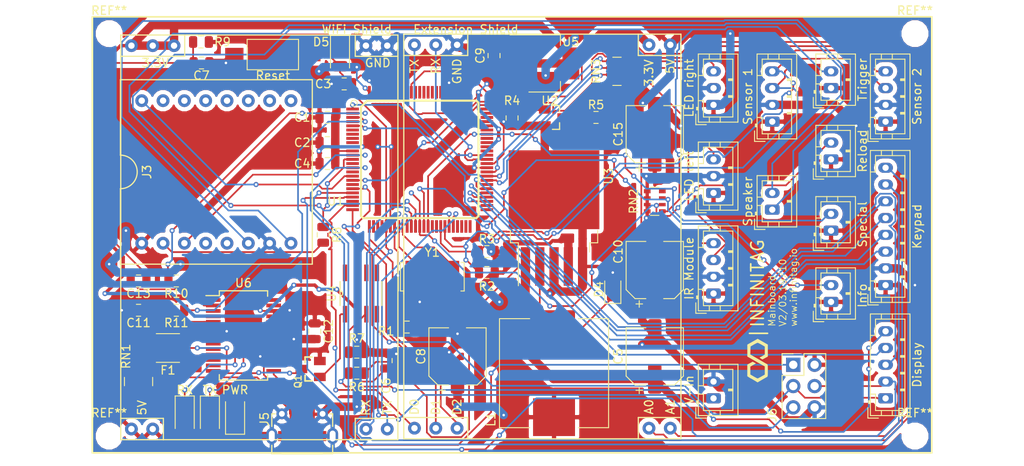
<source format=kicad_pcb>
(kicad_pcb (version 20171130) (host pcbnew "(5.0.2)-1")
  (layers (0 F.Cu signal) (31 B.Cu signal) (34 B.Paste user) (35 F.Paste user) (36 B.SilkS user) (37 F.SilkS user) (38 B.Mask user) (39 F.Mask user) (44 Edge.Cuts user))
  (net 0 "")
  (net 1 GND)
  (net 2 +5V)
  (net 3 "Net-(C3-Pad1)")
  (net 4 VIN_on)
  (net 5 "Net-(C6-Pad1)")
  (net 6 RESET)
  (net 7 +3V3)
  (net 8 IR_LED_GND)
  (net 9 VBUS)
  (net 10 "Net-(C13-Pad1)")
  (net 11 "Net-(D1-Pad2)")
  (net 12 LED_RX)
  (net 13 LED_TX)
  (net 14 "Net-(D2-Pad2)")
  (net 15 "Net-(D3-Pad2)")
  (net 16 "Net-(D4-Pad1)")
  (net 17 "Net-(F1-Pad2)")
  (net 18 DF_SPK-)
  (net 19 DF_SPK+)
  (net 20 "Net-(J3-Pad2)")
  (net 21 DF_TX)
  (net 22 DF_BUSY)
  (net 23 ATM_RX1)
  (net 24 ATM_TX1)
  (net 25 "Net-(J5-Pad3)")
  (net 26 "Net-(J5-Pad2)")
  (net 27 MISO)
  (net 28 SCK)
  (net 29 MOSI)
  (net 30 ledbar_right)
  (net 31 SDA)
  (net 32 SCL)
  (net 33 display_reset)
  (net 34 display_dc)
  (net 35 display_cs)
  (net 36 key_trigger)
  (net 37 key_info)
  (net 38 IR_SK_Data)
  (net 39 key_reload)
  (net 40 key_special)
  (net 41 ledbar_left)
  (net 42 Shield_RX)
  (net 43 Shield_TX)
  (net 44 Shield_D0)
  (net 45 Shield_D1)
  (net 46 Shield_D2)
  (net 47 Shield_A0)
  (net 48 Shield_A1)
  (net 49 key_up)
  (net 50 key_down)
  (net 51 key_left)
  (net 52 key_right)
  (net 53 key_back)
  (net 54 key_enter)
  (net 55 "Net-(Q1-Pad1)")
  (net 56 "Net-(R1-Pad1)")
  (net 57 "Net-(R1-Pad2)")
  (net 58 IR_LED_SEND)
  (net 59 "Net-(R5-Pad2)")
  (net 60 DF_RX)
  (net 61 "Net-(R10-Pad2)")
  (net 62 RX0)
  (net 63 "Net-(R11-Pad1)")
  (net 64 TX0)
  (net 65 "Net-(RN3-Pad1)")
  (net 66 "Net-(RN3-Pad3)")
  (net 67 "Net-(RN3-Pad2)")
  (module Diode_SMD:D_1206_3216Metric (layer F.Cu) (at 86.5 47.5 270)
    (fp_text reference D5 (at -1.5 2.25) (layer F.SilkS))
    (fp_text value CD1206-S01575)
    (pad 2 smd roundrect (at 1.4 0 270) (size 1.25 1.75) (layers F.Cu F.Paste F.Mask) (roundrect_rratio 0.2) (net 6 RESET))
    (pad 1 smd roundrect (at -1.4 0 270) (size 1.25 1.75) (layers F.Cu F.Paste F.Mask) (roundrect_rratio 0.2) (net 2 +5V))
  )
  (module Infinitag:Infinitag_ESP_Shield (layer F.Cu) (at 68 82 90)
    (fp_text reference "WiFi Shield" (at 37.5 20.5 180) (layer F.SilkS))
    (fp_text value "WiFi Connector")
    (fp_text user TX (at -7.62 24.13 90) (layer F.SilkS))
    (fp_text user RX (at -7.62 21.59 90) (layer F.SilkS))
    (fp_text user GND (at 33.5 23) (layer F.SilkS))
    (fp_text user 3.3V (at 33.5 -3.5 180) (layer F.SilkS))
    (fp_text user 5V (at -7.62 -5.08 270) (layer F.SilkS))
    (pad 2 thru_hole circle (at 35.56 -1.27 90) (size 1.524 1.524) (drill 0.762) (layers *.Cu *.Mask) (net 7 +3V3))
    (pad 2 thru_hole circle (at 35.56 -3.81 90) (size 1.524 1.524) (drill 0.762) (layers *.Cu *.Mask) (net 7 +3V3))
    (pad 1 thru_hole circle (at -10.16 -3.81 90) (size 1.524 1.524) (drill 0.762) (layers *.Cu *.Mask) (net 2 +5V))
    (pad 2 thru_hole circle (at 35.56 -6.35 90) (size 1.524 1.524) (drill 0.762) (layers *.Cu *.Mask) (net 7 +3V3))
    (pad 3 thru_hole circle (at 35.56 24.13 90) (size 1.524 1.524) (drill 0.762) (layers *.Cu *.Mask) (net 1 GND))
    (pad 5 thru_hole circle (at -10.16 24.13 90) (size 1.524 1.524) (drill 0.762) (layers *.Cu *.Mask) (net 24 ATM_TX1))
    (pad 1 thru_hole circle (at -10.16 -6.35 90) (size 1.524 1.524) (drill 0.762) (layers *.Cu *.Mask) (net 2 +5V))
    (pad 3 thru_hole circle (at 35.56 21.59 90) (size 1.524 1.524) (drill 0.762) (layers *.Cu *.Mask) (net 1 GND))
    (pad 4 thru_hole circle (at -10.16 21.59 90) (size 1.524 1.524) (drill 0.762) (layers *.Cu *.Mask) (net 23 ATM_RX1))
  )
  (module Capacitor_SMD:C_0805_2012Metric (layer F.Cu) (at 85 55)
    (fp_text reference C1 (at -3 0) (layer F.SilkS))
    (fp_text value 100nF)
    (pad 2 smd roundrect (at 0.9375 0) (size 0.975 1.4) (layers F.Cu F.Paste F.Mask) (net 1 GND))
    (pad 1 smd roundrect (at -0.9375 0) (size 0.975 1.4) (layers F.Cu F.Paste F.Mask) (net 2 +5V))
  )
  (module Capacitor_SMD:C_0805_2012Metric (layer F.Cu) (at 85 58)
    (fp_text reference C2 (at -3 0) (layer F.SilkS))
    (fp_text value 100nF)
    (pad 1 smd roundrect (at -0.9375 0) (size 0.975 1.4) (layers F.Cu F.Paste F.Mask) (net 2 +5V))
    (pad 2 smd roundrect (at 0.9375 0) (size 0.975 1.4) (layers F.Cu F.Paste F.Mask) (net 1 GND))
  )
  (module Capacitor_SMD:C_0805_2012Metric (layer F.Cu) (at 87 51 180)
    (fp_text reference C3 (at 2.5 0 180) (layer F.SilkS))
    (fp_text value 100nF)
    (pad 1 smd roundrect (at -0.9375 0 180) (size 0.975 1.4) (layers F.Cu F.Paste F.Mask) (net 3 "Net-(C3-Pad1)"))
    (pad 2 smd roundrect (at 0.9375 0 180) (size 0.975 1.4) (layers F.Cu F.Paste F.Mask) (net 1 GND))
  )
  (module Capacitor_SMD:C_0805_2012Metric (layer F.Cu) (at 85 60.5)
    (fp_text reference C4 (at -3 0) (layer F.SilkS))
    (fp_text value 100nF)
    (pad 2 smd roundrect (at 0.9375 0) (size 0.975 1.4) (layers F.Cu F.Paste F.Mask) (net 1 GND))
    (pad 1 smd roundrect (at -0.9375 0) (size 0.975 1.4) (layers F.Cu F.Paste F.Mask) (net 2 +5V))
  )
  (module Capacitor_SMD:CP_Elec_6.3x5.8 (layer F.Cu) (at 124 83.5 90)
    (fp_text reference C5 (at 0 -4.35 90) (layer F.SilkS))
    (fp_text value 220uF/16V)
    (pad 1 smd roundrect (at -2.7 0 90) (size 3.5 1.6) (layers F.Cu F.Paste F.Mask) (roundrect_rratio 0.15625) (net 4 VIN_on))
    (pad 2 smd roundrect (at 2.7 0 90) (size 3.5 1.6) (layers F.Cu F.Paste F.Mask) (roundrect_rratio 0.15625) (net 1 GND))
  )
  (module Capacitor_SMD:C_0805_2012Metric (layer F.Cu) (at 92 84 90)
    (fp_text reference C6 (at -3 0 90) (layer F.SilkS))
    (fp_text value 100nF)
    (pad 2 smd roundrect (at 0.9375 0 90) (size 0.975 1.4) (layers F.Cu F.Paste F.Mask) (net 1 GND))
    (pad 1 smd roundrect (at -0.9375 0 90) (size 0.975 1.4) (layers F.Cu F.Paste F.Mask) (net 5 "Net-(C6-Pad1)"))
  )
  (module Capacitor_SMD:C_0805_2012Metric (layer F.Cu) (at 70 48.5)
    (fp_text reference C7 (at 0 1.5) (layer F.SilkS))
    (fp_text value 22pF)
    (pad 2 smd roundrect (at 0.9375 0) (size 0.975 1.4) (layers F.Cu F.Paste F.Mask) (net 1 GND))
    (pad 1 smd roundrect (at -0.9375 0) (size 0.975 1.4) (layers F.Cu F.Paste F.Mask) (net 6 RESET))
  )
  (module Capacitor_SMD:CP_Elec_6.3x5.8 (layer F.Cu) (at 100.5 83.5 90)
    (fp_text reference C8 (at 0 -4.35 90) (layer F.SilkS))
    (fp_text value 220uF/16V)
    (pad 2 smd roundrect (at 2.7 0 90) (size 3.5 1.6) (layers F.Cu F.Paste F.Mask) (roundrect_rratio 0.15625) (net 1 GND))
    (pad 1 smd roundrect (at -2.7 0 90) (size 3.5 1.6) (layers F.Cu F.Paste F.Mask) (roundrect_rratio 0.15625) (net 2 +5V))
  )
  (module Capacitor_SMD:C_0805_2012Metric (layer F.Cu) (at 104.85429 47.623734 90)
    (fp_text reference C9 (at 0 -1.65 90) (layer F.SilkS))
    (fp_text value 10uF)
    (pad 1 smd roundrect (at -0.9375 0 90) (size 0.975 1.4) (layers F.Cu F.Paste F.Mask) (net 7 +3V3))
    (pad 2 smd roundrect (at 0.9375 0 90) (size 0.975 1.4) (layers F.Cu F.Paste F.Mask) (net 1 GND))
  )
  (module Capacitor_SMD:CP_Elec_6.3x5.8 (layer F.Cu) (at 124 73.2 90)
    (fp_text reference C10 (at 2.2 -4.35 90) (layer F.SilkS))
    (fp_text value 220uF/16V)
    (pad 1 smd roundrect (at -2.7 0 90) (size 3.5 1.6) (layers F.Cu F.Paste F.Mask) (roundrect_rratio 0.15625) (net 2 +5V))
    (pad 2 smd roundrect (at 2.7 0 90) (size 3.5 1.6) (layers F.Cu F.Paste F.Mask) (roundrect_rratio 0.15625) (net 8 IR_LED_GND))
  )
  (module Capacitor_SMD:C_0805_2012Metric (layer F.Cu) (at 62.5 78)
    (fp_text reference C11 (at 0 1.5) (layer F.SilkS))
    (fp_text value C_Small)
    (pad 1 smd roundrect (at -0.9375 0) (size 0.975 1.4) (layers F.Cu F.Paste F.Mask) (net 1 GND))
    (pad 2 smd roundrect (at 0.9375 0) (size 0.975 1.4) (layers F.Cu F.Paste F.Mask) (net 9 VBUS))
  )
  (module Capacitor_SMD:C_0805_2012Metric (layer F.Cu) (at 83.5 80.5 270)
    (fp_text reference C12 (at 0 -1.65 270) (layer F.SilkS))
    (fp_text value 100nF)
    (pad 1 smd roundrect (at -0.9375 0 270) (size 0.975 1.4) (layers F.Cu F.Paste F.Mask) (net 2 +5V))
    (pad 2 smd roundrect (at 0.9375 0 270) (size 0.975 1.4) (layers F.Cu F.Paste F.Mask) (net 1 GND))
  )
  (module Capacitor_SMD:C_0805_2012Metric (layer F.Cu) (at 62.5 74.5)
    (fp_text reference C13 (at 0 1.5) (layer F.SilkS))
    (fp_text value 100nF)
    (pad 2 smd roundrect (at 0.9375 0) (size 0.975 1.4) (layers F.Cu F.Paste F.Mask) (net 6 RESET))
    (pad 1 smd roundrect (at -0.9375 0) (size 0.975 1.4) (layers F.Cu F.Paste F.Mask) (net 10 "Net-(C13-Pad1)"))
  )
  (module LED_SMD:LED_1206_3216Metric (layer F.Cu) (at 74 90.5 90)
    (fp_text reference PWR (at 3 0 180) (layer F.SilkS))
    (fp_text value LED_green)
    (pad 1 smd roundrect (at -1.4 0 90) (size 1.25 1.75) (layers F.Cu F.Paste F.Mask) (roundrect_rratio 0.2) (net 1 GND))
    (pad 2 smd roundrect (at 1.4 0 90) (size 1.25 1.75) (layers F.Cu F.Paste F.Mask) (roundrect_rratio 0.2) (net 15 "Net-(D3-Pad2)"))
  )
  (module Diode_SMD:D_0805_2012Metric (layer F.Cu) (at 119 75.5 90)
    (fp_text reference D4 (at 0 -1.65 90) (layer F.SilkS))
    (fp_text value S534)
    (pad 2 smd roundrect (at 0.9375 0 90) (size 0.975 1.4) (layers F.Cu F.Paste F.Mask) (net 1 GND))
    (pad 1 smd roundrect (at -0.9375 0 90) (size 0.975 1.4) (layers F.Cu F.Paste F.Mask) (net 16 "Net-(D4-Pad1)"))
  )
  (module Fuse:Fuse_1812_4532Metric (layer F.Cu) (at 66 82.5 180)
    (fp_text reference F1 (at 0 -2.65 180) (layer F.SilkS))
    (fp_text value "Poly 500mA")
    (pad 1 smd roundrect (at -2.1375 0 180) (size 1.125 3.4) (layers F.Cu F.Paste F.Mask) (roundrect_rratio 0.222222) (net 9 VBUS))
    (pad 2 smd roundrect (at 2.1375 0 180) (size 1.125 3.4) (layers F.Cu F.Paste F.Mask) (roundrect_rratio 0.222222) (net 17 "Net-(F1-Pad2)"))
  )
  (module Connector_JST:JST_PH_B2B-PH-K_1x02_P2.00mm_Vertical (layer F.Cu) (at 131 88.5 90)
    (fp_text reference V-In (at 1 -2.9 90) (layer F.SilkS))
    (fp_text value VIN)
    (pad 1 thru_hole roundrect (at 0 0 90) (size 1.2 1.75) (drill 0.75) (layers *.Cu *.Mask) (roundrect_rratio 0.208333) (net 4 VIN_on))
    (pad 2 thru_hole oval (at 2 0 90) (size 1.2 1.75) (drill 0.75) (layers *.Cu *.Mask) (net 1 GND))
  )
  (module Connector_JST:JST_PH_B2B-PH-K_1x02_P2.00mm_Vertical (layer F.Cu) (at 138 66 90)
    (fp_text reference Speaker (at 1 -2.9 90) (layer F.SilkS))
    (fp_text value JST_PH_Speaker)
    (pad 2 thru_hole oval (at 2 0 90) (size 1.2 1.75) (drill 0.75) (layers *.Cu *.Mask) (net 18 DF_SPK-))
    (pad 1 thru_hole roundrect (at 0 0 90) (size 1.2 1.75) (drill 0.75) (layers *.Cu *.Mask) (roundrect_rratio 0.208333) (net 19 DF_SPK+))
  )
  (module Infinitag:DFPlayer (layer F.Cu) (at 70.5 61.5 90)
    (fp_text reference J3 (at 0 -7 90) (layer F.SilkS))
    (fp_text value DFPlayer)
    (pad 1 thru_hole circle (at -8.5 -7.62 90) (size 1.524 1.524) (drill 0.762) (layers *.Cu *.Mask) (net 2 +5V))
    (pad 2 thru_hole circle (at -8.5 -5.08 90) (size 1.524 1.524) (drill 0.762) (layers *.Cu *.Mask) (net 20 "Net-(J3-Pad2)"))
    (pad 3 thru_hole circle (at -8.5 -2.54 90) (size 1.524 1.524) (drill 0.762) (layers *.Cu *.Mask) (net 21 DF_TX))
    (pad 4 thru_hole circle (at -8.5 0 90) (size 1.524 1.524) (drill 0.762) (layers *.Cu *.Mask))
    (pad 5 thru_hole circle (at -8.5 2.54 90) (size 1.524 1.524) (drill 0.762) (layers *.Cu *.Mask))
    (pad 6 thru_hole circle (at -8.5 5.08 90) (size 1.524 1.524) (drill 0.762) (layers *.Cu *.Mask) (net 19 DF_SPK+))
    (pad 7 thru_hole circle (at -8.5 7.62 90) (size 1.524 1.524) (drill 0.762) (layers *.Cu *.Mask) (net 1 GND))
    (pad 8 thru_hole circle (at -8.5 10.16 90) (size 1.524 1.524) (drill 0.762) (layers *.Cu *.Mask) (net 18 DF_SPK-))
    (pad 9 thru_hole circle (at 8.5 10.16 90) (size 1.524 1.524) (drill 0.762) (layers *.Cu *.Mask))
    (pad 10 thru_hole circle (at 8.5 7.62 90) (size 1.524 1.524) (drill 0.762) (layers *.Cu *.Mask))
    (pad 11 thru_hole circle (at 8.5 5.08 90) (size 1.524 1.524) (drill 0.762) (layers *.Cu *.Mask))
    (pad 12 thru_hole circle (at 8.5 2.54 90) (size 1.524 1.524) (drill 0.762) (layers *.Cu *.Mask))
    (pad 13 thru_hole circle (at 8.5 0 90) (size 1.524 1.524) (drill 0.762) (layers *.Cu *.Mask))
    (pad 14 thru_hole circle (at 8.5 -2.54 90) (size 1.524 1.524) (drill 0.762) (layers *.Cu *.Mask))
    (pad 15 thru_hole circle (at 8.5 -5.08 90) (size 1.524 1.524) (drill 0.762) (layers *.Cu *.Mask))
    (pad 16 thru_hole circle (at 8.5 -7.62 90) (size 1.524 1.524) (drill 0.762) (layers *.Cu *.Mask) (net 22 DF_BUSY))
  )
  (module "Infinitag:Micro USB Jack" (layer F.Cu) (at 82 93 270)
    (fp_text reference J5 (at -2 4.5 270) (layer F.SilkS))
    (fp_text value USB_OTG)
    (pad 5 smd rect (at -2.6 -1.3 270) (size 1.5 0.4) (layers F.Cu F.Paste F.Mask) (net 1 GND))
    (pad 4 smd rect (at -2.6 -0.65 270) (size 1.5 0.4) (layers F.Cu F.Paste F.Mask))
    (pad 3 smd rect (at -2.6 0 270) (size 1.5 0.4) (layers F.Cu F.Paste F.Mask) (net 25 "Net-(J5-Pad3)"))
    (pad 2 smd rect (at -2.6 0.65 270) (size 1.5 0.4) (layers F.Cu F.Paste F.Mask) (net 26 "Net-(J5-Pad2)"))
    (pad 1 smd rect (at -2.6 1.3 270) (size 1.5 0.4) (layers F.Cu F.Paste F.Mask) (net 17 "Net-(F1-Pad2)"))
    (pad 6 thru_hole oval (at 0 3.625 270) (size 1.9 1.3) (drill oval 1.3 0.7) (layers *.Cu *.Mask) (net 1 GND))
    (pad 6 thru_hole oval (at 0 -3.625 270) (size 1.9 1.3) (drill oval 1.3 0.7) (layers *.Cu *.Mask) (net 1 GND))
    (pad 6 thru_hole circle (at -2.65 -2.425 270) (size 1.3 1.3) (drill 0.7) (layers *.Cu *.Mask) (net 1 GND))
    (pad 6 thru_hole circle (at -2.65 2.425 270) (size 1.3 1.3) (drill 0.7) (layers *.Cu *.Mask) (net 1 GND))
    (pad 6 smd rect (at 0 -2.425 270) (size 1.2 0.9) (layers F.Cu F.Paste F.Mask) (net 1 GND))
    (pad 6 smd rect (at 0 2.425 270) (size 1.2 0.9) (layers F.Cu F.Paste F.Mask) (net 1 GND))
  )
  (module Connector_JST:JST_PH_B3B-PH-K_1x03_P2.00mm_Vertical (layer F.Cu) (at 131 53.5 90)
    (fp_text reference "LED right" (at 2 -2.9 90) (layer F.SilkS))
    (fp_text value JST_PH_LEDbar_right)
    (pad 1 thru_hole roundrect (at 0 0 90) (size 1.2 1.75) (drill 0.75) (layers *.Cu *.Mask) (roundrect_rratio 0.208333) (net 2 +5V))
    (pad 2 thru_hole oval (at 2 0 90) (size 1.2 1.75) (drill 0.75) (layers *.Cu *.Mask) (net 1 GND))
    (pad 3 thru_hole oval (at 4 0 90) (size 1.2 1.75) (drill 0.75) (layers *.Cu *.Mask) (net 30 ledbar_right))
  )
  (module Connector_JST:JST_PH_B4B-PH-K_1x04_P2.00mm_Vertical (layer F.Cu) (at 151.5 55.5 90)
    (fp_text reference "Sensor 2" (at 3 3.75 90) (layer F.SilkS))
    (fp_text value JSP_PH_Sensor)
    (pad 1 thru_hole roundrect (at 0 0 90) (size 1.2 1.75) (drill 0.75) (layers *.Cu *.Mask) (roundrect_rratio 0.208333) (net 2 +5V))
    (pad 2 thru_hole oval (at 2 0 90) (size 1.2 1.75) (drill 0.75) (layers *.Cu *.Mask) (net 1 GND))
    (pad 3 thru_hole oval (at 4 0 90) (size 1.2 1.75) (drill 0.75) (layers *.Cu *.Mask) (net 31 SDA))
    (pad 4 thru_hole oval (at 6 0 90) (size 1.2 1.75) (drill 0.75) (layers *.Cu *.Mask) (net 32 SCL))
  )
  (module Connector_JST:JST_PH_B5B-PH-K_1x05_P2.00mm_Vertical (layer F.Cu) (at 151.5 88.5 90)
    (fp_text reference Display (at 4 3.75 90) (layer F.SilkS))
    (fp_text value JST_PH_Display)
    (pad 1 thru_hole roundrect (at 0 0 90) (size 1.2 1.75) (drill 0.75) (layers *.Cu *.Mask) (roundrect_rratio 0.208333) (net 28 SCK))
    (pad 2 thru_hole oval (at 2 0 90) (size 1.2 1.75) (drill 0.75) (layers *.Cu *.Mask) (net 29 MOSI))
    (pad 3 thru_hole oval (at 4 0 90) (size 1.2 1.75) (drill 0.75) (layers *.Cu *.Mask) (net 33 display_reset))
    (pad 4 thru_hole oval (at 6 0 90) (size 1.2 1.75) (drill 0.75) (layers *.Cu *.Mask) (net 34 display_dc))
    (pad 5 thru_hole oval (at 8 0 90) (size 1.2 1.75) (drill 0.75) (layers *.Cu *.Mask) (net 35 display_cs))
  )
  (module Connector_JST:JST_PH_B2B-PH-K_1x02_P2.00mm_Vertical (layer F.Cu) (at 145 51.5 90)
    (fp_text reference Trigger (at 1 3.75 90) (layer F.SilkS))
    (fp_text value JST_PH_Trigger)
    (pad 1 thru_hole roundrect (at 0 0 90) (size 1.2 1.75) (drill 0.75) (layers *.Cu *.Mask) (roundrect_rratio 0.208333) (net 2 +5V))
    (pad 2 thru_hole oval (at 2 0 90) (size 1.2 1.75) (drill 0.75) (layers *.Cu *.Mask) (net 36 key_trigger))
  )
  (module Connector_JST:JST_PH_B2B-PH-K_1x02_P2.00mm_Vertical (layer F.Cu) (at 145 77 90)
    (fp_text reference Info (at 0.75 3.75 90) (layer F.SilkS))
    (fp_text value JST_PH_Info)
    (pad 2 thru_hole oval (at 2 0 90) (size 1.2 1.75) (drill 0.75) (layers *.Cu *.Mask) (net 37 key_info))
    (pad 1 thru_hole roundrect (at 0 0 90) (size 1.2 1.75) (drill 0.75) (layers *.Cu *.Mask) (roundrect_rratio 0.208333) (net 2 +5V))
  )
  (module Connector_JST:JST_PH_B4B-PH-K_1x04_P2.00mm_Vertical (layer F.Cu) (at 131 76 90)
    (fp_text reference "IR Module" (at 3 -2.9 90) (layer F.SilkS))
    (fp_text value JST_PH_IrLED)
    (pad 1 thru_hole roundrect (at 0 0 90) (size 1.2 1.75) (drill 0.75) (layers *.Cu *.Mask) (roundrect_rratio 0.208333) (net 2 +5V))
    (pad 2 thru_hole oval (at 2 0 90) (size 1.2 1.75) (drill 0.75) (layers *.Cu *.Mask) (net 1 GND))
    (pad 3 thru_hole oval (at 4 0 90) (size 1.2 1.75) (drill 0.75) (layers *.Cu *.Mask) (net 38 IR_SK_Data))
    (pad 4 thru_hole oval (at 6 0 90) (size 1.2 1.75) (drill 0.75) (layers *.Cu *.Mask) (net 8 IR_LED_GND))
  )
  (module Connector_JST:JST_PH_B2B-PH-K_1x02_P2.00mm_Vertical (layer F.Cu) (at 145 60 90)
    (fp_text reference Reload (at 1 3.75 90) (layer F.SilkS))
    (fp_text value JST_PH_Reload)
    (pad 2 thru_hole oval (at 2 0 90) (size 1.2 1.75) (drill 0.75) (layers *.Cu *.Mask) (net 39 key_reload))
    (pad 1 thru_hole roundrect (at 0 0 90) (size 1.2 1.75) (drill 0.75) (layers *.Cu *.Mask) (roundrect_rratio 0.208333) (net 2 +5V))
  )
  (module Connector_JST:JST_PH_B2B-PH-K_1x02_P2.00mm_Vertical (layer F.Cu) (at 145 68.5 90)
    (fp_text reference Special (at 0.75 3.75 90) (layer F.SilkS))
    (fp_text value JST_PH_Special)
    (pad 1 thru_hole roundrect (at 0 0 90) (size 1.2 1.75) (drill 0.75) (layers *.Cu *.Mask) (roundrect_rratio 0.208333) (net 2 +5V))
    (pad 2 thru_hole oval (at 2 0 90) (size 1.2 1.75) (drill 0.75) (layers *.Cu *.Mask) (net 40 key_special))
  )
  (module Connector_JST:JST_PH_B3B-PH-K_1x03_P2.00mm_Vertical (layer F.Cu) (at 131 64 90)
    (fp_text reference "LED left" (at 2 -2.9 90) (layer F.SilkS))
    (fp_text value JST_PH_LEDbar_left)
    (pad 3 thru_hole oval (at 4 0 90) (size 1.2 1.75) (drill 0.75) (layers *.Cu *.Mask) (net 41 ledbar_left))
    (pad 2 thru_hole oval (at 2 0 90) (size 1.2 1.75) (drill 0.75) (layers *.Cu *.Mask) (net 1 GND))
    (pad 1 thru_hole roundrect (at 0 0 90) (size 1.2 1.75) (drill 0.75) (layers *.Cu *.Mask) (roundrect_rratio 0.208333) (net 2 +5V))
  )
  (module Connector_JST:JST_PH_B4B-PH-K_1x04_P2.00mm_Vertical (layer F.Cu) (at 138 55.5 90)
    (fp_text reference "Sensor 1" (at 3 -2.9 90) (layer F.SilkS))
    (fp_text value JSP_PH_Sensor)
    (pad 4 thru_hole oval (at 6 0 90) (size 1.2 1.75) (drill 0.75) (layers *.Cu *.Mask) (net 32 SCL))
    (pad 3 thru_hole oval (at 4 0 90) (size 1.2 1.75) (drill 0.75) (layers *.Cu *.Mask) (net 31 SDA))
    (pad 2 thru_hole oval (at 2 0 90) (size 1.2 1.75) (drill 0.75) (layers *.Cu *.Mask) (net 1 GND))
    (pad 1 thru_hole roundrect (at 0 0 90) (size 1.2 1.75) (drill 0.75) (layers *.Cu *.Mask) (roundrect_rratio 0.208333) (net 2 +5V))
  )
  (module Infinitag:Infinitag_Shield (layer F.Cu) (at 119.5 56.5 270)
    (fp_text reference "Extension Shield" (at -12 18) (layer F.SilkS))
    (fp_text value Infinitag_Shield)
    (fp_text user 5V (at -7.62 -6.35 90) (layer F.SilkS))
    (fp_text user 3.3V (at -6.8 -3.81 270) (layer F.SilkS))
    (fp_text user GND (at -7 19.05 270) (layer F.SilkS))
    (fp_text user TX (at -7.62 24.13 270) (layer F.SilkS))
    (fp_text user RX (at -7.62 21.59 270) (layer F.SilkS))
    (fp_text user D0 (at 33.02 24.13 270) (layer F.SilkS))
    (fp_text user D1 (at 33.02 21.59 270) (layer F.SilkS))
    (fp_text user D2 (at 33.02 19.05 270) (layer F.SilkS))
    (fp_text user A0 (at 33.02 -3.81 270) (layer F.SilkS))
    (fp_text user A1 (at 33.02 -6.35 270) (layer F.SilkS))
    (pad 1 thru_hole circle (at -10.16 -6.35 270) (size 1.524 1.524) (drill 0.762) (layers *.Cu *.Mask) (net 2 +5V))
    (pad 2 thru_hole circle (at -10.16 -3.81 270) (size 1.524 1.524) (drill 0.762) (layers *.Cu *.Mask) (net 7 +3V3))
    (pad 3 thru_hole circle (at -10.16 19.05 270) (size 1.524 1.524) (drill 0.762) (layers *.Cu *.Mask) (net 1 GND))
    (pad 4 thru_hole circle (at -10.16 21.59 270) (size 1.524 1.524) (drill 0.762) (layers *.Cu *.Mask) (net 42 Shield_RX))
    (pad 5 thru_hole circle (at -10.16 24.13 270) (size 1.524 1.524) (drill 0.762) (layers *.Cu *.Mask) (net 43 Shield_TX))
    (pad 6 thru_hole circle (at 35.56 24.13 270) (size 1.524 1.524) (drill 0.762) (layers *.Cu *.Mask) (net 44 Shield_D0))
    (pad 7 thru_hole circle (at 35.56 21.59 270) (size 1.524 1.524) (drill 0.762) (layers *.Cu *.Mask) (net 45 Shield_D1))
    (pad 8 thru_hole circle (at 35.56 19.05 270) (size 1.524 1.524) (drill 0.762) (layers *.Cu *.Mask) (net 46 Shield_D2))
    (pad 9 thru_hole circle (at 35.56 -3.81 270) (size 1.524 1.524) (drill 0.762) (layers *.Cu *.Mask) (net 47 Shield_A0))
    (pad 10 thru_hole circle (at 35.56 -6.35 270) (size 1.524 1.524) (drill 0.762) (layers *.Cu *.Mask) (net 48 Shield_A1))
  )
  (module Connector_JST:JST_PH_B8B-PH-K_1x08_P2.00mm_Vertical (layer F.Cu) (at 151.5 75 90)
    (fp_text reference Keypad (at 7 3.75 90) (layer F.SilkS))
    (fp_text value JST_PH_Keypad)
    (pad 1 thru_hole roundrect (at 0 0 90) (size 1.2 1.75) (drill 0.75) (layers *.Cu *.Mask) (roundrect_rratio 0.208333) (net 2 +5V))
    (pad 2 thru_hole oval (at 2 0 90) (size 1.2 1.75) (drill 0.75) (layers *.Cu *.Mask) (net 1 GND))
    (pad 3 thru_hole oval (at 4 0 90) (size 1.2 1.75) (drill 0.75) (layers *.Cu *.Mask) (net 49 key_up))
    (pad 4 thru_hole oval (at 6 0 90) (size 1.2 1.75) (drill 0.75) (layers *.Cu *.Mask) (net 50 key_down))
    (pad 5 thru_hole oval (at 8 0 90) (size 1.2 1.75) (drill 0.75) (layers *.Cu *.Mask) (net 51 key_left))
    (pad 6 thru_hole oval (at 10 0 90) (size 1.2 1.75) (drill 0.75) (layers *.Cu *.Mask) (net 52 key_right))
    (pad 7 thru_hole oval (at 12 0 90) (size 1.2 1.75) (drill 0.75) (layers *.Cu *.Mask) (net 53 key_back))
    (pad 8 thru_hole oval (at 14 0 90) (size 1.2 1.75) (drill 0.75) (layers *.Cu *.Mask) (net 54 key_enter))
  )
  (module FDN304P:SSOT-3 (layer F.Cu) (at 83 85 90)
    (fp_text reference Q1 (at -1.5 -1.5 90) (layer F.SilkS) (effects (font (size 0.801142 0.801142))))
    (fp_text value FDN304P)
    (pad 3 smd rect (at 0 -1.1 90) (size 1 1.4) (layers F.Cu F.Paste F.Mask) (net 9 VBUS))
    (pad 2 smd rect (at 0.95 1.1 90) (size 1 1.4) (layers F.Cu F.Paste F.Mask) (net 2 +5V))
    (pad 1 smd rect (at -0.95 1.1 90) (size 1 1.4) (layers F.Cu F.Paste F.Mask) (net 55 "Net-(Q1-Pad1)"))
  )
  (module Resistor_SMD:R_0805_2012Metric (layer F.Cu) (at 94.5 80)
    (fp_text reference R1 (at -2.5 0.5) (layer F.SilkS))
    (fp_text value 1M)
    (pad 1 smd roundrect (at -0.9375 0) (size 0.975 1.4) (layers F.Cu F.Paste F.Mask) (net 56 "Net-(R1-Pad1)"))
    (pad 2 smd roundrect (at 0.9375 0) (size 0.975 1.4) (layers F.Cu F.Paste F.Mask) (net 57 "Net-(R1-Pad2)"))
  )
  (module Resistor_SMD:R_0805_2012Metric (layer F.Cu) (at 104 73.5 180)
    (fp_text reference R2 (at 0 -1.65 180) (layer F.SilkS))
    (fp_text value 10K)
    (pad 1 smd roundrect (at -0.9375 0 180) (size 0.975 1.4) (layers F.Cu F.Paste F.Mask) (net 2 +5V))
    (pad 2 smd roundrect (at 0.9375 0 180) (size 0.975 1.4) (layers F.Cu F.Paste F.Mask) (net 31 SDA))
  )
  (module Resistor_SMD:R_0805_2012Metric (layer F.Cu) (at 104 71)
    (fp_text reference R3 (at 0 -1.5 180) (layer F.SilkS))
    (fp_text value 10K)
    (pad 2 smd roundrect (at 0.9375 0) (size 0.975 1.4) (layers F.Cu F.Paste F.Mask) (net 2 +5V))
    (pad 1 smd roundrect (at -0.9375 0) (size 0.975 1.4) (layers F.Cu F.Paste F.Mask) (net 32 SCL))
  )
  (module Resistor_SMD:R_0805_2012Metric (layer F.Cu) (at 107 55.0625 270)
    (fp_text reference R4 (at -2.0625 0) (layer F.SilkS))
    (fp_text value 10K)
    (pad 2 smd roundrect (at 0.9375 0 270) (size 0.975 1.4) (layers F.Cu F.Paste F.Mask) (net 1 GND))
    (pad 1 smd roundrect (at -0.9375 0 270) (size 0.975 1.4) (layers F.Cu F.Paste F.Mask) (net 58 IR_LED_SEND))
  )
  (module Resistor_SMD:R_0805_2012Metric (layer F.Cu) (at 117 55 180)
    (fp_text reference R5 (at 0 1.5 180) (layer F.SilkS))
    (fp_text value "50 Ohm")
    (pad 1 smd roundrect (at -0.9375 0 180) (size 0.975 1.4) (layers F.Cu F.Paste F.Mask) (net 8 IR_LED_GND))
    (pad 2 smd roundrect (at 0.9375 0 180) (size 0.975 1.4) (layers F.Cu F.Paste F.Mask) (net 59 "Net-(R5-Pad2)"))
  )
  (module Resistor_SMD:R_0805_2012Metric (layer F.Cu) (at 88.5 85.5 180)
    (fp_text reference R6 (at 0 -1.65 180) (layer F.SilkS))
    (fp_text value 10K)
    (pad 2 smd roundrect (at 0.9375 0 180) (size 0.975 1.4) (layers F.Cu F.Paste F.Mask) (net 5 "Net-(C6-Pad1)"))
    (pad 1 smd roundrect (at -0.9375 0 180) (size 0.975 1.4) (layers F.Cu F.Paste F.Mask) (net 4 VIN_on))
  )
  (module Resistor_SMD:R_0805_2012Metric (layer F.Cu) (at 88.5 83)
    (fp_text reference R7 (at 0 -1.65) (layer F.SilkS))
    (fp_text value 10K)
    (pad 2 smd roundrect (at 0.9375 0) (size 0.975 1.4) (layers F.Cu F.Paste F.Mask) (net 1 GND))
    (pad 1 smd roundrect (at -0.9375 0) (size 0.975 1.4) (layers F.Cu F.Paste F.Mask) (net 5 "Net-(C6-Pad1)"))
  )
  (module Resistor_SMD:R_0805_2012Metric (layer F.Cu) (at 84.5 69 270)
    (fp_text reference R8 (at 0 -1.65 270) (layer F.SilkS))
    (fp_text value 1K)
    (pad 1 smd roundrect (at -0.9375 0 270) (size 0.975 1.4) (layers F.Cu F.Paste F.Mask) (net 60 DF_RX))
    (pad 2 smd roundrect (at 0.9375 0 270) (size 0.975 1.4) (layers F.Cu F.Paste F.Mask) (net 20 "Net-(J3-Pad2)"))
  )
  (module Resistor_SMD:R_0805_2012Metric (layer F.Cu) (at 69.9375 46 180)
    (fp_text reference R9 (at -2.5625 0 180) (layer F.SilkS))
    (fp_text value 10K)
    (pad 1 smd roundrect (at -0.9375 0 180) (size 0.975 1.4) (layers F.Cu F.Paste F.Mask) (net 2 +5V))
    (pad 2 smd roundrect (at 0.9375 0 180) (size 0.975 1.4) (layers F.Cu F.Paste F.Mask) (net 6 RESET))
  )
  (module Resistor_SMD:R_0805_2012Metric (layer F.Cu) (at 67 74.5)
    (fp_text reference R10 (at 0 1.5) (layer F.SilkS))
    (fp_text value 1K)
    (pad 2 smd roundrect (at 0.9375 0) (size 0.975 1.4) (layers F.Cu F.Paste F.Mask) (net 61 "Net-(R10-Pad2)"))
    (pad 1 smd roundrect (at -0.9375 0) (size 0.975 1.4) (layers F.Cu F.Paste F.Mask) (net 62 RX0))
  )
  (module Resistor_SMD:R_0805_2012Metric (layer F.Cu) (at 67 78)
    (fp_text reference R11 (at 0 1.5) (layer F.SilkS))
    (fp_text value 1K)
    (pad 1 smd roundrect (at -0.9375 0) (size 0.975 1.4) (layers F.Cu F.Paste F.Mask) (net 63 "Net-(R11-Pad1)"))
    (pad 2 smd roundrect (at 0.9375 0) (size 0.975 1.4) (layers F.Cu F.Paste F.Mask) (net 64 TX0))
  )
  (module Resistor_SMD:R_Array_Convex_4x0603 (layer F.Cu) (at 62.5 86.5 90)
    (fp_text reference RN1 (at 3 -1.5 90) (layer F.SilkS))
    (fp_text value "Array 10K")
    (pad 5 smd rect (at 0.9 1.2 90) (size 0.8 0.5) (layers F.Cu F.Paste F.Mask) (net 2 +5V))
    (pad 6 smd rect (at 0.9 0.4 90) (size 0.8 0.4) (layers F.Cu F.Paste F.Mask) (net 2 +5V))
    (pad 8 smd rect (at 0.9 -1.2 90) (size 0.8 0.5) (layers F.Cu F.Paste F.Mask) (net 2 +5V))
    (pad 7 smd rect (at 0.9 -0.4 90) (size 0.8 0.4) (layers F.Cu F.Paste F.Mask) (net 2 +5V))
    (pad 4 smd rect (at -0.9 1.2 90) (size 0.8 0.5) (layers F.Cu F.Paste F.Mask) (net 15 "Net-(D3-Pad2)"))
    (pad 2 smd rect (at -0.9 -0.4 90) (size 0.8 0.4) (layers F.Cu F.Paste F.Mask) (net 14 "Net-(D2-Pad2)"))
    (pad 3 smd rect (at -0.9 0.4 90) (size 0.8 0.4) (layers F.Cu F.Paste F.Mask))
    (pad 1 smd rect (at -0.9 -1.2 90) (size 0.8 0.5) (layers F.Cu F.Paste F.Mask) (net 11 "Net-(D1-Pad2)"))
  )
  (module Resistor_SMD:R_Array_Convex_4x0603 (layer F.Cu) (at 124 65 180)
    (fp_text reference RN2 (at 2.5 0 270) (layer F.SilkS))
    (fp_text value "Array 10K")
    (pad 1 smd rect (at -0.9 -1.2 180) (size 0.8 0.5) (layers F.Cu F.Paste F.Mask) (net 36 key_trigger))
    (pad 3 smd rect (at -0.9 0.4 180) (size 0.8 0.4) (layers F.Cu F.Paste F.Mask) (net 37 key_info))
    (pad 2 smd rect (at -0.9 -0.4 180) (size 0.8 0.4) (layers F.Cu F.Paste F.Mask) (net 39 key_reload))
    (pad 4 smd rect (at -0.9 1.2 180) (size 0.8 0.5) (layers F.Cu F.Paste F.Mask) (net 40 key_special))
    (pad 7 smd rect (at 0.9 -0.4 180) (size 0.8 0.4) (layers F.Cu F.Paste F.Mask) (net 1 GND))
    (pad 8 smd rect (at 0.9 -1.2 180) (size 0.8 0.5) (layers F.Cu F.Paste F.Mask) (net 1 GND))
    (pad 6 smd rect (at 0.9 0.4 180) (size 0.8 0.4) (layers F.Cu F.Paste F.Mask) (net 1 GND))
    (pad 5 smd rect (at 0.9 1.2 180) (size 0.8 0.5) (layers F.Cu F.Paste F.Mask) (net 1 GND))
  )
  (module Button_Switch_SMD:SW_SPST_FSMSM (layer F.Cu) (at 78.5 47.5 180)
    (fp_text reference Reset (at 0 -2.5 180) (layer F.SilkS))
    (fp_text value SW_Reset)
    (pad 1 smd rect (at -4.59 0 180) (size 2.18 1.6) (layers F.Cu F.Paste F.Mask) (net 6 RESET))
    (pad 2 smd rect (at 4.59 0 180) (size 2.18 1.6) (layers F.Cu F.Paste F.Mask) (net 1 GND))
  )
  (module MCU-ATMEGA2560-16AU_TQFP100_:TQFP100-0.5-14X14MM (layer F.Cu) (at 96 60)
    (fp_text reference U1 (at -10 5) (layer F.SilkS))
    (fp_text value "MCU-ATMEGA2560-16AU(TQFP100)")
    (pad 1 smd rect (at -8 -6) (size 1.5 0.35) (layers F.Cu F.Paste F.Mask) (net 33 display_reset))
    (pad 2 smd rect (at -8 -5.5) (size 1.5 0.35) (layers F.Cu F.Paste F.Mask) (net 62 RX0))
    (pad 3 smd rect (at -8 -5) (size 1.5 0.35) (layers F.Cu F.Paste F.Mask) (net 64 TX0))
    (pad 4 smd rect (at -8 -4.5) (size 1.5 0.35) (layers F.Cu F.Paste F.Mask))
    (pad 5 smd rect (at -8 -4) (size 1.5 0.35) (layers F.Cu F.Paste F.Mask) (net 34 display_dc))
    (pad 6 smd rect (at -8 -3.5) (size 1.5 0.35) (layers F.Cu F.Paste F.Mask))
    (pad 7 smd rect (at -8 -3) (size 1.5 0.35) (layers F.Cu F.Paste F.Mask))
    (pad 8 smd rect (at -8 -2.5) (size 1.5 0.35) (layers F.Cu F.Paste F.Mask))
    (pad 9 smd rect (at -8 -2) (size 1.5 0.35) (layers F.Cu F.Paste F.Mask))
    (pad 10 smd rect (at -8 -1.5) (size 1.5 0.35) (layers F.Cu F.Paste F.Mask) (net 2 +5V))
    (pad 11 smd rect (at -8 -1) (size 1.5 0.35) (layers F.Cu F.Paste F.Mask) (net 1 GND))
    (pad 12 smd rect (at -8 -0.5) (size 1.5 0.35) (layers F.Cu F.Paste F.Mask) (net 21 DF_TX))
    (pad 13 smd rect (at -8 0) (size 1.5 0.35) (layers F.Cu F.Paste F.Mask) (net 60 DF_RX))
    (pad 14 smd rect (at -8 0.5) (size 1.5 0.35) (layers F.Cu F.Paste F.Mask))
    (pad 15 smd rect (at -8 1) (size 1.5 0.35) (layers F.Cu F.Paste F.Mask) (net 35 display_cs))
    (pad 16 smd rect (at -8 1.5) (size 1.5 0.35) (layers F.Cu F.Paste F.Mask))
    (pad 17 smd rect (at -8 2) (size 1.5 0.35) (layers F.Cu F.Paste F.Mask) (net 22 DF_BUSY))
    (pad 18 smd rect (at -8 2.5) (size 1.5 0.35) (layers F.Cu F.Paste F.Mask) (net 58 IR_LED_SEND))
    (pad 19 smd rect (at -8 3) (size 1.5 0.35) (layers F.Cu F.Paste F.Mask))
    (pad 20 smd rect (at -8 3.5) (size 1.5 0.35) (layers F.Cu F.Paste F.Mask) (net 28 SCK))
    (pad 21 smd rect (at -8 4) (size 1.5 0.35) (layers F.Cu F.Paste F.Mask) (net 29 MOSI))
    (pad 22 smd rect (at -8 4.5) (size 1.5 0.35) (layers F.Cu F.Paste F.Mask) (net 27 MISO))
    (pad 23 smd rect (at -8 5) (size 1.5 0.35) (layers F.Cu F.Paste F.Mask))
    (pad 24 smd rect (at -8 5.5) (size 1.5 0.35) (layers F.Cu F.Paste F.Mask) (net 44 Shield_D0))
    (pad 25 smd rect (at -8 6) (size 1.5 0.35) (layers F.Cu F.Paste F.Mask) (net 45 Shield_D1))
    (pad 26 smd rect (at -6 8) (size 0.35 1.5) (layers F.Cu F.Paste F.Mask) (net 46 Shield_D2))
    (pad 27 smd rect (at -5.5 8) (size 0.35 1.5) (layers F.Cu F.Paste F.Mask))
    (pad 28 smd rect (at -5 8) (size 0.35 1.5) (layers F.Cu F.Paste F.Mask))
    (pad 29 smd rect (at -4.5 8) (size 0.35 1.5) (layers F.Cu F.Paste F.Mask))
    (pad 30 smd rect (at -4 8) (size 0.35 1.5) (layers F.Cu F.Paste F.Mask) (net 6 RESET))
    (pad 31 smd rect (at -3.5 8) (size 0.35 1.5) (layers F.Cu F.Paste F.Mask) (net 2 +5V))
    (pad 32 smd rect (at -3 8) (size 0.35 1.5) (layers F.Cu F.Paste F.Mask) (net 1 GND))
    (pad 33 smd rect (at -2.5 8) (size 0.35 1.5) (layers F.Cu F.Paste F.Mask) (net 56 "Net-(R1-Pad1)"))
    (pad 34 smd rect (at -2 8) (size 0.35 1.5) (layers F.Cu F.Paste F.Mask) (net 57 "Net-(R1-Pad2)"))
    (pad 35 smd rect (at -1.5 8) (size 0.35 1.5) (layers F.Cu F.Paste F.Mask) (net 53 key_back))
    (pad 36 smd rect (at -1 8) (size 0.35 1.5) (layers F.Cu F.Paste F.Mask) (net 54 key_enter))
    (pad 37 smd rect (at -0.5 8) (size 0.35 1.5) (layers F.Cu F.Paste F.Mask) (net 36 key_trigger))
    (pad 38 smd rect (at 0 8) (size 0.35 1.5) (layers F.Cu F.Paste F.Mask) (net 39 key_reload))
    (pad 39 smd rect (at 0.5 8) (size 0.35 1.5) (layers F.Cu F.Paste F.Mask) (net 37 key_info))
    (pad 40 smd rect (at 1 8) (size 0.35 1.5) (layers F.Cu F.Paste F.Mask) (net 40 key_special))
    (pad 41 smd rect (at 1.5 8) (size 0.35 1.5) (layers F.Cu F.Paste F.Mask))
    (pad 42 smd rect (at 2 8) (size 0.35 1.5) (layers F.Cu F.Paste F.Mask))
    (pad 43 smd rect (at 2.5 8) (size 0.35 1.5) (layers F.Cu F.Paste F.Mask) (net 32 SCL))
    (pad 44 smd rect (at 3 8) (size 0.35 1.5) (layers F.Cu F.Paste F.Mask) (net 31 SDA))
    (pad 45 smd rect (at 3.5 8) (size 0.35 1.5) (layers F.Cu F.Paste F.Mask) (net 23 ATM_RX1))
    (pad 46 smd rect (at 4 8) (size 0.35 1.5) (layers F.Cu F.Paste F.Mask) (net 24 ATM_TX1))
    (pad 47 smd rect (at 4.5 8) (size 0.35 1.5) (layers F.Cu F.Paste F.Mask))
    (pad 48 smd rect (at 5 8) (size 0.35 1.5) (layers F.Cu F.Paste F.Mask))
    (pad 49 smd rect (at 5.5 8) (size 0.35 1.5) (layers F.Cu F.Paste F.Mask))
    (pad 50 smd rect (at 6 8) (size 0.35 1.5) (layers F.Cu F.Paste F.Mask))
    (pad 51 smd rect (at 8 6) (size 1.5 0.35) (layers F.Cu F.Paste F.Mask))
    (pad 52 smd rect (at 8 5.5) (size 1.5 0.35) (layers F.Cu F.Paste F.Mask))
    (pad 53 smd rect (at 8 5) (size 1.5 0.35) (layers F.Cu F.Paste F.Mask) (net 49 key_up))
    (pad 54 smd rect (at 8 4.5) (size 1.5 0.35) (layers F.Cu F.Paste F.Mask) (net 50 key_down))
    (pad 55 smd rect (at 8 4) (size 1.5 0.35) (layers F.Cu F.Paste F.Mask) (net 51 key_left))
    (pad 56 smd rect (at 8 3.5) (size 1.5 0.35) (layers F.Cu F.Paste F.Mask) (net 52 key_right))
    (pad 57 smd rect (at 8 3) (size 1.5 0.35) (layers F.Cu F.Paste F.Mask))
    (pad 58 smd rect (at 8 2.5) (size 1.5 0.35) (layers F.Cu F.Paste F.Mask) (net 66 "Net-(RN3-Pad3)"))
    (pad 59 smd rect (at 8 2) (size 1.5 0.35) (layers F.Cu F.Paste F.Mask) (net 67 "Net-(RN3-Pad2)"))
    (pad 60 smd rect (at 8 1.5) (size 1.5 0.35) (layers F.Cu F.Paste F.Mask) (net 65 "Net-(RN3-Pad1)"))
    (pad 61 smd rect (at 8 1) (size 1.5 0.35) (layers F.Cu F.Paste F.Mask) (net 2 +5V))
    (pad 62 smd rect (at 8 0.5) (size 1.5 0.35) (layers F.Cu F.Paste F.Mask) (net 1 GND))
    (pad 63 smd rect (at 8 0) (size 1.5 0.35) (layers F.Cu F.Paste F.Mask) (net 42 Shield_RX))
    (pad 64 smd rect (at 8 -0.5) (size 1.5 0.35) (layers F.Cu F.Paste F.Mask) (net 43 Shield_TX))
    (pad 65 smd rect (at 8 -1) (size 1.5 0.35) (layers F.Cu F.Paste F.Mask))
    (pad 66 smd rect (at 8 -1.5) (size 1.5 0.35) (layers F.Cu F.Paste F.Mask))
    (pad 67 smd rect (at 8 -2) (size 1.5 0.35) (layers F.Cu F.Paste F.Mask))
    (pad 68 smd rect (at 8 -2.5) (size 1.5 0.35) (layers F.Cu F.Paste F.Mask))
    (pad 69 smd rect (at 8 -3) (size 1.5 0.35) (layers F.Cu F.Paste F.Mask))
    (pad 70 smd rect (at 8 -3.5) (size 1.5 0.35) (layers F.Cu F.Paste F.Mask))
    (pad 71 smd rect (at 8 -4) (size 1.5 0.35) (layers F.Cu F.Paste F.Mask))
    (pad 72 smd rect (at 8 -4.5) (size 1.5 0.35) (layers F.Cu F.Paste F.Mask))
    (pad 73 smd rect (at 8 -5) (size 1.5 0.35) (layers F.Cu F.Paste F.Mask))
    (pad 74 smd rect (at 8 -5.5) (size 1.5 0.35) (layers F.Cu F.Paste F.Mask))
    (pad 75 smd rect (at 8 -6) (size 1.5 0.35) (layers F.Cu F.Paste F.Mask))
    (pad 76 smd rect (at 6 -8) (size 0.35 1.5) (layers F.Cu F.Paste F.Mask))
    (pad 77 smd rect (at 5.5 -8) (size 0.35 1.5) (layers F.Cu F.Paste F.Mask))
    (pad 78 smd rect (at 5 -8) (size 0.35 1.5) (layers F.Cu F.Paste F.Mask))
    (pad 79 smd rect (at 4.5 -8) (size 0.35 1.5) (layers F.Cu F.Paste F.Mask))
    (pad 80 smd rect (at 4 -8) (size 0.35 1.5) (layers F.Cu F.Paste F.Mask) (net 2 +5V))
    (pad 81 smd rect (at 3.5 -8) (size 0.35 1.5) (layers F.Cu F.Paste F.Mask) (net 1 GND))
    (pad 82 smd rect (at 3 -8) (size 0.35 1.5) (layers F.Cu F.Paste F.Mask))
    (pad 83 smd rect (at 2.5 -8) (size 0.35 1.5) (layers F.Cu F.Paste F.Mask))
    (pad 84 smd rect (at 2 -8) (size 0.35 1.5) (layers F.Cu F.Paste F.Mask))
    (pad 85 smd rect (at 1.5 -8) (size 0.35 1.5) (layers F.Cu F.Paste F.Mask))
    (pad 86 smd rect (at 1 -8) (size 0.35 1.5) (layers F.Cu F.Paste F.Mask))
    (pad 87 smd rect (at 0.5 -8) (size 0.35 1.5) (layers F.Cu F.Paste F.Mask))
    (pad 88 smd rect (at 0 -8) (size 0.35 1.5) (layers F.Cu F.Paste F.Mask))
    (pad 89 smd rect (at -0.5 -8) (size 0.35 1.5) (layers F.Cu F.Paste F.Mask))
    (pad 90 smd rect (at -1 -8) (size 0.35 1.5) (layers F.Cu F.Paste F.Mask) (net 47 Shield_A0))
    (pad 91 smd rect (at -1.5 -8) (size 0.35 1.5) (layers F.Cu F.Paste F.Mask) (net 48 Shield_A1))
    (pad 92 smd rect (at -2 -8) (size 0.35 1.5) (layers F.Cu F.Paste F.Mask))
    (pad 93 smd rect (at -2.5 -8) (size 0.35 1.5) (layers F.Cu F.Paste F.Mask))
    (pad 94 smd rect (at -3 -8) (size 0.35 1.5) (layers F.Cu F.Paste F.Mask))
    (pad 95 smd rect (at -3.5 -8) (size 0.35 1.5) (layers F.Cu F.Paste F.Mask))
    (pad 96 smd rect (at -4 -8) (size 0.35 1.5) (layers F.Cu F.Paste F.Mask))
    (pad 97 smd rect (at -4.5 -8) (size 0.35 1.5) (layers F.Cu F.Paste F.Mask))
    (pad 98 smd rect (at -5 -8) (size 0.35 1.5) (layers F.Cu F.Paste F.Mask) (net 3 "Net-(C3-Pad1)"))
    (pad 99 smd rect (at -5.5 -8) (size 0.35 1.5) (layers F.Cu F.Paste F.Mask) (net 1 GND))
    (pad 100 smd rect (at -6 -8) (size 0.35 1.5) (layers F.Cu F.Paste F.Mask) (net 2 +5V))
  )
  (module IRLML2502TRPBF:SOT23 (layer F.Cu) (at 112 55 270)
    (fp_text reference U2 (at -2 0.5) (layer F.SilkS) (effects (font (size 1.00344 1.00344))))
    (fp_text value IRLML2502)
    (pad 3 smd rect (at 0 -1.1 270) (size 1 1.4) (layers F.Cu F.Paste F.Mask) (net 59 "Net-(R5-Pad2)"))
    (pad 2 smd rect (at 0.95 1.1 270) (size 1 1.4) (layers F.Cu F.Paste F.Mask) (net 1 GND))
    (pad 1 smd rect (at -0.95 1.1 270) (size 1 1.4) (layers F.Cu F.Paste F.Mask) (net 58 IR_LED_SEND))
  )
  (module Package_TO_SOT_SMD:TO-263-5_TabPin3 (layer F.Cu) (at 112 67 90)
    (fp_text reference U3 (at 5 6.5 90) (layer F.SilkS))
    (fp_text value LM2596S-5)
    (pad 1 smd rect (at -5.775 -3.4 90) (size 4.6 1.1) (layers F.Cu F.Paste F.Mask) (net 4 VIN_on))
    (pad 2 smd rect (at -5.775 -1.7 90) (size 4.6 1.1) (layers F.Cu F.Paste F.Mask) (net 16 "Net-(D4-Pad1)"))
    (pad 3 smd rect (at -5.775 0 90) (size 4.6 1.1) (layers F.Cu F.Paste F.Mask) (net 1 GND))
    (pad 4 smd rect (at -5.775 1.7 90) (size 4.6 1.1) (layers F.Cu F.Paste F.Mask) (net 2 +5V))
    (pad 5 smd rect (at -5.775 3.4 90) (size 4.6 1.1) (layers F.Cu F.Paste F.Mask) (net 1 GND))
    (pad 3 smd rect (at 3.375 0 90) (size 9.4 10.8) (layers F.Cu F.Mask) (net 1 GND))
  )
  (module LMV358AM8X:SOIC127P620X172-8N (layer F.Cu) (at 89 76 90)
    (fp_text reference U4 (at 0 -3.5 90) (layer F.SilkS))
    (fp_text value LMV358)
    (pad 1 smd rect (at -2.4638 -1.905 90) (size 1.9812 0.508) (layers F.Cu F.Paste F.Mask) (net 55 "Net-(Q1-Pad1)"))
    (pad 2 smd rect (at -2.4638 -0.635 90) (size 1.9812 0.508) (layers F.Cu F.Paste F.Mask) (net 7 +3V3))
    (pad 3 smd rect (at -2.4638 0.635 90) (size 1.9812 0.508) (layers F.Cu F.Paste F.Mask) (net 5 "Net-(C6-Pad1)"))
    (pad 4 smd rect (at -2.4638 1.905 90) (size 1.9812 0.508) (layers F.Cu F.Paste F.Mask))
    (pad 5 smd rect (at 2.4638 1.905 90) (size 1.9812 0.508) (layers F.Cu F.Paste F.Mask))
    (pad 6 smd rect (at 2.4638 0.635 90) (size 1.9812 0.508) (layers F.Cu F.Paste F.Mask))
    (pad 7 smd rect (at 2.4638 -0.635 90) (size 1.9812 0.508) (layers F.Cu F.Paste F.Mask))
    (pad 8 smd rect (at 2.4638 -1.905 90) (size 1.9812 0.508) (layers F.Cu F.Paste F.Mask))
  )
  (module Package_TO_SOT_SMD:SOT-223-3_TabPin2 (layer F.Cu) (at 110.85429 48.561234)
    (fp_text reference U5 (at 3.14571 -2.561234) (layer F.SilkS))
    (fp_text value AMS1117-3.3)
    (pad 2 smd rect (at 3.15 0) (size 2 3.8) (layers F.Cu F.Paste F.Mask) (net 7 +3V3))
    (pad 2 smd rect (at -3.15 0) (size 2 1.5) (layers F.Cu F.Paste F.Mask) (net 7 +3V3))
    (pad 3 smd rect (at -3.15 2.3) (size 2 1.5) (layers F.Cu F.Paste F.Mask) (net 2 +5V))
    (pad 1 smd rect (at -3.15 -2.3) (size 2 1.5) (layers F.Cu F.Paste F.Mask) (net 1 GND))
  )
  (module Package_SO:SSOP-28_5.3x10.2mm_P0.65mm (layer F.Cu) (at 75 81)
    (fp_text reference U6 (at 0 -6.25) (layer F.SilkS))
    (fp_text value FT232RL)
    (pad 1 smd rect (at -3.6 -4.225) (size 1.75 0.45) (layers F.Cu F.Paste F.Mask) (net 61 "Net-(R10-Pad2)"))
    (pad 2 smd rect (at -3.6 -3.575) (size 1.75 0.45) (layers F.Cu F.Paste F.Mask) (net 10 "Net-(C13-Pad1)"))
    (pad 3 smd rect (at -3.6 -2.925) (size 1.75 0.45) (layers F.Cu F.Paste F.Mask))
    (pad 4 smd rect (at -3.6 -2.275) (size 1.75 0.45) (layers F.Cu F.Paste F.Mask) (net 2 +5V))
    (pad 5 smd rect (at -3.6 -1.625) (size 1.75 0.45) (layers F.Cu F.Paste F.Mask) (net 63 "Net-(R11-Pad1)"))
    (pad 6 smd rect (at -3.6 -0.975) (size 1.75 0.45) (layers F.Cu F.Paste F.Mask))
    (pad 7 smd rect (at -3.6 -0.325) (size 1.75 0.45) (layers F.Cu F.Paste F.Mask) (net 1 GND))
    (pad 8 smd rect (at -3.6 0.325) (size 1.75 0.45) (layers F.Cu F.Paste F.Mask))
    (pad 9 smd rect (at -3.6 0.975) (size 1.75 0.45) (layers F.Cu F.Paste F.Mask))
    (pad 10 smd rect (at -3.6 1.625) (size 1.75 0.45) (layers F.Cu F.Paste F.Mask))
    (pad 11 smd rect (at -3.6 2.275) (size 1.75 0.45) (layers F.Cu F.Paste F.Mask))
    (pad 12 smd rect (at -3.6 2.925) (size 1.75 0.45) (layers F.Cu F.Paste F.Mask))
    (pad 13 smd rect (at -3.6 3.575) (size 1.75 0.45) (layers F.Cu F.Paste F.Mask))
    (pad 14 smd rect (at -3.6 4.225) (size 1.75 0.45) (layers F.Cu F.Paste F.Mask))
    (pad 15 smd rect (at 3.6 4.225) (size 1.75 0.45) (layers F.Cu F.Paste F.Mask) (net 25 "Net-(J5-Pad3)"))
    (pad 16 smd rect (at 3.6 3.575) (size 1.75 0.45) (layers F.Cu F.Paste F.Mask) (net 26 "Net-(J5-Pad2)"))
    (pad 17 smd rect (at 3.6 2.925) (size 1.75 0.45) (layers F.Cu F.Paste F.Mask))
    (pad 18 smd rect (at 3.6 2.275) (size 1.75 0.45) (layers F.Cu F.Paste F.Mask) (net 1 GND))
    (pad 19 smd rect (at 3.6 1.625) (size 1.75 0.45) (layers F.Cu F.Paste F.Mask) (net 2 +5V))
    (pad 20 smd rect (at 3.6 0.975) (size 1.75 0.45) (layers F.Cu F.Paste F.Mask) (net 2 +5V))
    (pad 21 smd rect (at 3.6 0.325) (size 1.75 0.45) (layers F.Cu F.Paste F.Mask) (net 1 GND))
    (pad 22 smd rect (at 3.6 -0.325) (size 1.75 0.45) (layers F.Cu F.Paste F.Mask) (net 13 LED_TX))
    (pad 23 smd rect (at 3.6 -0.975) (size 1.75 0.45) (layers F.Cu F.Paste F.Mask) (net 12 LED_RX))
    (pad 24 smd rect (at 3.6 -1.625) (size 1.75 0.45) (layers F.Cu F.Paste F.Mask))
    (pad 25 smd rect (at 3.6 -2.275) (size 1.75 0.45) (layers F.Cu F.Paste F.Mask) (net 1 GND))
    (pad 26 smd rect (at 3.6 -2.925) (size 1.75 0.45) (layers F.Cu F.Paste F.Mask) (net 1 GND))
    (pad 27 smd rect (at 3.6 -3.575) (size 1.75 0.45) (layers F.Cu F.Paste F.Mask))
    (pad 28 smd rect (at 3.6 -4.225) (size 1.75 0.45) (layers F.Cu F.Paste F.Mask))
  )
  (module Crystal:Resonator_SMD-3Pin_7.2x3.0mm (layer F.Cu) (at 97.5 74)
    (fp_text reference Y1 (at 0 -2.9) (layer F.SilkS))
    (fp_text value CSTCE16M0V53-R0)
    (pad 1 smd rect (at -2.5 0) (size 1.4 3.8) (layers F.Cu F.Paste F.Mask) (net 56 "Net-(R1-Pad1)"))
    (pad 2 smd rect (at 0 0) (size 1.4 3.8) (layers F.Cu F.Paste F.Mask) (net 1 GND))
    (pad 3 smd rect (at 2.5 0) (size 1.4 3.8) (layers F.Cu F.Paste F.Mask) (net 57 "Net-(R1-Pad2)"))
  )
  (module Connector_PinHeader_2.54mm:PinHeader_2x03_P2.54mm_Vertical (layer F.Cu) (at 140.5 84.5)
    (fp_text reference J6 (at -2.5 6 90) (layer F.SilkS))
    (fp_text value ICSP)
    (pad 6 thru_hole oval (at 2.54 5.08) (size 1.7 1.7) (drill 1) (layers *.Cu *.Mask) (net 1 GND))
    (pad 5 thru_hole oval (at 0 5.08) (size 1.7 1.7) (drill 1) (layers *.Cu *.Mask) (net 6 RESET))
    (pad 4 thru_hole oval (at 2.54 2.54) (size 1.7 1.7) (drill 1) (layers *.Cu *.Mask) (net 29 MOSI))
    (pad 3 thru_hole oval (at 0 2.54) (size 1.7 1.7) (drill 1) (layers *.Cu *.Mask) (net 28 SCK))
    (pad 2 thru_hole oval (at 2.54 0) (size 1.7 1.7) (drill 1) (layers *.Cu *.Mask) (net 2 +5V))
    (pad 1 thru_hole rect (at 0 0) (size 1.7 1.7) (drill 1) (layers *.Cu *.Mask) (net 27 MISO))
  )
  (module Capacitor_SMD:CP_Elec_6.3x5.8 (layer F.Cu) (at 124 57 90)
    (fp_text reference C15 (at 0 -4.35 90) (layer F.SilkS))
    (fp_text value 220uF/16V)
    (pad 2 smd roundrect (at 2.7 0 90) (size 3.5 1.6) (layers F.Cu F.Paste F.Mask) (roundrect_rratio 0.15625) (net 1 GND))
    (pad 1 smd roundrect (at -2.7 0 90) (size 3.5 1.6) (layers F.Cu F.Paste F.Mask) (roundrect_rratio 0.15625) (net 2 +5V))
  )
  (module Resistor_SMD:R_Array_Convex_4x0603 (layer F.Cu) (at 119.5 49.5)
    (fp_text reference RN3 (at -2.5 0 90) (layer F.SilkS))
    (fp_text value "Array 470")
    (pad 1 smd rect (at -0.9 -1.2) (size 0.8 0.5) (layers F.Cu F.Paste F.Mask) (net 65 "Net-(RN3-Pad1)"))
    (pad 3 smd rect (at -0.9 0.4) (size 0.8 0.4) (layers F.Cu F.Paste F.Mask) (net 66 "Net-(RN3-Pad3)"))
    (pad 2 smd rect (at -0.9 -0.4) (size 0.8 0.4) (layers F.Cu F.Paste F.Mask) (net 67 "Net-(RN3-Pad2)"))
    (pad 4 smd rect (at -0.9 1.2) (size 0.8 0.5) (layers F.Cu F.Paste F.Mask))
    (pad 7 smd rect (at 0.9 -0.4) (size 0.8 0.4) (layers F.Cu F.Paste F.Mask) (net 41 ledbar_left))
    (pad 8 smd rect (at 0.9 -1.2) (size 0.8 0.5) (layers F.Cu F.Paste F.Mask) (net 30 ledbar_right))
    (pad 6 smd rect (at 0.9 0.4) (size 0.8 0.4) (layers F.Cu F.Paste F.Mask) (net 38 IR_SK_Data))
    (pad 5 smd rect (at 0.9 1.2) (size 0.8 0.5) (layers F.Cu F.Paste F.Mask))
  )
  (module Inductor_SMD:L_Wuerth_HCI-1350 (layer F.Cu) (at 112 85.5 270)
    (fp_text reference L1 (at 5.5 7.5 270) (layer F.SilkS))
    (fp_text value 330uH)
    (pad 1 smd rect (at -5.25 0 270) (size 4.5 5) (layers F.Cu F.Paste F.Mask) (net 16 "Net-(D4-Pad1)"))
    (pad 2 smd rect (at 5.25 0 270) (size 4.5 5) (layers F.Cu F.Paste F.Mask) (net 2 +5V))
  )
  (module LED_SMD:LED_1206_3216Metric (layer F.Cu) (at 68 90.5 270)
    (fp_text reference RX (at -3 0) (layer F.SilkS))
    (fp_text value LED_RX_red)
    (pad 1 smd roundrect (at -1.4 0 270) (size 1.25 1.75) (layers F.Cu F.Paste F.Mask) (roundrect_rratio 0.2) (net 12 LED_RX))
    (pad 2 smd roundrect (at 1.4 0 270) (size 1.25 1.75) (layers F.Cu F.Paste F.Mask) (roundrect_rratio 0.2) (net 11 "Net-(D1-Pad2)"))
  )
  (module LED_SMD:LED_1206_3216Metric (layer F.Cu) (at 71 90.5 270)
    (fp_text reference TX (at -3 0) (layer F.SilkS))
    (fp_text value LED_TX_red)
    (pad 2 smd roundrect (at 1.4 0 270) (size 1.25 1.75) (layers F.Cu F.Paste F.Mask) (roundrect_rratio 0.2) (net 14 "Net-(D2-Pad2)"))
    (pad 1 smd roundrect (at -1.4 0 270) (size 1.25 1.75) (layers F.Cu F.Paste F.Mask) (roundrect_rratio 0.2) (net 13 LED_TX))
  )
  (module Infinitag:Bildmarke_6x6mm (layer F.Cu) (at 136.25 84 90)
    (fp_text reference G*** hide)
    (fp_text value Bildmarke_6x6mm hide)
  )
  (module MountingHole:MountingHole_2.2mm_M2_ISO7380 (layer F.Cu) (at 155 45)
    (fp_text reference REF** (at 0 -2.75) (layer F.SilkS))
    (fp_text value MountingHole_2.2mm_M2_ISO7380)
    (pad 1 np_thru_hole circle (at 0 0) (size 2.2 2.2) (drill 2.2) (layers *.Cu *.Mask))
  )
  (module MountingHole:MountingHole_2.2mm_M2_ISO7380 (layer F.Cu) (at 155 93)
    (fp_text reference REF** (at 0 -2.75) (layer F.SilkS))
    (fp_text value MountingHole_2.2mm_M2_ISO7380)
    (pad 1 np_thru_hole circle (at 0 0) (size 2.2 2.2) (drill 2.2) (layers *.Cu *.Mask))
  )
  (module MountingHole:MountingHole_2.2mm_M2_ISO7380 (layer F.Cu) (at 59 45)
    (fp_text reference REF** (at 0 -2.75) (layer F.SilkS))
    (fp_text value MountingHole_2.2mm_M2_ISO7380)
    (pad 1 np_thru_hole circle (at 0 0) (size 2.2 2.2) (drill 2.2) (layers *.Cu *.Mask))
  )
  (module MountingHole:MountingHole_2.2mm_M2_ISO7380 (layer F.Cu) (at 59 93)
    (fp_text reference REF** (at 0 -2.75) (layer F.SilkS))
    (fp_text value MountingHole_2.2mm_M2_ISO7380)
    (pad 1 np_thru_hole circle (at 0 0) (size 2.2 2.2) (drill 2.2) (layers *.Cu *.Mask))
  )
  (gr_text "Mainboard\nV2/03.19/10\nwww.infinitag.io" (at 139.25 80 90) (layer F.SilkS) (effects (font (size 0.8 0.8) (thickness 0.1)) (justify left)))
  (gr_text |INFINITAG (at 136.25 75.5 90) (layer F.SilkS) (effects (font (size 1.5 1.5) (thickness 0.2))))
  (gr_line (start 57 95) (end 57 43) (layer F.SilkS) (width 0.2))
  (gr_line (start 157 95) (end 57 95) (layer F.SilkS) (width 0.2))
  (gr_line (start 157 43) (end 157 95) (layer F.SilkS) (width 0.2))
  (gr_line (start 57 43) (end 157 43) (layer F.SilkS) (width 0.2))
  (segment (start 86.0625 54.875) (end 85.9375 55) (width 1) (layer F.Cu) (net 1))
  (segment (start 86.0625 51) (end 86.0625 54.875) (width 1) (layer F.Cu) (net 1))
  (segment (start 85.9375 55) (end 85.9375 58) (width 1) (layer F.Cu) (net 1))
  (segment (start 88 59) (end 85.9375 59) (width 0.2) (layer F.Cu) (net 1))
  (segment (start 85.9375 60.5) (end 85.9375 59) (width 1) (layer F.Cu) (net 1))
  (segment (start 85.9375 59) (end 85.9375 58) (width 1) (layer F.Cu) (net 1))
  (segment (start 70.9375 48.5) (end 72.91 48.5) (width 1) (layer F.Cu) (net 1))
  (segment (start 75.1 93) (end 74 91.9) (width 1) (layer F.Cu) (net 1))
  (segment (start 78.375 93) (end 75.1 93) (width 1) (layer F.Cu) (net 1))
  (via (at 73 80.5) (size 0.6) (drill 0.3) (layers F.Cu B.Cu) (net 1))
  (segment (start 71.4 80.675) (end 72.825 80.675) (width 0.2) (layer F.Cu) (net 1))
  (segment (start 72.825 80.675) (end 73 80.5) (width 0.2) (layer F.Cu) (net 1))
  (via (at 60.5 78) (size 0.6) (drill 0.3) (layers F.Cu B.Cu) (net 1))
  (segment (start 61.5625 78) (end 60.5 78) (width 1) (layer F.Cu) (net 1))
  (segment (start 83.5 81.4375) (end 80.175001 81.4375) (width 1) (layer F.Cu) (net 1))
  (via (at 81 81.4375) (size 0.6) (drill 0.3) (layers F.Cu B.Cu) (net 1))
  (segment (start 83.5 81.4375) (end 81 81.4375) (width 0.2) (layer F.Cu) (net 1))
  (segment (start 80.8875 81.325) (end 81 81.4375) (width 0.4) (layer F.Cu) (net 1))
  (segment (start 78.6 81.325) (end 80.8875 81.325) (width 0.4) (layer F.Cu) (net 1))
  (via (at 96 77) (size 0.6) (drill 0.3) (layers F.Cu B.Cu) (net 1))
  (segment (start 97.5 74) (end 97.5 75.5) (width 1) (layer F.Cu) (net 1))
  (segment (start 97.5 75.5) (end 96 77) (width 1) (layer F.Cu) (net 1))
  (segment (start 105.27929 46.261234) (end 104.85429 46.686234) (width 1) (layer F.Cu) (net 1))
  (segment (start 107.70429 46.261234) (end 105.27929 46.261234) (width 1) (layer F.Cu) (net 1))
  (segment (start 100.796234 46.686234) (end 100.45 46.34) (width 1) (layer F.Cu) (net 1))
  (segment (start 104.85429 46.686234) (end 100.796234 46.686234) (width 1) (layer F.Cu) (net 1))
  (segment (start 117.2125 72.775) (end 119 74.5625) (width 0.4) (layer F.Cu) (net 1))
  (segment (start 115.4 72.775) (end 117.2125 72.775) (width 0.4) (layer F.Cu) (net 1))
  (segment (start 123.1 63.8) (end 123.1 66.2) (width 0.4) (layer F.Cu) (net 1))
  (segment (start 110.85 56) (end 110.9 55.95) (width 1) (layer F.Cu) (net 1))
  (segment (start 107 56) (end 110.85 56) (width 1) (layer F.Cu) (net 1))
  (via (at 119 73.5) (size 0.6) (drill 0.3) (layers F.Cu B.Cu) (net 1))
  (segment (start 119 74.5625) (end 119 73.5) (width 1) (layer F.Cu) (net 1))
  (segment (start 110.9 62.525) (end 112 63.625) (width 1) (layer F.Cu) (net 1))
  (segment (start 110.9 55.95) (end 110.9 62.525) (width 1) (layer F.Cu) (net 1))
  (via (at 85.5 51) (size 0.6) (drill 0.3) (layers F.Cu B.Cu) (net 1))
  (segment (start 86.0625 51) (end 85.5 51) (width 1) (layer F.Cu) (net 1))
  (via (at 72.91 48.5) (size 0.6) (drill 0.3) (layers F.Cu B.Cu) (net 1))
  (segment (start 73.91 47.5) (end 72.91 48.5) (width 1) (layer F.Cu) (net 1))
  (segment (start 122.69999 82.10001) (end 122.5 82.10001) (width 1) (layer F.Cu) (net 1))
  (segment (start 124 80.8) (end 122.69999 82.10001) (width 1) (layer F.Cu) (net 1))
  (via (at 122.5 82.10001) (size 0.6) (drill 0.3) (layers F.Cu B.Cu) (net 1))
  (segment (start 89.4375 83) (end 90.39999 83) (width 1) (layer F.Cu) (net 1))
  (segment (start 90.46249 83.0625) (end 90.39999 83) (width 1) (layer F.Cu) (net 1))
  (segment (start 92 83.0625) (end 92 83.0625) (width 1) (layer F.Cu) (net 1))
  (segment (start 129.7 86.5) (end 124 80.8) (width 1) (layer F.Cu) (net 1))
  (segment (start 131 86.5) (end 129.7 86.5) (width 1) (layer F.Cu) (net 1))
  (segment (start 119.8 74.5625) (end 119 74.5625) (width 1) (layer F.Cu) (net 1))
  (segment (start 122.49999 77.26249) (end 119.8 74.5625) (width 1) (layer F.Cu) (net 1))
  (segment (start 122.49999 79.29999) (end 122.49999 77.26249) (width 1) (layer F.Cu) (net 1))
  (segment (start 124 80.8) (end 122.49999 79.29999) (width 1) (layer F.Cu) (net 1))
  (segment (start 142.190001 90.429999) (end 143.04 89.58) (width 1) (layer F.Cu) (net 1))
  (segment (start 141.489999 91.130001) (end 142.190001 90.429999) (width 1) (layer F.Cu) (net 1))
  (segment (start 139.755999 91.130001) (end 141.489999 91.130001) (width 1) (layer F.Cu) (net 1))
  (segment (start 135.825988 87.19999) (end 139.755999 91.130001) (width 1) (layer F.Cu) (net 1))
  (segment (start 131.69999 87.19999) (end 135.825988 87.19999) (width 1) (layer F.Cu) (net 1))
  (segment (start 131 86.5) (end 131.69999 87.19999) (width 1) (layer F.Cu) (net 1))
  (via (at 155 75) (size 0.6) (drill 0.3) (layers F.Cu B.Cu) (net 1))
  (segment (start 151.5 73) (end 153 73) (width 1) (layer F.Cu) (net 1))
  (segment (start 153 73) (end 155 75) (width 1) (layer F.Cu) (net 1))
  (via (at 148 56) (size 0.6) (drill 0.3) (layers F.Cu B.Cu) (net 1))
  (segment (start 138 53.5) (end 145.5 53.5) (width 1) (layer F.Cu) (net 1))
  (segment (start 145.5 53.5) (end 148 56) (width 1) (layer F.Cu) (net 1))
  (via (at 88.5 81.5) (size 0.6) (drill 0.3) (layers F.Cu B.Cu) (net 1))
  (segment (start 89.4375 83) (end 89.4375 82.4375) (width 1) (layer F.Cu) (net 1))
  (segment (start 89.4375 82.4375) (end 88.5 81.5) (width 1) (layer F.Cu) (net 1))
  (via (at 88.5 89.5) (size 0.6) (drill 0.3) (layers F.Cu B.Cu) (net 1))
  (segment (start 88.5 81.5) (end 88.5 89.5) (width 1) (layer B.Cu) (net 1))
  (segment (start 85.275 89.5) (end 84.425 90.35) (width 1) (layer F.Cu) (net 1))
  (segment (start 88.5 89.5) (end 85.275 89.5) (width 1) (layer F.Cu) (net 1))
  (via (at 77 83.5) (size 0.6) (drill 0.3) (layers F.Cu B.Cu) (net 1))
  (segment (start 78.6 83.275) (end 77.225 83.275) (width 0.2) (layer F.Cu) (net 1))
  (segment (start 77.225 83.275) (end 77 83.5) (width 0.2) (layer F.Cu) (net 1))
  (via (at 77 78) (size 0.6) (drill 0.3) (layers F.Cu B.Cu) (net 1))
  (segment (start 78.6 78.075) (end 77.075 78.075) (width 0.2) (layer F.Cu) (net 1))
  (segment (start 77.075 78.075) (end 77 78) (width 0.2) (layer F.Cu) (net 1))
  (segment (start 78.6 78.075) (end 78.6 78.725) (width 0.2) (layer F.Cu) (net 1))
  (via (at 90 50.6) (size 0.6) (drill 0.3) (layers F.Cu B.Cu) (net 1))
  (segment (start 90.5 52) (end 90.5 51.1) (width 0.2) (layer F.Cu) (net 1))
  (segment (start 90.5 51.1) (end 90 50.6) (width 0.2) (layer F.Cu) (net 1))
  (segment (start 93 68) (end 93 66.999906) (width 0.2) (layer F.Cu) (net 1))
  (via (at 93.499906 66.5) (size 0.6) (drill 0.3) (layers F.Cu B.Cu) (net 1))
  (segment (start 93.199907 66.799999) (end 93.499906 66.5) (width 0.2) (layer F.Cu) (net 1))
  (segment (start 93 66.999906) (end 93.199907 66.799999) (width 0.2) (layer F.Cu) (net 1))
  (segment (start 92 83.0625) (end 90.46249 83.0625) (width 1) (layer F.Cu) (net 1))
  (via (at 93.2 83.2) (size 0.6) (drill 0.3) (layers F.Cu B.Cu) (net 1))
  (via (at 100.5 80.8) (size 0.6) (drill 0.3) (layers F.Cu B.Cu) (net 1))
  (via (at 99.5 83) (size 0.6) (drill 0.3) (layers F.Cu B.Cu) (net 1))
  (segment (start 100.5 80.8) (end 100.5 82) (width 1) (layer F.Cu) (net 1))
  (segment (start 100.5 82) (end 99.5 83) (width 1) (layer F.Cu) (net 1))
  (via (at 99.494826 50.865665) (size 0.6) (drill 0.3) (layers F.Cu B.Cu) (net 1))
  (segment (start 99.5 52) (end 99.5 50.870839) (width 0.2) (layer F.Cu) (net 1))
  (segment (start 99.5 50.870839) (end 99.494826 50.865665) (width 0.2) (layer F.Cu) (net 1))
  (segment (start 92.13 46.44) (end 93.26999 45.30001) (width 1) (layer B.Cu) (net 1))
  (segment (start 99.688001 45.578001) (end 100.45 46.34) (width 0.4) (layer B.Cu) (net 1))
  (segment (start 99.287999 45.177999) (end 99.688001 45.578001) (width 0.4) (layer B.Cu) (net 1))
  (segment (start 93.392001 45.177999) (end 99.287999 45.177999) (width 0.4) (layer B.Cu) (net 1))
  (segment (start 92.13 46.44) (end 93.392001 45.177999) (width 0.4) (layer B.Cu) (net 1))
  (via (at 80.5 78) (size 0.6) (drill 0.3) (layers F.Cu B.Cu) (net 1))
  (segment (start 78.6 78.075) (end 80.425 78.075) (width 0.4) (layer F.Cu) (net 1))
  (segment (start 80.425 78.075) (end 80.5 78) (width 0.4) (layer F.Cu) (net 1))
  (via (at 106 55.5) (size 0.6) (drill 0.3) (layers F.Cu B.Cu) (net 1))
  (segment (start 107 56) (end 106.5 56) (width 1) (layer F.Cu) (net 1))
  (segment (start 106.5 56) (end 106 55.5) (width 1) (layer F.Cu) (net 1))
  (via (at 123 67) (size 0.6) (drill 0.3) (layers F.Cu B.Cu) (net 1))
  (segment (start 123.1 66.2) (end 123.1 66.9) (width 0.4) (layer F.Cu) (net 1))
  (segment (start 123.1 66.9) (end 123 67) (width 0.4) (layer F.Cu) (net 1))
  (segment (start 124 54.3) (end 125.69645 54.3) (width 1) (layer F.Cu) (net 1))
  (via (at 127.1 56) (size 0.6) (drill 0.3) (layers F.Cu B.Cu) (net 1))
  (segment (start 125.69645 54.3) (end 125.69645 54.59645) (width 1) (layer F.Cu) (net 1))
  (segment (start 125.69645 54.59645) (end 127.1 56) (width 1) (layer F.Cu) (net 1))
  (via (at 123 62) (size 0.6) (drill 0.3) (layers F.Cu B.Cu) (net 1))
  (segment (start 123.1 63.8) (end 123.1 62.1) (width 0.4) (layer F.Cu) (net 1))
  (segment (start 123.1 62.1) (end 123 62) (width 0.4) (layer F.Cu) (net 1))
  (via (at 93.401578 73.849893) (size 0.6) (drill 0.3) (layers F.Cu B.Cu) (net 1))
  (segment (start 93.401578 71.013576) (end 93.401578 73.849893) (width 0.2) (layer F.Cu) (net 1))
  (segment (start 93 68) (end 93 70.611998) (width 0.2) (layer F.Cu) (net 1))
  (segment (start 93 70.611998) (end 93.401578 71.013576) (width 0.2) (layer F.Cu) (net 1))
  (segment (start 112 75.019996) (end 112.755005 75.775001) (width 1) (layer F.Cu) (net 1))
  (segment (start 112.755005 75.775001) (end 114.810001 75.775001) (width 1) (layer F.Cu) (net 1))
  (segment (start 114.810001 75.775001) (end 115.4 75.185) (width 1) (layer F.Cu) (net 1))
  (segment (start 115.4 75.185) (end 115.4 72.775) (width 1) (layer F.Cu) (net 1))
  (segment (start 112 72.775) (end 112 75.019996) (width 1) (layer F.Cu) (net 1))
  (via (at 111.5 76) (size 0.6) (drill 0.3) (layers F.Cu B.Cu) (net 1))
  (segment (start 112 72.775) (end 112 75.5) (width 1) (layer F.Cu) (net 1))
  (segment (start 112 75.5) (end 111.5 76) (width 1) (layer F.Cu) (net 1))
  (segment (start 115.4 69.475) (end 115.4 72.775) (width 1) (layer F.Cu) (net 1))
  (segment (start 115.4 66.325) (end 115.4 69.475) (width 1) (layer F.Cu) (net 1))
  (segment (start 112.7 63.625) (end 115.4 66.325) (width 1) (layer F.Cu) (net 1))
  (segment (start 112 63.625) (end 112.7 63.625) (width 1) (layer F.Cu) (net 1))
  (segment (start 106 55.924264) (end 106 55.5) (width 0.2) (layer F.Cu) (net 1))
  (segment (start 106 59.362) (end 106 55.924264) (width 0.2) (layer F.Cu) (net 1))
  (segment (start 104.862 60.5) (end 106 59.362) (width 0.2) (layer F.Cu) (net 1))
  (segment (start 104 60.5) (end 104.862 60.5) (width 0.2) (layer F.Cu) (net 1))
  (segment (start 92.1375 83.2) (end 92 83.0625) (width 1) (layer F.Cu) (net 1))
  (segment (start 93.2 83.2) (end 92.1375 83.2) (width 1) (layer F.Cu) (net 1))
  (segment (start 84.375 90.4) (end 84.425 90.35) (width 0.4) (layer F.Cu) (net 1))
  (segment (start 83.3 90.4) (end 84.375 90.4) (width 0.4) (layer F.Cu) (net 1))
  (segment (start 84.425 93) (end 85.625 93) (width 0.4) (layer F.Cu) (net 1))
  (segment (start 79.575 93) (end 78.375 93) (width 0.4) (layer F.Cu) (net 1))
  (segment (start 78.6 82.625) (end 79.875 82.625) (width 0.2) (layer F.Cu) (net 2))
  (segment (start 71.4 78.725) (end 72.725 78.725) (width 0.2) (layer F.Cu) (net 2))
  (via (at 67.5 72.5) (size 0.6) (drill 0.3) (layers F.Cu B.Cu) (net 2))
  (via (at 59 72.5) (size 0.6) (drill 0.3) (layers F.Cu B.Cu) (net 2))
  (segment (start 67.200001 72.799999) (end 67.5 72.5) (width 1) (layer B.Cu) (net 2))
  (segment (start 66.499999 73.500001) (end 67.200001 72.799999) (width 1) (layer B.Cu) (net 2))
  (segment (start 60.000001 73.500001) (end 66.499999 73.500001) (width 1) (layer B.Cu) (net 2))
  (segment (start 59 72.5) (end 60.000001 73.500001) (width 1) (layer B.Cu) (net 2))
  (via (at 61 68.5) (size 0.6) (drill 0.3) (layers F.Cu B.Cu) (net 2))
  (segment (start 61 70.5) (end 59 72.5) (width 1) (layer B.Cu) (net 2))
  (segment (start 61 68.5) (end 61 70.5) (width 1) (layer B.Cu) (net 2))
  (via (at 89.134335 58.505174) (size 0.6) (drill 0.3) (layers F.Cu B.Cu) (net 2))
  (segment (start 88 58.5) (end 89.129161 58.5) (width 0.2) (layer F.Cu) (net 2))
  (segment (start 89.129161 58.5) (end 89.134335 58.505174) (width 0.2) (layer F.Cu) (net 2))
  (via (at 84 59) (size 0.6) (drill 0.3) (layers F.Cu B.Cu) (net 2))
  (segment (start 89.134335 58.505174) (end 84.494826 58.505174) (width 0.4) (layer B.Cu) (net 2))
  (segment (start 84.494826 58.505174) (end 84 59) (width 0.4) (layer B.Cu) (net 2))
  (segment (start 84 58.0625) (end 84.0625 58) (width 0.4) (layer F.Cu) (net 2))
  (segment (start 84 59) (end 84 58.0625) (width 0.4) (layer F.Cu) (net 2))
  (via (at 111 50) (size 0.6) (drill 0.3) (layers F.Cu B.Cu) (net 2))
  (segment (start 107.70429 50.861234) (end 110.138766 50.861234) (width 1) (layer F.Cu) (net 2))
  (segment (start 110.138766 50.861234) (end 111 50) (width 1) (layer F.Cu) (net 2))
  (via (at 114.5 45.5) (size 0.6) (drill 0.3) (layers F.Cu B.Cu) (net 2))
  (segment (start 111 50) (end 111 49) (width 1) (layer B.Cu) (net 2))
  (segment (start 111 49) (end 114.5 45.5) (width 1) (layer B.Cu) (net 2))
  (via (at 88.5 49) (size 0.6) (drill 0.3) (layers F.Cu B.Cu) (net 2))
  (segment (start 88.5 47.90282) (end 88.5 49) (width 1) (layer F.Cu) (net 2))
  (segment (start 87.215917 46.618737) (end 88.5 47.90282) (width 1) (layer F.Cu) (net 2))
  (segment (start 86.5 46.0625) (end 87.056237 46.618737) (width 1) (layer F.Cu) (net 2))
  (segment (start 87.056237 46.618737) (end 87.215917 46.618737) (width 1) (layer F.Cu) (net 2))
  (via (at 84 49.5) (size 0.6) (drill 0.3) (layers F.Cu B.Cu) (net 2))
  (segment (start 88.5 49) (end 84.5 49) (width 1) (layer B.Cu) (net 2))
  (segment (start 84.5 49) (end 84 49.5) (width 1) (layer B.Cu) (net 2))
  (via (at 89.5 51.5) (size 0.6) (drill 0.3) (layers F.Cu B.Cu) (net 2))
  (segment (start 90 52) (end 89.5 51.5) (width 0.2) (layer F.Cu) (net 2))
  (segment (start 88.5 50.5) (end 88.5 49) (width 0.2) (layer B.Cu) (net 2))
  (segment (start 89.5 51.5) (end 88.5 50.5) (width 0.2) (layer B.Cu) (net 2))
  (via (at 92.6 58.5) (size 0.6) (drill 0.3) (layers F.Cu B.Cu) (net 2))
  (segment (start 92.5 68) (end 92.5 58.6) (width 0.2) (layer F.Cu) (net 2))
  (segment (start 92.5 58.6) (end 92.6 58.5) (width 0.2) (layer F.Cu) (net 2))
  (via (at 91 58.5) (size 0.6) (drill 0.3) (layers F.Cu B.Cu) (net 2))
  (segment (start 92.6 58.5) (end 91 58.5) (width 0.2) (layer B.Cu) (net 2))
  (segment (start 89.139509 58.5) (end 89.134335 58.505174) (width 0.2) (layer F.Cu) (net 2))
  (segment (start 91 58.5) (end 89.139509 58.5) (width 0.2) (layer F.Cu) (net 2))
  (via (at 103.59718 75) (size 0.6) (drill 0.3) (layers F.Cu B.Cu) (net 2))
  (segment (start 104.9375 73.65968) (end 103.59718 75) (width 1) (layer F.Cu) (net 2))
  (segment (start 104.9375 73.5) (end 104.9375 73.65968) (width 1) (layer F.Cu) (net 2))
  (segment (start 99.62929 85.32929) (end 100.5 86.2) (width 1) (layer F.Cu) (net 2))
  (segment (start 98.299991 83.999991) (end 99.62929 85.32929) (width 1) (layer F.Cu) (net 2))
  (segment (start 98.299991 78.700009) (end 98.299991 83.999991) (width 1) (layer F.Cu) (net 2))
  (segment (start 98.65001 78.34999) (end 98.299991 78.700009) (width 1) (layer F.Cu) (net 2))
  (segment (start 100.24719 78.34999) (end 98.65001 78.34999) (width 1) (layer F.Cu) (net 2))
  (segment (start 103.59718 75) (end 100.24719 78.34999) (width 1) (layer F.Cu) (net 2))
  (via (at 105.5 77) (size 0.6) (drill 0.3) (layers F.Cu B.Cu) (net 2))
  (segment (start 103.59718 75) (end 103.59718 75.09718) (width 1) (layer B.Cu) (net 2))
  (segment (start 103.59718 75.09718) (end 105.5 77) (width 1) (layer B.Cu) (net 2))
  (via (at 133 45) (size 0.6) (drill 0.3) (layers F.Cu B.Cu) (net 2))
  (segment (start 131 53.5) (end 131.975 53.5) (width 1) (layer B.Cu) (net 2))
  (segment (start 131.975 53.5) (end 133 52.475) (width 1) (layer B.Cu) (net 2))
  (segment (start 133 52.475) (end 133 45.424264) (width 1) (layer B.Cu) (net 2))
  (segment (start 133 45.424264) (end 133 45) (width 1) (layer B.Cu) (net 2))
  (segment (start 127.19 45) (end 125.85 46.34) (width 1) (layer F.Cu) (net 2))
  (segment (start 133 45) (end 127.19 45) (width 1) (layer F.Cu) (net 2))
  (via (at 122.581975 53.275807) (size 0.6) (drill 0.3) (layers F.Cu B.Cu) (net 2))
  (segment (start 125.85 46.34) (end 125.85 50.007782) (width 1) (layer B.Cu) (net 2))
  (segment (start 125.85 50.007782) (end 122.581975 53.275807) (width 1) (layer B.Cu) (net 2))
  (segment (start 78.6 82.625) (end 78.6 81.975) (width 0.4) (layer F.Cu) (net 2))
  (via (at 103 52) (size 0.6) (drill 0.3) (layers F.Cu B.Cu) (net 2))
  (segment (start 103 52.368603) (end 103 52) (width 0.2) (layer F.Cu) (net 2))
  (segment (start 102.318602 53.050001) (end 103 52.368603) (width 0.2) (layer F.Cu) (net 2))
  (segment (start 100.100001 53.050001) (end 102.318602 53.050001) (width 0.2) (layer F.Cu) (net 2))
  (segment (start 100 52) (end 100 52.95) (width 0.2) (layer F.Cu) (net 2))
  (segment (start 100 52.95) (end 100.100001 53.050001) (width 0.2) (layer F.Cu) (net 2))
  (via (at 104 51) (size 0.6) (drill 0.3) (layers F.Cu B.Cu) (net 2))
  (segment (start 103 52) (end 104 51) (width 0.2) (layer B.Cu) (net 2))
  (segment (start 107.565524 51) (end 107.70429 50.861234) (width 0.2) (layer F.Cu) (net 2))
  (segment (start 104 51) (end 107.565524 51) (width 0.2) (layer F.Cu) (net 2))
  (via (at 102.5 61) (size 0.6) (drill 0.3) (layers F.Cu B.Cu) (net 2))
  (segment (start 104 61) (end 102.5 61) (width 0.2) (layer F.Cu) (net 2))
  (via (at 100.5 89.5) (size 0.6) (drill 0.3) (layers F.Cu B.Cu) (net 2))
  (segment (start 100.5 86.2) (end 100.5 89.5) (width 1) (layer F.Cu) (net 2))
  (via (at 106 90.5) (size 0.6) (drill 0.3) (layers F.Cu B.Cu) (net 2))
  (segment (start 100.5 89.5) (end 105 89.5) (width 1) (layer B.Cu) (net 2))
  (segment (start 105 89.5) (end 106 90.5) (width 1) (layer B.Cu) (net 2))
  (via (at 104.5 71) (size 0.6) (drill 0.3) (layers F.Cu B.Cu) (net 2))
  (segment (start 104.9375 71) (end 104.5 71) (width 1) (layer F.Cu) (net 2))
  (via (at 103.5 69.5) (size 0.6) (drill 0.3) (layers F.Cu B.Cu) (net 2))
  (segment (start 104.5 71) (end 104.5 70.5) (width 1) (layer B.Cu) (net 2))
  (segment (start 104.5 70.5) (end 103.5 69.5) (width 1) (layer B.Cu) (net 2))
  (segment (start 103.5 69.5) (end 103.5 69) (width 0.4) (layer F.Cu) (net 2))
  (segment (start 103 69) (end 103 67) (width 0.4) (layer F.Cu) (net 2))
  (segment (start 103.5 69.5) (end 103 69) (width 0.4) (layer F.Cu) (net 2))
  (segment (start 103 67) (end 102.5 66.5) (width 0.4) (layer F.Cu) (net 2))
  (segment (start 113.7 72.775) (end 113.7 69.7) (width 1) (layer F.Cu) (net 2))
  (segment (start 111.457207 70.074999) (end 107.425001 70.074999) (width 0.4) (layer F.Cu) (net 2))
  (segment (start 113.7 69.7) (end 111.832206 69.7) (width 0.4) (layer F.Cu) (net 2))
  (segment (start 111.832206 69.7) (end 111.457207 70.074999) (width 0.4) (layer F.Cu) (net 2))
  (segment (start 107.425001 70.074999) (end 106.5 71) (width 0.4) (layer F.Cu) (net 2))
  (via (at 105.4 57.6) (size 0.6) (drill 0.3) (layers F.Cu B.Cu) (net 2))
  (segment (start 102.5 61) (end 102.5 60.5) (width 0.4) (layer B.Cu) (net 2))
  (segment (start 102.5 60.5) (end 105.4 57.6) (width 0.4) (layer B.Cu) (net 2))
  (via (at 105.4 56.4) (size 0.6) (drill 0.3) (layers F.Cu B.Cu) (net 2))
  (segment (start 105.4 57.6) (end 105.4 56.4) (width 0.4) (layer F.Cu) (net 2))
  (segment (start 103 54) (end 103 52) (width 0.4) (layer B.Cu) (net 2))
  (segment (start 105.4 56.4) (end 103 54) (width 0.4) (layer B.Cu) (net 2))
  (segment (start 91 51.05) (end 91 52) (width 0.2) (layer F.Cu) (net 3))
  (segment (start 91 50) (end 91 51.05) (width 0.2) (layer F.Cu) (net 3))
  (segment (start 87.9375 51) (end 88.9375 50) (width 0.2) (layer F.Cu) (net 3))
  (segment (start 88.9375 50) (end 91 50) (width 0.2) (layer F.Cu) (net 3))
  (segment (start 92.681484 84.14999) (end 90.78751 84.14999) (width 0.2) (layer F.Cu) (net 4))
  (segment (start 96.847999 88.316505) (end 92.681484 84.14999) (width 0.2) (layer F.Cu) (net 4))
  (segment (start 96.847999 92.569761) (end 96.847999 88.316505) (width 0.2) (layer F.Cu) (net 4))
  (segment (start 100.959761 93.122001) (end 97.400239 93.122001) (width 0.2) (layer F.Cu) (net 4))
  (segment (start 97.400239 93.122001) (end 96.847999 92.569761) (width 0.2) (layer F.Cu) (net 4))
  (segment (start 101.87501 92.206752) (end 100.959761 93.122001) (width 0.2) (layer F.Cu) (net 4))
  (segment (start 89.993737 84.943763) (end 89.4375 85.5) (width 0.2) (layer F.Cu) (net 4))
  (segment (start 101.87501 78.74999) (end 101.87501 92.206752) (width 0.2) (layer F.Cu) (net 4))
  (segment (start 90.78751 84.14999) (end 89.993737 84.943763) (width 0.2) (layer F.Cu) (net 4))
  (segment (start 107.85 72.775) (end 101.87501 78.74999) (width 0.2) (layer F.Cu) (net 4))
  (segment (start 108.6 72.775) (end 107.85 72.775) (width 0.2) (layer F.Cu) (net 4))
  (segment (start 126.3 88.5) (end 124 86.2) (width 1) (layer F.Cu) (net 4))
  (segment (start 131 88.5) (end 126.3 88.5) (width 1) (layer F.Cu) (net 4))
  (segment (start 108.6 76.075) (end 108.6 72.775) (width 1) (layer F.Cu) (net 4))
  (segment (start 108.6 82.860002) (end 108.6 76.075) (width 1) (layer F.Cu) (net 4))
  (segment (start 111.939998 86.2) (end 108.6 82.860002) (width 1) (layer F.Cu) (net 4))
  (segment (start 124 86.2) (end 111.939998 86.2) (width 1) (layer F.Cu) (net 4))
  (segment (start 87.5625 83) (end 87.5625 85.5) (width 0.2) (layer F.Cu) (net 5))
  (segment (start 91.443763 85.493737) (end 92 84.9375) (width 0.2) (layer F.Cu) (net 5))
  (segment (start 90.4375 86.5) (end 91.443763 85.493737) (width 0.2) (layer F.Cu) (net 5))
  (segment (start 88.5625 86.5) (end 90.4375 86.5) (width 0.2) (layer F.Cu) (net 5))
  (segment (start 87.5625 85.5) (end 88.5625 86.5) (width 0.2) (layer F.Cu) (net 5))
  (segment (start 89.5362 78.4638) (end 89.635 78.4638) (width 0.2) (layer F.Cu) (net 5))
  (segment (start 87.5625 80.4375) (end 88.245599 79.754401) (width 0.2) (layer F.Cu) (net 5))
  (segment (start 87.5625 83) (end 87.5625 80.4375) (width 0.2) (layer F.Cu) (net 5))
  (segment (start 88.245599 79.754401) (end 88.859001 79.754401) (width 0.2) (layer F.Cu) (net 5))
  (segment (start 88.859001 79.754401) (end 88.919001 79.694401) (width 0.2) (layer F.Cu) (net 5))
  (segment (start 88.919001 79.694401) (end 88.919001 79.080999) (width 0.2) (layer F.Cu) (net 5))
  (segment (start 88.919001 79.080999) (end 89.5362 78.4638) (width 0.2) (layer F.Cu) (net 5))
  (segment (start 69 48.4375) (end 69.0625 48.5) (width 0.2) (layer F.Cu) (net 6))
  (segment (start 69 46) (end 69 48.4375) (width 0.2) (layer F.Cu) (net 6))
  (segment (start 69.0625 49.3) (end 69.7625 50) (width 0.2) (layer F.Cu) (net 6))
  (segment (start 69.0625 48.5) (end 69.0625 49.3) (width 0.2) (layer F.Cu) (net 6))
  (segment (start 81.8 47.5) (end 83.09 47.5) (width 0.2) (layer F.Cu) (net 6))
  (segment (start 79.3 50) (end 81.8 47.5) (width 0.2) (layer F.Cu) (net 6))
  (segment (start 69.7625 50) (end 79.3 50) (width 0.2) (layer F.Cu) (net 6))
  (segment (start 87.888012 52.00001) (end 87.468516 52.00001) (width 0.2) (layer F.Cu) (net 6))
  (segment (start 92 56.111998) (end 87.888012 52.00001) (width 0.2) (layer F.Cu) (net 6))
  (segment (start 92 68) (end 92 56.111998) (width 0.2) (layer F.Cu) (net 6))
  (segment (start 140.5 89.58) (end 138.08 92) (width 0.2) (layer B.Cu) (net 6))
  (segment (start 138.08 92) (end 130.5 92) (width 0.2) (layer B.Cu) (net 6))
  (via (at 93.480735 91.019265) (size 0.6) (drill 0.3) (layers F.Cu B.Cu) (net 6))
  (segment (start 96.40001 88.09999) (end 93.480735 91.019265) (width 0.2) (layer B.Cu) (net 6))
  (segment (start 130.5 92) (end 126.59999 88.09999) (width 0.2) (layer B.Cu) (net 6))
  (segment (start 126.59999 88.09999) (end 96.40001 88.09999) (width 0.2) (layer B.Cu) (net 6))
  (via (at 92.5 71) (size 0.6) (drill 0.3) (layers F.Cu B.Cu) (net 6))
  (segment (start 92 70.5) (end 92 68) (width 0.2) (layer F.Cu) (net 6))
  (segment (start 92.5 71) (end 92 70.5) (width 0.2) (layer F.Cu) (net 6))
  (segment (start 91.10001 90.075736) (end 91.10001 90.5) (width 0.2) (layer B.Cu) (net 6))
  (segment (start 92.96147 90.5) (end 91.524274 90.5) (width 0.2) (layer F.Cu) (net 6))
  (segment (start 91 72.5) (end 91 89.975726) (width 0.2) (layer B.Cu) (net 6))
  (segment (start 92.5 71) (end 91 72.5) (width 0.2) (layer B.Cu) (net 6))
  (segment (start 91.524274 90.5) (end 91.10001 90.5) (width 0.2) (layer F.Cu) (net 6))
  (segment (start 91 89.975726) (end 91.10001 90.075736) (width 0.2) (layer B.Cu) (net 6))
  (via (at 91.10001 90.5) (size 0.6) (drill 0.3) (layers F.Cu B.Cu) (net 6))
  (segment (start 93.480735 91.019265) (end 92.96147 90.5) (width 0.2) (layer F.Cu) (net 6))
  (segment (start 59 48.5) (end 69.0625 48.5) (width 0.2) (layer F.Cu) (net 6))
  (segment (start 59 69.2625) (end 59 48.5) (width 0.2) (layer F.Cu) (net 6))
  (segment (start 63.4375 74.5) (end 63.4375 73.7) (width 0.2) (layer F.Cu) (net 6))
  (segment (start 63.4375 73.7) (end 59 69.2625) (width 0.2) (layer F.Cu) (net 6))
  (segment (start 85.1 47.5) (end 86.5 48.9) (width 0.2) (layer F.Cu) (net 6))
  (segment (start 83.09 47.5) (end 85.1 47.5) (width 0.2) (layer F.Cu) (net 6))
  (segment (start 86.5 49.625) (end 86.5 48.9) (width 0.2) (layer F.Cu) (net 6))
  (segment (start 86.86251 49.98751) (end 86.5 49.625) (width 0.2) (layer F.Cu) (net 6))
  (segment (start 86.86251 51.394004) (end 86.86251 49.98751) (width 0.2) (layer F.Cu) (net 6))
  (segment (start 87.468516 52.00001) (end 86.86251 51.394004) (width 0.2) (layer F.Cu) (net 6))
  (segment (start 114.00429 47.661234) (end 114.00429 48.561234) (width 1) (layer F.Cu) (net 7))
  (segment (start 110.343056 44) (end 114.00429 47.661234) (width 1) (layer F.Cu) (net 7))
  (segment (start 61.65 46.44) (end 64.09 44) (width 1) (layer F.Cu) (net 7))
  (segment (start 114.00429 48.561234) (end 107.70429 48.561234) (width 1) (layer F.Cu) (net 7))
  (segment (start 104.85429 48.561234) (end 107.70429 48.561234) (width 1) (layer F.Cu) (net 7))
  (segment (start 66.73 44.27) (end 67 44) (width 1) (layer F.Cu) (net 7))
  (segment (start 66.73 46.44) (end 66.73 44.27) (width 1) (layer F.Cu) (net 7))
  (segment (start 67 44) (end 110.343056 44) (width 1) (layer F.Cu) (net 7))
  (segment (start 64.09 44) (end 65.5 44) (width 1) (layer F.Cu) (net 7))
  (segment (start 65.5 44) (end 67 44) (width 1) (layer F.Cu) (net 7))
  (segment (start 66.73 46.44) (end 61.65 46.44) (width 1) (layer F.Cu) (net 7))
  (segment (start 117.565524 45) (end 114.00429 48.561234) (width 1) (layer F.Cu) (net 7))
  (segment (start 123.31 46.34) (end 121.97 45) (width 1) (layer F.Cu) (net 7))
  (segment (start 121.97 45) (end 117.565524 45) (width 1) (layer F.Cu) (net 7))
  (via (at 86.1 75.5) (size 0.6) (drill 0.3) (layers F.Cu B.Cu) (net 7))
  (segment (start 88.365 78.4638) (end 88.365 77.765) (width 0.4) (layer F.Cu) (net 7))
  (segment (start 88.365 77.765) (end 86.1 75.5) (width 0.4) (layer F.Cu) (net 7))
  (via (at 84 75.5) (size 0.6) (drill 0.3) (layers F.Cu B.Cu) (net 7))
  (segment (start 86.1 75.5) (end 84 75.5) (width 0.4) (layer B.Cu) (net 7))
  (via (at 58.5 76) (size 0.6) (drill 0.3) (layers F.Cu B.Cu) (net 7))
  (segment (start 60.35288 46.44) (end 58.49999 48.29289) (width 0.4) (layer F.Cu) (net 7))
  (segment (start 61.65 46.44) (end 60.35288 46.44) (width 0.4) (layer F.Cu) (net 7))
  (segment (start 58.49999 48.29289) (end 58.49999 69.46961) (width 0.4) (layer F.Cu) (net 7))
  (segment (start 58.49999 69.46961) (end 60.67499 71.64461) (width 0.4) (layer F.Cu) (net 7))
  (segment (start 60.67499 71.64461) (end 60.67499 73.82501) (width 0.4) (layer F.Cu) (net 7))
  (segment (start 60.67499 73.82501) (end 58.5 76) (width 0.4) (layer F.Cu) (net 7))
  (via (at 81 75) (size 0.6) (drill 0.3) (layers F.Cu B.Cu) (net 7))
  (segment (start 77.299999 78.700001) (end 81 75) (width 0.4) (layer B.Cu) (net 7))
  (segment (start 69.163999 78.700001) (end 77.299999 78.700001) (width 0.4) (layer B.Cu) (net 7))
  (segment (start 58.5 76) (end 66.463998 76) (width 0.4) (layer B.Cu) (net 7))
  (segment (start 66.463998 76) (end 69.163999 78.700001) (width 0.4) (layer B.Cu) (net 7))
  (segment (start 83.5 75) (end 84 75.5) (width 0.4) (layer F.Cu) (net 7))
  (segment (start 81 75) (end 83.5 75) (width 0.4) (layer F.Cu) (net 7))
  (segment (start 124.5 70) (end 124 70.5) (width 0.2) (layer F.Cu) (net 8))
  (segment (start 131 70) (end 124.5 70) (width 0.2) (layer F.Cu) (net 8))
  (segment (start 123.12929 69.62929) (end 124 70.5) (width 0.2) (layer F.Cu) (net 8))
  (segment (start 122.399999 68.899999) (end 123.12929 69.62929) (width 0.2) (layer F.Cu) (net 8))
  (segment (start 122.399999 59.462499) (end 122.399999 68.899999) (width 0.2) (layer F.Cu) (net 8))
  (segment (start 117.9375 55) (end 122.399999 59.462499) (width 0.2) (layer F.Cu) (net 8))
  (segment (start 67.9375 82.5) (end 68.1375 82.5) (width 0.2) (layer F.Cu) (net 9))
  (segment (start 63.4375 78) (end 67.9375 82.5) (width 0.2) (layer F.Cu) (net 9))
  (via (at 69.5 82.5) (size 0.6) (drill 0.3) (layers F.Cu B.Cu) (net 9))
  (segment (start 68.1375 82.5) (end 69.5 82.5) (width 0.2) (layer F.Cu) (net 9))
  (via (at 73 82.5) (size 0.6) (drill 0.3) (layers F.Cu B.Cu) (net 9))
  (segment (start 69.5 82.5) (end 73 82.5) (width 0.2) (layer B.Cu) (net 9))
  (segment (start 73 82.5) (end 73 85.5) (width 0.2) (layer F.Cu) (net 9))
  (via (at 76.824999 85.432227) (size 0.6) (drill 0.3) (layers F.Cu B.Cu) (net 9))
  (segment (start 73 85.5) (end 76.757226 85.5) (width 0.2) (layer F.Cu) (net 9))
  (segment (start 76.757226 85.5) (end 76.824999 85.432227) (width 0.2) (layer F.Cu) (net 9))
  (via (at 80.5 85.5) (size 0.6) (drill 0.3) (layers F.Cu B.Cu) (net 9))
  (segment (start 76.824999 85.432227) (end 80.432227 85.432227) (width 0.2) (layer B.Cu) (net 9))
  (segment (start 80.432227 85.432227) (end 80.5 85.5) (width 0.2) (layer B.Cu) (net 9))
  (segment (start 81.4 85.5) (end 81.9 85) (width 0.2) (layer F.Cu) (net 9))
  (segment (start 80.5 85.5) (end 81.4 85.5) (width 0.2) (layer F.Cu) (net 9))
  (segment (start 62.118737 75.056237) (end 61.5625 74.5) (width 0.2) (layer F.Cu) (net 10))
  (segment (start 62.56251 75.50001) (end 62.118737 75.056237) (width 0.2) (layer F.Cu) (net 10))
  (segment (start 68.371812 75.50001) (end 62.56251 75.50001) (width 0.2) (layer F.Cu) (net 10))
  (segment (start 70.296802 77.425) (end 68.371812 75.50001) (width 0.2) (layer F.Cu) (net 10))
  (segment (start 71.4 77.425) (end 70.296802 77.425) (width 0.2) (layer F.Cu) (net 10))
  (segment (start 67.025 91.9) (end 65.625 90.5) (width 0.2) (layer F.Cu) (net 11))
  (segment (start 68 91.9) (end 67.025 91.9) (width 0.2) (layer F.Cu) (net 11))
  (segment (start 65.625 90.5) (end 62.5 90.5) (width 0.2) (layer F.Cu) (net 11))
  (segment (start 61.3 89.3) (end 61.3 87.4) (width 0.2) (layer F.Cu) (net 11))
  (segment (start 62.5 90.5) (end 61.3 89.3) (width 0.2) (layer F.Cu) (net 11))
  (via (at 68 87.5) (size 0.6) (drill 0.3) (layers F.Cu B.Cu) (net 12))
  (segment (start 68 89.1) (end 68 87.5) (width 0.2) (layer F.Cu) (net 12))
  (via (at 74 84.5) (size 0.6) (drill 0.3) (layers F.Cu B.Cu) (net 12))
  (segment (start 73.975737 84.475737) (end 74 84.5) (width 0.2) (layer B.Cu) (net 12))
  (segment (start 68 87.5) (end 71.024263 84.475737) (width 0.2) (layer B.Cu) (net 12))
  (segment (start 71.024263 84.475737) (end 73.975737 84.475737) (width 0.2) (layer B.Cu) (net 12))
  (segment (start 77.525 80.025) (end 78.6 80.025) (width 0.2) (layer F.Cu) (net 12))
  (segment (start 74 83.55) (end 77.525 80.025) (width 0.2) (layer F.Cu) (net 12))
  (segment (start 74 84.5) (end 74 83.55) (width 0.2) (layer F.Cu) (net 12))
  (via (at 71 87.5) (size 0.6) (drill 0.3) (layers F.Cu B.Cu) (net 13))
  (segment (start 71 89.1) (end 71 87.5) (width 0.2) (layer F.Cu) (net 13))
  (via (at 75 84.5) (size 0.6) (drill 0.3) (layers F.Cu B.Cu) (net 13))
  (segment (start 71 87.5) (end 72 87.5) (width 0.2) (layer B.Cu) (net 13))
  (segment (start 72 87.5) (end 75 84.5) (width 0.2) (layer B.Cu) (net 13))
  (segment (start 77.525 80.675) (end 78.6 80.675) (width 0.2) (layer F.Cu) (net 13))
  (segment (start 75 83.2) (end 77.525 80.675) (width 0.2) (layer F.Cu) (net 13))
  (segment (start 75 84.5) (end 75 83.2) (width 0.2) (layer F.Cu) (net 13))
  (segment (start 70.07499 90.97499) (end 67.02501 90.97499) (width 0.2) (layer F.Cu) (net 14))
  (segment (start 71 91.9) (end 70.07499 90.97499) (width 0.2) (layer F.Cu) (net 14))
  (segment (start 67.02501 90.97499) (end 66.05002 90) (width 0.2) (layer F.Cu) (net 14))
  (segment (start 66.05002 90) (end 63 90) (width 0.2) (layer F.Cu) (net 14))
  (segment (start 62.1 89.1) (end 62.1 87.4) (width 0.2) (layer F.Cu) (net 14))
  (segment (start 63 90) (end 62.1 89.1) (width 0.2) (layer F.Cu) (net 14))
  (segment (start 67.115718 90.5) (end 66.115718 89.5) (width 0.2) (layer F.Cu) (net 15))
  (segment (start 74 89.1) (end 72.6 90.5) (width 0.2) (layer F.Cu) (net 15))
  (segment (start 72.6 90.5) (end 67.115718 90.5) (width 0.2) (layer F.Cu) (net 15))
  (segment (start 66.115718 89.5) (end 64 89.5) (width 0.2) (layer F.Cu) (net 15))
  (segment (start 63.7 89.2) (end 63.7 87.4) (width 0.2) (layer F.Cu) (net 15))
  (segment (start 64 89.5) (end 63.7 89.2) (width 0.2) (layer F.Cu) (net 15))
  (segment (start 115.1875 80.25) (end 119 76.4375) (width 0.2) (layer F.Cu) (net 16))
  (segment (start 112 80.25) (end 115.1875 80.25) (width 0.2) (layer F.Cu) (net 16))
  (segment (start 112 80.25) (end 110.3 78.55) (width 0.2) (layer F.Cu) (net 16))
  (segment (start 110.3 78.55) (end 110.3 75.275) (width 0.2) (layer F.Cu) (net 16))
  (segment (start 110.3 75.275) (end 110.3 72.775) (width 0.2) (layer F.Cu) (net 16))
  (segment (start 65.5 84.1375) (end 63.8625 82.5) (width 0.2) (layer F.Cu) (net 17))
  (segment (start 80.7 90.4) (end 80.6 90.4) (width 0.2) (layer F.Cu) (net 17))
  (segment (start 80.525001 90.325001) (end 80.525001 89.893999) (width 0.2) (layer F.Cu) (net 17))
  (segment (start 80.525001 89.893999) (end 76.631002 86) (width 0.2) (layer F.Cu) (net 17))
  (segment (start 76.631002 86) (end 67.3625 86) (width 0.2) (layer F.Cu) (net 17))
  (segment (start 80.6 90.4) (end 80.525001 90.325001) (width 0.2) (layer F.Cu) (net 17))
  (segment (start 67.3625 86) (end 65.5 84.1375) (width 0.2) (layer F.Cu) (net 17))
  (segment (start 65.667999 46.949761) (end 65.667999 45.930239) (width 0.2) (layer B.Cu) (net 18))
  (segment (start 66.598238 45) (end 79.434302 45) (width 0.2) (layer B.Cu) (net 18))
  (segment (start 138 60.5) (end 138 63.2) (width 0.2) (layer B.Cu) (net 18))
  (segment (start 61.417989 51.199771) (end 65.667999 46.949761) (width 0.2) (layer B.Cu) (net 18))
  (segment (start 79.434302 45) (end 80.434302 44) (width 0.2) (layer B.Cu) (net 18))
  (segment (start 61.417989 54.305991) (end 61.417989 51.199771) (width 0.2) (layer B.Cu) (net 18))
  (segment (start 80.66 70) (end 76.760001 66.100001) (width 0.2) (layer B.Cu) (net 18))
  (segment (start 76.760001 66.100001) (end 73.211999 66.100001) (width 0.2) (layer B.Cu) (net 18))
  (segment (start 138 63.2) (end 138 64) (width 0.2) (layer B.Cu) (net 18))
  (segment (start 132.302914 44) (end 132.502936 43.799978) (width 0.2) (layer B.Cu) (net 18))
  (segment (start 65.667999 45.930239) (end 66.598238 45) (width 0.2) (layer B.Cu) (net 18))
  (segment (start 73.211999 66.100001) (end 61.417989 54.305991) (width 0.2) (layer B.Cu) (net 18))
  (segment (start 80.434302 44) (end 132.302914 44) (width 0.2) (layer B.Cu) (net 18))
  (segment (start 140.847784 43.799978) (end 146.17501 49.127204) (width 0.2) (layer B.Cu) (net 18))
  (segment (start 132.502936 43.799978) (end 140.847784 43.799978) (width 0.2) (layer B.Cu) (net 18))
  (segment (start 146.17501 49.127204) (end 146.17501 52.32499) (width 0.2) (layer B.Cu) (net 18))
  (segment (start 146.17501 52.32499) (end 138 60.5) (width 0.2) (layer B.Cu) (net 18))
  (segment (start 146.575021 48.961515) (end 146.57502 52.92498) (width 0.2) (layer B.Cu) (net 19))
  (segment (start 63.018238 43.5) (end 132.237214 43.5) (width 0.2) (layer B.Cu) (net 19))
  (segment (start 75.58 70) (end 60.5 54.92) (width 0.2) (layer B.Cu) (net 19))
  (segment (start 140.5 63.5) (end 138.67071 65.32929) (width 0.2) (layer B.Cu) (net 19))
  (segment (start 140.5 59) (end 140.5 63.5) (width 0.2) (layer B.Cu) (net 19))
  (segment (start 132.237214 43.5) (end 132.337247 43.399967) (width 0.2) (layer B.Cu) (net 19))
  (segment (start 132.337247 43.399967) (end 141.013473 43.399967) (width 0.2) (layer B.Cu) (net 19))
  (segment (start 60.5 54.92) (end 60.5 46.018238) (width 0.2) (layer B.Cu) (net 19))
  (segment (start 60.5 46.018238) (end 63.018238 43.5) (width 0.2) (layer B.Cu) (net 19))
  (segment (start 146.57502 52.92498) (end 140.5 59) (width 0.2) (layer B.Cu) (net 19))
  (segment (start 141.013473 43.399967) (end 146.575021 48.961515) (width 0.2) (layer B.Cu) (net 19))
  (segment (start 138.67071 65.32929) (end 138 66) (width 0.2) (layer B.Cu) (net 19))
  (segment (start 83.943763 70.493737) (end 84.5 69.9375) (width 0.2) (layer F.Cu) (net 20))
  (segment (start 83.375499 71.062001) (end 83.943763 70.493737) (width 0.2) (layer F.Cu) (net 20))
  (segment (start 66.482001 71.062001) (end 83.375499 71.062001) (width 0.2) (layer F.Cu) (net 20))
  (segment (start 65.42 70) (end 66.482001 71.062001) (width 0.2) (layer F.Cu) (net 20))
  (via (at 89.5 59.5) (size 0.6) (drill 0.3) (layers F.Cu B.Cu) (net 21))
  (segment (start 88 59.5) (end 89.5 59.5) (width 0.2) (layer F.Cu) (net 21))
  (segment (start 83.223014 61.822328) (end 83.647278 61.822328) (width 0.2) (layer F.Cu) (net 21))
  (segment (start 76.137672 61.822328) (end 83.223014 61.822328) (width 0.2) (layer F.Cu) (net 21))
  (segment (start 67.96 70) (end 76.137672 61.822328) (width 0.2) (layer F.Cu) (net 21))
  (segment (start 85.969606 59.5) (end 83.947277 61.522329) (width 0.2) (layer B.Cu) (net 21))
  (segment (start 89.5 59.5) (end 85.969606 59.5) (width 0.2) (layer B.Cu) (net 21))
  (segment (start 83.947277 61.522329) (end 83.647278 61.822328) (width 0.2) (layer B.Cu) (net 21))
  (via (at 83.647278 61.822328) (size 0.6) (drill 0.3) (layers F.Cu B.Cu) (net 21))
  (via (at 76.5 63) (size 0.6) (drill 0.3) (layers F.Cu B.Cu) (net 22))
  (segment (start 72.88 63) (end 62.88 53) (width 0.2) (layer B.Cu) (net 22))
  (segment (start 76.5 63) (end 72.88 63) (width 0.2) (layer B.Cu) (net 22))
  (segment (start 85.55 63.5) (end 84.388002 63.5) (width 0.2) (layer F.Cu) (net 22))
  (segment (start 84.388002 63.5) (end 83.888002 63) (width 0.2) (layer F.Cu) (net 22))
  (segment (start 87.05 62) (end 85.55 63.5) (width 0.2) (layer F.Cu) (net 22))
  (segment (start 76.924264 63) (end 76.5 63) (width 0.2) (layer F.Cu) (net 22))
  (segment (start 83.888002 63) (end 76.924264 63) (width 0.2) (layer F.Cu) (net 22))
  (segment (start 88 62) (end 87.05 62) (width 0.2) (layer F.Cu) (net 22))
  (via (at 99.5 66.5) (size 0.6) (drill 0.3) (layers F.Cu B.Cu) (net 23))
  (segment (start 99.5 68) (end 99.5 66.5) (width 0.2) (layer F.Cu) (net 23))
  (segment (start 90.5 91.25) (end 89.59 92.16) (width 0.2) (layer B.Cu) (net 23))
  (segment (start 90.5 71.5) (end 90.5 91.25) (width 0.2) (layer B.Cu) (net 23))
  (segment (start 95.5 66.5) (end 90.5 71.5) (width 0.2) (layer B.Cu) (net 23))
  (segment (start 99.5 66.5) (end 95.5 66.5) (width 0.2) (layer B.Cu) (net 23))
  (via (at 100.300003 66.5) (size 0.6) (drill 0.3) (layers F.Cu B.Cu) (net 24))
  (segment (start 100.300003 66.587999) (end 100.300003 66.5) (width 0.2) (layer F.Cu) (net 24))
  (segment (start 100 68) (end 100 66.888002) (width 0.2) (layer F.Cu) (net 24))
  (segment (start 100 66.888002) (end 100.300003 66.587999) (width 0.2) (layer F.Cu) (net 24))
  (segment (start 98.724267 68.5) (end 97.5 68.5) (width 0.2) (layer B.Cu) (net 24))
  (segment (start 97.5 68.5) (end 91.5 74.5) (width 0.2) (layer B.Cu) (net 24))
  (segment (start 91.5 74.5) (end 91.5 89.910026) (width 0.2) (layer B.Cu) (net 24))
  (segment (start 92.13 91.08237) (end 92.13 92.16) (width 0.2) (layer B.Cu) (net 24))
  (segment (start 92.13 90.540026) (end 92.13 91.08237) (width 0.2) (layer B.Cu) (net 24))
  (segment (start 91.5 89.910026) (end 92.13 90.540026) (width 0.2) (layer B.Cu) (net 24))
  (segment (start 100.300003 66.924264) (end 98.724267 68.5) (width 0.2) (layer B.Cu) (net 24))
  (segment (start 100.300003 66.5) (end 100.300003 66.924264) (width 0.2) (layer B.Cu) (net 24))
  (segment (start 82 89.45) (end 82 90.4) (width 0.2) (layer F.Cu) (net 25))
  (segment (start 82 89.05) (end 82 89.45) (width 0.2) (layer F.Cu) (net 25))
  (segment (start 78.6 85.65) (end 82 89.05) (width 0.2) (layer F.Cu) (net 25))
  (segment (start 78.6 85.225) (end 78.6 85.65) (width 0.2) (layer F.Cu) (net 25))
  (segment (start 77.525 84.575) (end 78.6 84.575) (width 0.2) (layer F.Cu) (net 26))
  (segment (start 77.424999 85.690001) (end 77.424999 84.675001) (width 0.2) (layer F.Cu) (net 26))
  (segment (start 78.034988 86.29999) (end 77.424999 85.690001) (width 0.2) (layer F.Cu) (net 26))
  (segment (start 78.19999 86.29999) (end 78.034988 86.29999) (width 0.2) (layer F.Cu) (net 26))
  (segment (start 77.424999 84.675001) (end 77.525 84.575) (width 0.2) (layer F.Cu) (net 26))
  (segment (start 81.35 89.45) (end 78.19999 86.29999) (width 0.2) (layer F.Cu) (net 26))
  (segment (start 81.35 90.4) (end 81.35 89.45) (width 0.2) (layer F.Cu) (net 26))
  (via (at 104.5 85.5) (size 0.6) (drill 0.3) (layers F.Cu B.Cu) (net 27))
  (segment (start 140.5 84.5) (end 105.5 84.5) (width 0.2) (layer B.Cu) (net 27))
  (segment (start 105.5 84.5) (end 104.5 85.5) (width 0.2) (layer B.Cu) (net 27))
  (via (at 87.939155 94.060845) (size 0.6) (drill 0.3) (layers F.Cu B.Cu) (net 27))
  (segment (start 100.586616 94.060845) (end 87.939155 94.060845) (width 0.2) (layer F.Cu) (net 27))
  (segment (start 104.5 85.5) (end 104.5 90.147461) (width 0.2) (layer F.Cu) (net 27))
  (segment (start 104.5 90.147461) (end 100.586616 94.060845) (width 0.2) (layer F.Cu) (net 27))
  (via (at 82.1 64.9) (size 0.6) (drill 0.3) (layers F.Cu B.Cu) (net 27))
  (segment (start 82.599979 65.399979) (end 82.1 64.9) (width 0.2) (layer B.Cu) (net 27))
  (segment (start 82.599979 84.987981) (end 82.599979 65.399979) (width 0.2) (layer B.Cu) (net 27))
  (segment (start 87.09999 89.487992) (end 82.599979 84.987981) (width 0.2) (layer B.Cu) (net 27))
  (segment (start 87.939155 94.060845) (end 87.09999 93.22168) (width 0.2) (layer B.Cu) (net 27))
  (segment (start 87.09999 93.22168) (end 87.09999 89.487992) (width 0.2) (layer B.Cu) (net 27))
  (segment (start 87.05 64.5) (end 88 64.5) (width 0.2) (layer F.Cu) (net 27))
  (segment (start 86.949999 64.600001) (end 87.05 64.5) (width 0.2) (layer F.Cu) (net 27))
  (segment (start 82.399999 64.600001) (end 86.949999 64.600001) (width 0.2) (layer F.Cu) (net 27))
  (segment (start 82.1 64.9) (end 82.399999 64.600001) (width 0.2) (layer F.Cu) (net 27))
  (segment (start 150.525 88.5) (end 151.5 88.5) (width 0.2) (layer F.Cu) (net 28))
  (segment (start 150.454999 88.429999) (end 150.525 88.5) (width 0.2) (layer F.Cu) (net 28))
  (segment (start 141.889999 88.429999) (end 150.454999 88.429999) (width 0.2) (layer F.Cu) (net 28))
  (segment (start 140.5 87.04) (end 141.889999 88.429999) (width 0.2) (layer F.Cu) (net 28))
  (via (at 89.5 63.300003) (size 0.6) (drill 0.3) (layers F.Cu B.Cu) (net 28))
  (segment (start 88 63.5) (end 89.300003 63.5) (width 0.2) (layer F.Cu) (net 28))
  (segment (start 89.300003 63.5) (end 89.5 63.300003) (width 0.2) (layer F.Cu) (net 28))
  (segment (start 130.965697 90.399999) (end 127.565698 87) (width 0.2) (layer B.Cu) (net 28))
  (segment (start 140.5 87.04) (end 137.140001 90.399999) (width 0.2) (layer B.Cu) (net 28))
  (segment (start 137.140001 90.399999) (end 130.965697 90.399999) (width 0.2) (layer B.Cu) (net 28))
  (via (at 92.373757 81.787984) (size 0.6) (drill 0.3) (layers F.Cu B.Cu) (net 28))
  (segment (start 99.433185 81.787984) (end 92.373757 81.787984) (width 0.2) (layer B.Cu) (net 28))
  (segment (start 127.565698 87) (end 104.645201 87) (width 0.2) (layer B.Cu) (net 28))
  (segment (start 104.645201 87) (end 99.433185 81.787984) (width 0.2) (layer B.Cu) (net 28))
  (segment (start 92.373757 81.787984) (end 91.5 80.914227) (width 0.2) (layer F.Cu) (net 28))
  (via (at 87 68) (size 0.6) (drill 0.3) (layers F.Cu B.Cu) (net 28))
  (segment (start 87 68.065698) (end 87 68) (width 0.2) (layer F.Cu) (net 28))
  (segment (start 90.350999 71.416697) (end 87 68.065698) (width 0.2) (layer F.Cu) (net 28))
  (segment (start 91.5 80.914227) (end 90.350999 79.765226) (width 0.2) (layer F.Cu) (net 28))
  (segment (start 90.350999 79.765226) (end 90.350999 71.416697) (width 0.2) (layer F.Cu) (net 28))
  (via (at 88.6 68) (size 0.6) (drill 0.3) (layers F.Cu B.Cu) (net 28))
  (segment (start 87 68) (end 88.6 68) (width 0.2) (layer B.Cu) (net 28))
  (segment (start 89.799999 63.600002) (end 89.5 63.300003) (width 0.2) (layer F.Cu) (net 28))
  (segment (start 90.034314 63.834317) (end 89.799999 63.600002) (width 0.2) (layer F.Cu) (net 28))
  (segment (start 90.034314 66.141422) (end 90.034314 63.834317) (width 0.2) (layer F.Cu) (net 28))
  (segment (start 88.6 67.575736) (end 90.034314 66.141422) (width 0.2) (layer F.Cu) (net 28))
  (segment (start 88.6 68) (end 88.6 67.575736) (width 0.2) (layer F.Cu) (net 28))
  (segment (start 143.04 87.04) (end 150.96 87.04) (width 0.2) (layer F.Cu) (net 29))
  (segment (start 150.96 87.04) (end 151.5 86.5) (width 0.2) (layer F.Cu) (net 29))
  (segment (start 152.67501 86.60001) (end 152.67501 90.82499) (width 0.2) (layer B.Cu) (net 29))
  (segment (start 151.5 86.5) (end 152.575 86.5) (width 0.2) (layer B.Cu) (net 29))
  (segment (start 152.575 86.5) (end 152.67501 86.60001) (width 0.2) (layer B.Cu) (net 29))
  (segment (start 152.67501 90.82499) (end 150.5 93) (width 0.2) (layer B.Cu) (net 29))
  (segment (start 150.5 93) (end 129 93) (width 0.2) (layer B.Cu) (net 29))
  (segment (start 129 93) (end 128.5 92.5) (width 0.2) (layer B.Cu) (net 29))
  (segment (start 128.5 92.5) (end 128.5 91) (width 0.2) (layer B.Cu) (net 29))
  (segment (start 128.5 91) (end 126 88.5) (width 0.2) (layer B.Cu) (net 29))
  (via (at 105.5 92.9) (size 0.6) (drill 0.3) (layers F.Cu B.Cu) (net 29))
  (segment (start 126 88.5) (end 109.9 88.5) (width 0.2) (layer B.Cu) (net 29))
  (segment (start 109.9 88.5) (end 105.5 92.9) (width 0.2) (layer B.Cu) (net 29))
  (via (at 101 94.6) (size 0.6) (drill 0.3) (layers F.Cu B.Cu) (net 29))
  (segment (start 105.5 92.9) (end 103.8 94.6) (width 0.2) (layer F.Cu) (net 29))
  (segment (start 103.8 94.6) (end 101 94.6) (width 0.2) (layer F.Cu) (net 29))
  (segment (start 88 64) (end 84 64) (width 0.2) (layer F.Cu) (net 29))
  (via (at 84 64) (size 0.6) (drill 0.3) (layers F.Cu B.Cu) (net 29))
  (segment (start 83.700001 64.299999) (end 84 64) (width 0.2) (layer B.Cu) (net 29))
  (segment (start 89.32684 94.6) (end 87.5 92.77316) (width 0.2) (layer B.Cu) (net 29))
  (segment (start 101 94.6) (end 89.32684 94.6) (width 0.2) (layer B.Cu) (net 29))
  (segment (start 87.5 92.77316) (end 87.5 70) (width 0.2) (layer B.Cu) (net 29))
  (segment (start 87.5 70) (end 83.399999 65.899999) (width 0.2) (layer B.Cu) (net 29))
  (segment (start 83.399999 65.899999) (end 83.399999 64.600001) (width 0.2) (layer B.Cu) (net 29))
  (segment (start 83.399999 64.600001) (end 83.700001 64.299999) (width 0.2) (layer B.Cu) (net 29))
  (segment (start 131 48.7) (end 131 49.5) (width 0.2) (layer F.Cu) (net 30))
  (segment (start 130.6 48.3) (end 131 48.7) (width 0.2) (layer F.Cu) (net 30))
  (segment (start 120.4 48.3) (end 130.6 48.3) (width 0.2) (layer F.Cu) (net 30))
  (segment (start 138.275 51.5) (end 139.5 50.275) (width 0.2) (layer F.Cu) (net 31))
  (segment (start 138 51.5) (end 138.275 51.5) (width 0.2) (layer F.Cu) (net 31))
  (segment (start 139.5 50.275) (end 139.5 49.5) (width 0.2) (layer F.Cu) (net 31))
  (segment (start 139.5 49.5) (end 141 48) (width 0.2) (layer F.Cu) (net 31))
  (segment (start 151.225 51.5) (end 151.5 51.5) (width 0.2) (layer F.Cu) (net 31))
  (segment (start 147.725 48) (end 151.225 51.5) (width 0.2) (layer F.Cu) (net 31))
  (segment (start 141 48) (end 147.725 48) (width 0.2) (layer F.Cu) (net 31))
  (via (at 101.5 72) (size 0.6) (drill 0.3) (layers F.Cu B.Cu) (net 31))
  (segment (start 103.0625 73.5) (end 101.5625 72) (width 0.2) (layer F.Cu) (net 31))
  (segment (start 101.5625 72) (end 101.5 72) (width 0.2) (layer F.Cu) (net 31))
  (via (at 101.5 70.4) (size 0.6) (drill 0.3) (layers F.Cu B.Cu) (net 31))
  (segment (start 101.5 72) (end 101.5 70.4) (width 0.2) (layer B.Cu) (net 31))
  (segment (start 101.5 70.4) (end 99.9 70.4) (width 0.2) (layer F.Cu) (net 31))
  (segment (start 99 69.5) (end 99 68) (width 0.2) (layer F.Cu) (net 31))
  (segment (start 99.9 70.4) (end 99 69.5) (width 0.2) (layer F.Cu) (net 31))
  (via (at 105.162985 69.748045) (size 0.6) (drill 0.3) (layers F.Cu B.Cu) (net 31))
  (segment (start 105.162985 69.748045) (end 104.014941 68.600001) (width 0.2) (layer B.Cu) (net 31))
  (segment (start 101.5 69.975736) (end 101.5 70.4) (width 0.2) (layer B.Cu) (net 31))
  (segment (start 102.875735 68.600001) (end 101.5 69.975736) (width 0.2) (layer B.Cu) (net 31))
  (segment (start 104.014941 68.600001) (end 102.875735 68.600001) (width 0.2) (layer B.Cu) (net 31))
  (segment (start 141 54.5) (end 134.5 61) (width 0.2) (layer B.Cu) (net 31))
  (segment (start 138 51.5) (end 140.5 51.5) (width 0.2) (layer B.Cu) (net 31))
  (via (at 112 68.825086) (size 0.6) (drill 0.3) (layers F.Cu B.Cu) (net 31))
  (segment (start 112.50008 68.825086) (end 112.424264 68.825086) (width 0.2) (layer B.Cu) (net 31))
  (segment (start 112.424264 68.825086) (end 112 68.825086) (width 0.2) (layer B.Cu) (net 31))
  (segment (start 120.325166 61) (end 112.50008 68.825086) (width 0.2) (layer B.Cu) (net 31))
  (segment (start 134.5 61) (end 120.325166 61) (width 0.2) (layer B.Cu) (net 31))
  (segment (start 141 52) (end 141 54.5) (width 0.2) (layer B.Cu) (net 31))
  (segment (start 140.5 51.5) (end 141 52) (width 0.2) (layer B.Cu) (net 31))
  (segment (start 109.525012 69.025012) (end 110 69.5) (width 0.2) (layer F.Cu) (net 31))
  (segment (start 106.19431 69.025012) (end 109.525012 69.025012) (width 0.2) (layer F.Cu) (net 31))
  (segment (start 106.169298 69) (end 106.19431 69.025012) (width 0.2) (layer F.Cu) (net 31))
  (segment (start 111.325086 69.5) (end 112 68.825086) (width 0.2) (layer F.Cu) (net 31))
  (segment (start 105.91103 69) (end 106.169298 69) (width 0.2) (layer F.Cu) (net 31))
  (segment (start 105.162985 69.748045) (end 105.91103 69) (width 0.2) (layer F.Cu) (net 31))
  (segment (start 110 69.5) (end 111.325086 69.5) (width 0.2) (layer F.Cu) (net 31))
  (segment (start 150.425 49.5) (end 151.5 49.5) (width 0.2) (layer F.Cu) (net 32))
  (segment (start 147.925 47) (end 150.425 49.5) (width 0.2) (layer F.Cu) (net 32))
  (segment (start 140.775 47) (end 147.925 47) (width 0.2) (layer F.Cu) (net 32))
  (segment (start 138 49.5) (end 138.275 49.5) (width 0.2) (layer F.Cu) (net 32))
  (segment (start 138.275 49.5) (end 140.775 47) (width 0.2) (layer F.Cu) (net 32))
  (segment (start 103.0625 71) (end 99.5 71) (width 0.2) (layer F.Cu) (net 32))
  (segment (start 98.5 70) (end 98.5 68) (width 0.2) (layer F.Cu) (net 32))
  (segment (start 99.5 71) (end 98.5 70) (width 0.2) (layer F.Cu) (net 32))
  (segment (start 138 49.5) (end 137.725 49.5) (width 0.2) (layer B.Cu) (net 32))
  (via (at 140.5 50.9) (size 0.6) (drill 0.3) (layers F.Cu B.Cu) (net 32))
  (segment (start 138 49.5) (end 139.1 49.5) (width 0.2) (layer B.Cu) (net 32))
  (segment (start 139.1 49.5) (end 140.5 50.9) (width 0.2) (layer B.Cu) (net 32))
  (via (at 140 52.1) (size 0.6) (drill 0.3) (layers F.Cu B.Cu) (net 32))
  (segment (start 140.5 50.9) (end 140.5 51.6) (width 0.2) (layer F.Cu) (net 32))
  (segment (start 140.5 51.6) (end 140 52.1) (width 0.2) (layer F.Cu) (net 32))
  (segment (start 130.352204 59.09999) (end 129.82499 59.627204) (width 0.2) (layer B.Cu) (net 32))
  (segment (start 129.82499 59.627204) (end 129.82499 59.725) (width 0.2) (layer B.Cu) (net 32))
  (segment (start 119.825002 60.5) (end 112.099991 68.225011) (width 0.2) (layer B.Cu) (net 32))
  (segment (start 136.82499 55.17501) (end 132.275 59.725) (width 0.2) (layer B.Cu) (net 32))
  (via (at 111.151542 68.825) (size 0.6) (drill 0.3) (layers F.Cu B.Cu) (net 32))
  (segment (start 139.17501 52.500726) (end 139.17501 54.277804) (width 0.2) (layer B.Cu) (net 32))
  (segment (start 131.647796 59.09999) (end 130.352204 59.09999) (width 0.2) (layer B.Cu) (net 32))
  (segment (start 138.852824 54.59999) (end 137.147176 54.59999) (width 0.2) (layer B.Cu) (net 32))
  (segment (start 129.82499 59.725) (end 127.5 59.725) (width 0.2) (layer B.Cu) (net 32))
  (segment (start 132.275 59.725) (end 132.17501 59.725) (width 0.2) (layer B.Cu) (net 32))
  (segment (start 140 52.1) (end 139.575736 52.1) (width 0.2) (layer B.Cu) (net 32))
  (segment (start 127.5 59.725) (end 126.725 60.5) (width 0.2) (layer B.Cu) (net 32))
  (segment (start 137.147176 54.59999) (end 136.82499 54.922176) (width 0.2) (layer B.Cu) (net 32))
  (segment (start 126.725 60.5) (end 119.825002 60.5) (width 0.2) (layer B.Cu) (net 32))
  (segment (start 139.575736 52.1) (end 139.17501 52.500726) (width 0.2) (layer B.Cu) (net 32))
  (segment (start 111.751531 68.225011) (end 111.151542 68.825) (width 0.2) (layer B.Cu) (net 32))
  (segment (start 112.099991 68.225011) (end 111.751531 68.225011) (width 0.2) (layer B.Cu) (net 32))
  (segment (start 136.82499 54.922176) (end 136.82499 55.17501) (width 0.2) (layer B.Cu) (net 32))
  (segment (start 132.17501 59.627204) (end 131.647796 59.09999) (width 0.2) (layer B.Cu) (net 32))
  (segment (start 132.17501 59.725) (end 132.17501 59.627204) (width 0.2) (layer B.Cu) (net 32))
  (segment (start 139.17501 54.277804) (end 138.852824 54.59999) (width 0.2) (layer B.Cu) (net 32))
  (segment (start 110.527279 68.625001) (end 110.727278 68.825) (width 0.2) (layer F.Cu) (net 32))
  (segment (start 110.727278 68.825) (end 111.151542 68.825) (width 0.2) (layer F.Cu) (net 32))
  (segment (start 106.334987 68.599989) (end 106.359999 68.625001) (width 0.2) (layer F.Cu) (net 32))
  (segment (start 106.359999 68.625001) (end 110.527279 68.625001) (width 0.2) (layer F.Cu) (net 32))
  (segment (start 105.462511 68.599989) (end 106.334987 68.599989) (width 0.2) (layer F.Cu) (net 32))
  (segment (start 103.0625 71) (end 105.462511 68.599989) (width 0.2) (layer F.Cu) (net 32))
  (via (at 88 53.5) (size 0.6) (drill 0.3) (layers F.Cu B.Cu) (net 33))
  (segment (start 88 54) (end 88 53.5) (width 0.2) (layer F.Cu) (net 33))
  (segment (start 151.775 84.5) (end 151.5 84.5) (width 0.2) (layer B.Cu) (net 33))
  (segment (start 152.67501 83.59999) (end 151.775 84.5) (width 0.2) (layer B.Cu) (net 33))
  (segment (start 152.67501 68.627204) (end 152.67501 83.59999) (width 0.2) (layer B.Cu) (net 33))
  (segment (start 151.947816 67.90001) (end 152.67501 68.627204) (width 0.2) (layer B.Cu) (net 33))
  (segment (start 152.147796 67.90001) (end 151.947816 67.90001) (width 0.2) (layer B.Cu) (net 33))
  (segment (start 152.67501 67.372796) (end 152.147796 67.90001) (width 0.2) (layer B.Cu) (net 33))
  (segment (start 152.67501 64.627204) (end 152.67501 67.372796) (width 0.2) (layer B.Cu) (net 33))
  (segment (start 152.147796 64.09999) (end 152.67501 64.627204) (width 0.2) (layer B.Cu) (net 33))
  (segment (start 150.852204 64.09999) (end 152.147796 64.09999) (width 0.2) (layer B.Cu) (net 33))
  (segment (start 150.32499 65.334312) (end 150.32499 64.627204) (width 0.2) (layer B.Cu) (net 33))
  (segment (start 145.059312 70.59999) (end 150.32499 65.334312) (width 0.2) (layer B.Cu) (net 33))
  (segment (start 141.268613 70.59999) (end 145.059312 70.59999) (width 0.2) (layer B.Cu) (net 33))
  (segment (start 150.32499 64.627204) (end 150.852204 64.09999) (width 0.2) (layer B.Cu) (net 33))
  (segment (start 132.268613 79.59999) (end 141.268613 70.59999) (width 0.2) (layer B.Cu) (net 33))
  (segment (start 120.809303 79.59999) (end 132.268613 79.59999) (width 0.2) (layer B.Cu) (net 33))
  (segment (start 103.037999 61.828686) (end 120.809303 79.59999) (width 0.2) (layer B.Cu) (net 33))
  (segment (start 101.837997 61.828686) (end 103.037999 61.828686) (width 0.2) (layer B.Cu) (net 33))
  (segment (start 93.509311 53.5) (end 101.837997 61.828686) (width 0.2) (layer B.Cu) (net 33))
  (segment (start 88 53.5) (end 93.509311 53.5) (width 0.2) (layer B.Cu) (net 33))
  (via (at 89.5 56.300003) (size 0.6) (drill 0.3) (layers F.Cu B.Cu) (net 34))
  (segment (start 89.412001 56.300003) (end 89.5 56.300003) (width 0.2) (layer F.Cu) (net 34))
  (segment (start 88 56) (end 89.111998 56) (width 0.2) (layer F.Cu) (net 34))
  (segment (start 89.111998 56) (end 89.412001 56.300003) (width 0.2) (layer F.Cu) (net 34))
  (segment (start 119.688006 83.3) (end 150.425 83.3) (width 0.2) (layer B.Cu) (net 34))
  (segment (start 151.225 82.5) (end 151.5 82.5) (width 0.2) (layer B.Cu) (net 34))
  (segment (start 104.600001 67.711999) (end 104.600001 68.211995) (width 0.2) (layer B.Cu) (net 34))
  (segment (start 104.600001 68.211995) (end 119.688006 83.3) (width 0.2) (layer B.Cu) (net 34))
  (segment (start 101.372837 61.984835) (end 101.372837 65.109368) (width 0.2) (layer B.Cu) (net 34))
  (segment (start 103.663468 67.399999) (end 104.288001 67.399999) (width 0.2) (layer B.Cu) (net 34))
  (segment (start 89.5 56.300003) (end 95.688005 56.300003) (width 0.2) (layer B.Cu) (net 34))
  (segment (start 150.425 83.3) (end 151.225 82.5) (width 0.2) (layer B.Cu) (net 34))
  (segment (start 101.372837 65.109368) (end 103.663468 67.399999) (width 0.2) (layer B.Cu) (net 34))
  (segment (start 104.288001 67.399999) (end 104.600001 67.711999) (width 0.2) (layer B.Cu) (net 34))
  (segment (start 95.688005 56.300003) (end 101.372837 61.984835) (width 0.2) (layer B.Cu) (net 34))
  (via (at 149.5 82.5) (size 0.6) (drill 0.3) (layers F.Cu B.Cu) (net 35))
  (segment (start 151.5 80.5) (end 149.5 82.5) (width 0.2) (layer B.Cu) (net 35))
  (via (at 149.5 85) (size 0.6) (drill 0.3) (layers F.Cu B.Cu) (net 35))
  (segment (start 149.5 82.5) (end 149.5 85) (width 0.2) (layer F.Cu) (net 35))
  (segment (start 149.5 85) (end 149.5 89.5) (width 0.2) (layer B.Cu) (net 35))
  (segment (start 149.5 89.5) (end 146.5 92.5) (width 0.2) (layer B.Cu) (net 35))
  (via (at 139 92.4) (size 0.6) (drill 0.3) (layers F.Cu B.Cu) (net 35))
  (segment (start 146.5 92.5) (end 139.1 92.5) (width 0.2) (layer B.Cu) (net 35))
  (segment (start 139.1 92.5) (end 139 92.4) (width 0.2) (layer B.Cu) (net 35))
  (via (at 131 91) (size 0.6) (drill 0.3) (layers F.Cu B.Cu) (net 35))
  (segment (start 139 92.4) (end 137.6 91) (width 0.2) (layer F.Cu) (net 35))
  (segment (start 137.6 91) (end 131 91) (width 0.2) (layer F.Cu) (net 35))
  (segment (start 131 91) (end 127.5 87.5) (width 0.2) (layer B.Cu) (net 35))
  (via (at 93 87.5) (size 0.6) (drill 0.3) (layers F.Cu B.Cu) (net 35))
  (segment (start 127.5 87.5) (end 93 87.5) (width 0.2) (layer B.Cu) (net 35))
  (via (at 86.6 86.5) (size 0.6) (drill 0.3) (layers F.Cu B.Cu) (net 35))
  (segment (start 87.19999 87.09999) (end 86.6 86.5) (width 0.2) (layer F.Cu) (net 35))
  (segment (start 93 87.5) (end 92.59999 87.09999) (width 0.2) (layer F.Cu) (net 35))
  (segment (start 92.59999 87.09999) (end 87.19999 87.09999) (width 0.2) (layer F.Cu) (net 35))
  (via (at 89.5 61) (size 0.6) (drill 0.3) (layers F.Cu B.Cu) (net 35))
  (segment (start 89.5 61) (end 88 61) (width 0.2) (layer F.Cu) (net 35))
  (segment (start 86.011998 61) (end 89.5 61) (width 0.2) (layer B.Cu) (net 35))
  (segment (start 82.999989 64.012009) (end 86.011998 61) (width 0.2) (layer B.Cu) (net 35))
  (segment (start 82.999989 66.065688) (end 82.999989 64.012009) (width 0.2) (layer B.Cu) (net 35))
  (segment (start 87 70.065699) (end 82.999989 66.065688) (width 0.2) (layer B.Cu) (net 35))
  (segment (start 86.6 86.5) (end 87 86.1) (width 0.2) (layer B.Cu) (net 35))
  (segment (start 87 86.1) (end 87 70.065699) (width 0.2) (layer B.Cu) (net 35))
  (via (at 94.5 65) (size 0.6) (drill 0.3) (layers F.Cu B.Cu) (net 36))
  (segment (start 95.5 68) (end 95.5 66) (width 0.2) (layer F.Cu) (net 36))
  (segment (start 95.5 66) (end 94.5 65) (width 0.2) (layer F.Cu) (net 36))
  (via (at 73.5 65.5) (size 0.6) (drill 0.3) (layers F.Cu B.Cu) (net 36))
  (via (at 126.938235 59.438235) (size 0.6) (drill 0.3) (layers F.Cu B.Cu) (net 36))
  (segment (start 125.5 66.2) (end 124.9 66.2) (width 0.2) (layer F.Cu) (net 36))
  (segment (start 126.938235 64.761765) (end 125.5 66.2) (width 0.2) (layer F.Cu) (net 36))
  (segment (start 126.938235 59.438235) (end 126.938235 64.761765) (width 0.2) (layer F.Cu) (net 36))
  (via (at 84 65.5) (size 0.6) (drill 0.3) (layers F.Cu B.Cu) (net 36))
  (segment (start 73.5 65.5) (end 84 65.5) (width 0.2) (layer F.Cu) (net 36))
  (segment (start 84.600002 66.100002) (end 84.299999 65.799999) (width 0.2) (layer B.Cu) (net 36))
  (segment (start 86.088005 65.299999) (end 85.288002 66.100002) (width 0.2) (layer B.Cu) (net 36))
  (segment (start 94.5 65) (end 94.200001 65.299999) (width 0.2) (layer B.Cu) (net 36))
  (segment (start 94.200001 65.299999) (end 86.088005 65.299999) (width 0.2) (layer B.Cu) (net 36))
  (segment (start 85.288002 66.100002) (end 84.600002 66.100002) (width 0.2) (layer B.Cu) (net 36))
  (segment (start 84.299999 65.799999) (end 84 65.5) (width 0.2) (layer B.Cu) (net 36))
  (segment (start 138.624989 44.199989) (end 143.925 49.5) (width 0.2) (layer B.Cu) (net 36))
  (segment (start 143.925 49.5) (end 145 49.5) (width 0.2) (layer B.Cu) (net 36))
  (segment (start 132.368614 44.5) (end 132.668625 44.199989) (width 0.2) (layer B.Cu) (net 36))
  (segment (start 128.5 44.5) (end 132.368614 44.5) (width 0.2) (layer B.Cu) (net 36))
  (segment (start 132.668625 44.199989) (end 138.624989 44.199989) (width 0.2) (layer B.Cu) (net 36))
  (segment (start 80.5 44.5) (end 128.5 44.5) (width 0.2) (layer B.Cu) (net 36))
  (segment (start 77.497999 47.502001) (end 80.5 44.5) (width 0.2) (layer B.Cu) (net 36))
  (segment (start 66.806237 47.502001) (end 77.497999 47.502001) (width 0.2) (layer B.Cu) (net 36))
  (segment (start 61.817999 52.490239) (end 66.806237 47.502001) (width 0.2) (layer B.Cu) (net 36))
  (segment (start 73.5 65.5) (end 61.817999 53.817999) (width 0.2) (layer B.Cu) (net 36))
  (segment (start 61.817999 53.817999) (end 61.817999 52.490239) (width 0.2) (layer B.Cu) (net 36))
  (segment (start 126.5 59) (end 126.938235 59.438235) (width 0.2) (layer B.Cu) (net 36))
  (segment (start 126.65001 47.111752) (end 126.65001 50.339156) (width 0.2) (layer B.Cu) (net 36))
  (segment (start 126.5 50.489166) (end 126.5 59) (width 0.2) (layer B.Cu) (net 36))
  (segment (start 126.65001 50.339156) (end 126.5 50.489166) (width 0.2) (layer B.Cu) (net 36))
  (segment (start 128.5 44.5) (end 126.912001 46.087999) (width 0.2) (layer B.Cu) (net 36))
  (segment (start 126.912001 46.087999) (end 126.912001 46.849761) (width 0.2) (layer B.Cu) (net 36))
  (segment (start 126.912001 46.849761) (end 126.65001 47.111752) (width 0.2) (layer B.Cu) (net 36))
  (via (at 96 63.5) (size 0.6) (drill 0.3) (layers F.Cu B.Cu) (net 37))
  (segment (start 96.5 68) (end 96.5 64) (width 0.2) (layer F.Cu) (net 37))
  (segment (start 96.5 64) (end 96 63.5) (width 0.2) (layer F.Cu) (net 37))
  (via (at 141 75) (size 0.6) (drill 0.3) (layers F.Cu B.Cu) (net 37))
  (segment (start 145 75) (end 141 75) (width 0.2) (layer B.Cu) (net 37))
  (via (at 137 72) (size 0.6) (drill 0.3) (layers F.Cu B.Cu) (net 37))
  (segment (start 141 75) (end 140 75) (width 0.2) (layer F.Cu) (net 37))
  (segment (start 140 75) (end 137 72) (width 0.2) (layer F.Cu) (net 37))
  (via (at 125.574264 64.781933) (size 0.6) (drill 0.3) (layers F.Cu B.Cu) (net 37))
  (segment (start 125.081933 64.781933) (end 124.9 64.6) (width 0.2) (layer F.Cu) (net 37))
  (segment (start 125.574264 64.781933) (end 125.081933 64.781933) (width 0.2) (layer F.Cu) (net 37))
  (via (at 120.5 62.5) (size 0.6) (drill 0.3) (layers F.Cu B.Cu) (net 37))
  (segment (start 125.574264 64.781933) (end 122.781933 64.781933) (width 0.2) (layer B.Cu) (net 37))
  (segment (start 122.781933 64.781933) (end 120.5 62.5) (width 0.2) (layer B.Cu) (net 37))
  (via (at 119.154588 60.1) (size 0.6) (drill 0.3) (layers F.Cu B.Cu) (net 37))
  (segment (start 119.154588 61.154588) (end 119.154588 60.1) (width 0.2) (layer F.Cu) (net 37))
  (segment (start 120.5 62.5) (end 119.154588 61.154588) (width 0.2) (layer F.Cu) (net 37))
  (via (at 106.028921 63.971079) (size 0.6) (drill 0.3) (layers F.Cu B.Cu) (net 37))
  (segment (start 119.154588 60.1) (end 109.9 60.1) (width 0.2) (layer B.Cu) (net 37))
  (segment (start 109.9 60.1) (end 106.028921 63.971079) (width 0.2) (layer B.Cu) (net 37))
  (segment (start 137 72) (end 132.70001 67.70001) (width 0.2) (layer B.Cu) (net 37))
  (segment (start 132.70001 67.70001) (end 127.246309 67.70001) (width 0.2) (layer B.Cu) (net 37))
  (segment (start 127.246309 67.70001) (end 125.574264 66.027965) (width 0.2) (layer B.Cu) (net 37))
  (segment (start 125.574264 66.027965) (end 125.574264 64.781933) (width 0.2) (layer B.Cu) (net 37))
  (segment (start 103.5 68) (end 103.575736 68) (width 0.2) (layer B.Cu) (net 37))
  (via (at 104 68) (size 0.6) (drill 0.3) (layers F.Cu B.Cu) (net 37))
  (segment (start 99 63.5) (end 103.5 68) (width 0.2) (layer B.Cu) (net 37))
  (segment (start 106.028921 63.971079) (end 106.028921 65.971079) (width 0.2) (layer F.Cu) (net 37))
  (segment (start 104.299999 67.700001) (end 104 68) (width 0.2) (layer F.Cu) (net 37))
  (segment (start 106.028921 65.971079) (end 104.299999 67.700001) (width 0.2) (layer F.Cu) (net 37))
  (segment (start 103.575736 68) (end 104 68) (width 0.2) (layer B.Cu) (net 37))
  (segment (start 96 63.5) (end 99 63.5) (width 0.2) (layer B.Cu) (net 37))
  (segment (start 121 49.9) (end 120.4 49.9) (width 0.2) (layer F.Cu) (net 38))
  (segment (start 122.427834 49.9) (end 121 49.9) (width 0.2) (layer F.Cu) (net 38))
  (segment (start 131 72) (end 131 71.547806) (width 0.2) (layer F.Cu) (net 38))
  (segment (start 131 71.547806) (end 132.5 70.047806) (width 0.2) (layer F.Cu) (net 38))
  (segment (start 132.5 70.047806) (end 132.5 69.952194) (width 0.2) (layer F.Cu) (net 38))
  (segment (start 132.5 69.952194) (end 128 65.452194) (width 0.2) (layer F.Cu) (net 38))
  (segment (start 128 65.452194) (end 128 55.472166) (width 0.2) (layer F.Cu) (net 38))
  (segment (start 128 55.472166) (end 122.427834 49.9) (width 0.2) (layer F.Cu) (net 38))
  (via (at 95 64) (size 0.6) (drill 0.3) (layers F.Cu B.Cu) (net 39))
  (segment (start 96 68) (end 96 65) (width 0.2) (layer F.Cu) (net 39))
  (segment (start 96 65) (end 95 64) (width 0.2) (layer F.Cu) (net 39))
  (via (at 129 63.5) (size 0.6) (drill 0.3) (layers F.Cu B.Cu) (net 39))
  (segment (start 129.40001 63.09999) (end 129 63.5) (width 0.2) (layer F.Cu) (net 39))
  (segment (start 139.62501 63.09999) (end 129.40001 63.09999) (width 0.2) (layer F.Cu) (net 39))
  (segment (start 145 58) (end 144.725 58) (width 0.2) (layer F.Cu) (net 39))
  (segment (start 144.725 58) (end 139.62501 63.09999) (width 0.2) (layer F.Cu) (net 39))
  (via (at 126.774265 65.774265) (size 0.6) (drill 0.3) (layers F.Cu B.Cu) (net 39))
  (segment (start 129 63.5) (end 126.774265 65.725735) (width 0.2) (layer B.Cu) (net 39))
  (segment (start 126.774265 65.725735) (end 126.774265 65.774265) (width 0.2) (layer B.Cu) (net 39))
  (segment (start 124.3 65.4) (end 124.9 65.4) (width 0.2) (layer F.Cu) (net 39))
  (segment (start 124.199999 65.500001) (end 124.3 65.4) (width 0.2) (layer F.Cu) (net 39))
  (segment (start 124.199999 66.690001) (end 124.199999 65.500001) (width 0.2) (layer F.Cu) (net 39))
  (segment (start 124.259999 66.750001) (end 124.199999 66.690001) (width 0.2) (layer F.Cu) (net 39))
  (segment (start 125.798529 66.750001) (end 124.259999 66.750001) (width 0.2) (layer F.Cu) (net 39))
  (segment (start 126.774265 65.774265) (end 125.798529 66.750001) (width 0.2) (layer F.Cu) (net 39))
  (via (at 124.199999 65.500001) (size 0.6) (drill 0.3) (layers F.Cu B.Cu) (net 39))
  (via (at 116.5 73.5) (size 0.6) (drill 0.3) (layers F.Cu B.Cu) (net 39))
  (segment (start 116.5 72.611998) (end 116.5 73.5) (width 0.2) (layer B.Cu) (net 39))
  (segment (start 124.199999 65.500001) (end 123.611997 65.500001) (width 0.2) (layer B.Cu) (net 39))
  (segment (start 123.611997 65.500001) (end 116.5 72.611998) (width 0.2) (layer B.Cu) (net 39))
  (via (at 97.774265 69.725735) (size 0.6) (drill 0.3) (layers F.Cu B.Cu) (net 39))
  (segment (start 96 68.95) (end 96 68) (width 0.2) (layer F.Cu) (net 39))
  (segment (start 96 68.965002) (end 96 68.95) (width 0.2) (layer F.Cu) (net 39))
  (segment (start 96.084999 69.050001) (end 96 68.965002) (width 0.2) (layer F.Cu) (net 39))
  (segment (start 97.098531 69.050001) (end 96.084999 69.050001) (width 0.2) (layer F.Cu) (net 39))
  (segment (start 97.774265 69.725735) (end 97.098531 69.050001) (width 0.2) (layer F.Cu) (net 39))
  (segment (start 101.54853 73.5) (end 107.5 73.5) (width 0.2) (layer B.Cu) (net 39))
  (segment (start 116.5 73.5) (end 116.5 75.216386) (width 0.2) (layer F.Cu) (net 39))
  (segment (start 116.5 75.216386) (end 114.216386 77.5) (width 0.2) (layer F.Cu) (net 39))
  (via (at 111.5 77.5) (size 0.6) (drill 0.3) (layers F.Cu B.Cu) (net 39))
  (segment (start 107.5 73.5) (end 111.200001 77.200001) (width 0.2) (layer B.Cu) (net 39))
  (segment (start 97.774265 69.725735) (end 101.54853 73.5) (width 0.2) (layer B.Cu) (net 39))
  (segment (start 111.200001 77.200001) (end 111.5 77.5) (width 0.2) (layer B.Cu) (net 39))
  (segment (start 114.216386 77.5) (end 111.924264 77.5) (width 0.2) (layer F.Cu) (net 39))
  (segment (start 111.924264 77.5) (end 111.5 77.5) (width 0.2) (layer F.Cu) (net 39))
  (segment (start 97 68) (end 97 63) (width 0.2) (layer F.Cu) (net 40))
  (via (at 126.338235 63.5) (size 0.6) (drill 0.3) (layers F.Cu B.Cu) (net 40))
  (segment (start 125.2 63.5) (end 124.9 63.8) (width 0.2) (layer F.Cu) (net 40))
  (segment (start 126.338235 63.5) (end 125.2 63.5) (width 0.2) (layer F.Cu) (net 40))
  (via (at 121.5 62) (size 0.6) (drill 0.3) (layers F.Cu B.Cu) (net 40))
  (segment (start 126.338235 63.5) (end 123 63.5) (width 0.2) (layer B.Cu) (net 40))
  (segment (start 123 63.5) (end 121.5 62) (width 0.2) (layer B.Cu) (net 40))
  (via (at 120.5 59.5) (size 0.6) (drill 0.3) (layers F.Cu B.Cu) (net 40))
  (segment (start 121.5 62) (end 120.5 61) (width 0.2) (layer F.Cu) (net 40))
  (segment (start 120.5 61) (end 120.5 59.5) (width 0.2) (layer F.Cu) (net 40))
  (via (at 109.780723 57.633505) (size 0.6) (drill 0.3) (layers F.Cu B.Cu) (net 40))
  (segment (start 120.5 59.5) (end 111.647218 59.5) (width 0.2) (layer B.Cu) (net 40))
  (segment (start 111.647218 59.5) (end 109.780723 57.633505) (width 0.2) (layer B.Cu) (net 40))
  (via (at 107 57) (size 0.6) (drill 0.3) (layers F.Cu B.Cu) (net 40))
  (segment (start 109.780723 57.633505) (end 109.147218 57) (width 0.2) (layer F.Cu) (net 40))
  (segment (start 109.147218 57) (end 107 57) (width 0.2) (layer F.Cu) (net 40))
  (via (at 102.5 57) (size 0.6) (drill 0.3) (layers F.Cu B.Cu) (net 40))
  (segment (start 107 57) (end 102.5 57) (width 0.2) (layer B.Cu) (net 40))
  (segment (start 97 67.05) (end 97 68) (width 0.2) (layer F.Cu) (net 40))
  (segment (start 97 62) (end 97 67.05) (width 0.2) (layer F.Cu) (net 40))
  (segment (start 102 57) (end 97 62) (width 0.2) (layer F.Cu) (net 40))
  (segment (start 102.5 57) (end 102 57) (width 0.2) (layer F.Cu) (net 40))
  (segment (start 126.174264 63.663971) (end 126.338235 63.5) (width 0.2) (layer B.Cu) (net 40))
  (segment (start 126.174264 66.062266) (end 126.174264 63.663971) (width 0.2) (layer B.Cu) (net 40))
  (segment (start 127.411998 67.3) (end 126.174264 66.062266) (width 0.2) (layer B.Cu) (net 40))
  (segment (start 143.925 67.3) (end 127.411998 67.3) (width 0.2) (layer B.Cu) (net 40))
  (segment (start 145 66.5) (end 144.725 66.5) (width 0.2) (layer B.Cu) (net 40))
  (segment (start 144.725 66.5) (end 143.925 67.3) (width 0.2) (layer B.Cu) (net 40))
  (segment (start 121 49.1) (end 120.4 49.1) (width 0.2) (layer F.Cu) (net 41))
  (segment (start 128.5 49.1) (end 121 49.1) (width 0.2) (layer F.Cu) (net 41))
  (segment (start 128.5 56.7) (end 128.5 49.1) (width 0.2) (layer F.Cu) (net 41))
  (segment (start 131 60) (end 131 59.2) (width 0.2) (layer F.Cu) (net 41))
  (segment (start 131 59.2) (end 128.5 56.7) (width 0.2) (layer F.Cu) (net 41))
  (segment (start 102.388002 60) (end 102.288001 60.100001) (width 0.2) (layer F.Cu) (net 42))
  (segment (start 104 60) (end 102.388002 60) (width 0.2) (layer F.Cu) (net 42))
  (segment (start 102.288001 60.100001) (end 101.711999 60.100001) (width 0.2) (layer F.Cu) (net 42))
  (segment (start 101.711999 60.100001) (end 101.399999 59.788001) (width 0.2) (layer F.Cu) (net 42))
  (via (at 102 58.5) (size 0.6) (drill 0.3) (layers F.Cu B.Cu) (net 42))
  (segment (start 101.399999 59.788001) (end 101.399999 59.100001) (width 0.2) (layer F.Cu) (net 42))
  (segment (start 101.399999 59.100001) (end 102 58.5) (width 0.2) (layer F.Cu) (net 42))
  (segment (start 97.91 54.41) (end 97.91 46.34) (width 0.2) (layer B.Cu) (net 42))
  (segment (start 102 58.5) (end 97.91 54.41) (width 0.2) (layer B.Cu) (net 42))
  (via (at 102 59.5) (size 0.6) (drill 0.3) (layers F.Cu B.Cu) (net 43))
  (segment (start 104 59.5) (end 102 59.5) (width 0.2) (layer F.Cu) (net 43))
  (segment (start 102 59.5) (end 100.5 59.5) (width 0.2) (layer B.Cu) (net 43))
  (segment (start 95.37 54.37) (end 95.37 46.34) (width 0.2) (layer B.Cu) (net 43))
  (segment (start 100.5 59.5) (end 95.37 54.37) (width 0.2) (layer B.Cu) (net 43))
  (via (at 86 87.5) (size 0.6) (drill 0.3) (layers F.Cu B.Cu) (net 44))
  (segment (start 95.37 92.06) (end 90.81 87.5) (width 0.2) (layer F.Cu) (net 44))
  (segment (start 90.81 87.5) (end 86 87.5) (width 0.2) (layer F.Cu) (net 44))
  (via (at 85.9 82.5) (size 0.6) (drill 0.3) (layers F.Cu B.Cu) (net 44))
  (segment (start 86 87.5) (end 86 82.6) (width 0.2) (layer B.Cu) (net 44))
  (segment (start 86 82.6) (end 85.9 82.5) (width 0.2) (layer B.Cu) (net 44))
  (segment (start 87.05 65.5) (end 88 65.5) (width 0.2) (layer F.Cu) (net 44))
  (segment (start 85.50001 69.468516) (end 85.181484 69.14999) (width 0.2) (layer F.Cu) (net 44))
  (segment (start 85.5 77.5) (end 85.5 70.72501) (width 0.2) (layer F.Cu) (net 44))
  (segment (start 85.9 82.5) (end 86 82.4) (width 0.2) (layer F.Cu) (net 44))
  (segment (start 86 78) (end 85.5 77.5) (width 0.2) (layer F.Cu) (net 44))
  (segment (start 85.181484 69.14999) (end 85.091231 69.14999) (width 0.2) (layer F.Cu) (net 44))
  (segment (start 85.5 70.72501) (end 85.181484 70.72501) (width 0.2) (layer F.Cu) (net 44))
  (segment (start 86 82.4) (end 86 78) (width 0.2) (layer F.Cu) (net 44))
  (segment (start 85.220746 67.314252) (end 87.034998 65.5) (width 0.2) (layer F.Cu) (net 44))
  (segment (start 85.50001 70.406484) (end 85.50001 69.468516) (width 0.2) (layer F.Cu) (net 44))
  (segment (start 85.181484 70.72501) (end 85.50001 70.406484) (width 0.2) (layer F.Cu) (net 44))
  (segment (start 85.50001 67.593516) (end 85.220746 67.314252) (width 0.2) (layer F.Cu) (net 44))
  (segment (start 85.091231 69.14999) (end 85.091231 68.85001) (width 0.2) (layer F.Cu) (net 44))
  (segment (start 85.091231 68.85001) (end 85.181484 68.85001) (width 0.2) (layer F.Cu) (net 44))
  (segment (start 85.181484 68.85001) (end 85.50001 68.531484) (width 0.2) (layer F.Cu) (net 44))
  (segment (start 85.50001 68.531484) (end 85.50001 67.593516) (width 0.2) (layer F.Cu) (net 44))
  (segment (start 87.034998 65.5) (end 87.05 65.5) (width 0.2) (layer F.Cu) (net 44))
  (segment (start 97.91 92.06) (end 97.91 86.475698) (width 0.2) (layer F.Cu) (net 45))
  (segment (start 88 66) (end 88 68.5) (width 0.2) (layer F.Cu) (net 45))
  (segment (start 88 68.5) (end 92 72.5) (width 0.2) (layer F.Cu) (net 45))
  (segment (start 92.000001 80.565699) (end 92.609302 81.175) (width 0.2) (layer F.Cu) (net 45))
  (segment (start 92 72.5) (end 92.000001 80.565699) (width 0.2) (layer F.Cu) (net 45))
  (segment (start 97.91 86.475698) (end 92.609302 81.175) (width 0.2) (layer F.Cu) (net 45))
  (segment (start 92.609302 81.175) (end 92.934302 81.5) (width 0.2) (layer F.Cu) (net 45))
  (segment (start 100.45 91.45) (end 100.45 92.06) (width 0.2) (layer F.Cu) (net 46))
  (segment (start 90 69.5) (end 92.77499 72.27499) (width 0.2) (layer F.Cu) (net 46))
  (segment (start 90 68) (end 90 69.5) (width 0.2) (layer F.Cu) (net 46))
  (segment (start 92.77499 72.27499) (end 92.77499 80.77499) (width 0.2) (layer F.Cu) (net 46))
  (segment (start 92.77499 80.77499) (end 98.5 86.5) (width 0.2) (layer F.Cu) (net 46))
  (segment (start 98.5 86.5) (end 98.5 89.5) (width 0.2) (layer F.Cu) (net 46))
  (segment (start 98.5 89.5) (end 100.45 91.45) (width 0.2) (layer F.Cu) (net 46))
  (segment (start 96.55 49.5) (end 95 51.05) (width 0.2) (layer F.Cu) (net 47))
  (segment (start 101.5 49.5) (end 96.55 49.5) (width 0.2) (layer F.Cu) (net 47))
  (segment (start 113.505526 52.5) (end 104.5 52.5) (width 0.2) (layer F.Cu) (net 47))
  (segment (start 95 51.05) (end 95 52) (width 0.2) (layer F.Cu) (net 47))
  (segment (start 127.097999 47.402001) (end 122.800239 47.402001) (width 0.2) (layer F.Cu) (net 47))
  (segment (start 128.5 46) (end 127.097999 47.402001) (width 0.2) (layer F.Cu) (net 47))
  (segment (start 152.4 46) (end 128.5 46) (width 0.2) (layer F.Cu) (net 47))
  (segment (start 156.5 50.1) (end 152.4 46) (width 0.2) (layer F.Cu) (net 47))
  (segment (start 156.5 88.5) (end 156.5 50.1) (width 0.2) (layer F.Cu) (net 47))
  (segment (start 151.5 93.5) (end 156.5 88.5) (width 0.2) (layer F.Cu) (net 47))
  (segment (start 121.398238 46) (end 118 46) (width 0.2) (layer F.Cu) (net 47))
  (segment (start 125.718238 93.5) (end 151.5 93.5) (width 0.2) (layer F.Cu) (net 47))
  (segment (start 125.040237 92.821999) (end 125.718238 93.5) (width 0.2) (layer F.Cu) (net 47))
  (segment (start 122.800239 47.402001) (end 121.398238 46) (width 0.2) (layer F.Cu) (net 47))
  (segment (start 124.071999 92.821999) (end 125.040237 92.821999) (width 0.2) (layer F.Cu) (net 47))
  (segment (start 123.31 92.06) (end 124.071999 92.821999) (width 0.2) (layer F.Cu) (net 47))
  (segment (start 104.5 52.5) (end 101.5 49.5) (width 0.2) (layer F.Cu) (net 47))
  (segment (start 115.304291 48.695709) (end 115.304291 50.701235) (width 0.2) (layer F.Cu) (net 47))
  (segment (start 115.304291 50.701235) (end 113.505526 52.5) (width 0.2) (layer F.Cu) (net 47))
  (segment (start 118 46) (end 115.304291 48.695709) (width 0.2) (layer F.Cu) (net 47))
  (segment (start 119.300001 48) (end 119.300001 47.809999) (width 0.2) (layer F.Cu) (net 48))
  (segment (start 111.900001 54.5) (end 111.900001 53.309999) (width 0.2) (layer F.Cu) (net 48))
  (segment (start 117.211999 47.399999) (end 116.5 48.111998) (width 0.2) (layer F.Cu) (net 48))
  (segment (start 94.5 53.418002) (end 94.5 52.95) (width 0.2) (layer F.Cu) (net 48))
  (segment (start 156 50.1657) (end 152.3343 46.5) (width 0.2) (layer F.Cu) (net 48))
  (segment (start 119.300001 47.809999) (end 119.240001 47.749999) (width 0.2) (layer F.Cu) (net 48))
  (segment (start 119.240001 47.749999) (end 118.138001 47.749999) (width 0.2) (layer F.Cu) (net 48))
  (segment (start 119.759999 47.749999) (end 119.699999 47.809999) (width 0.2) (layer F.Cu) (net 48))
  (segment (start 109.899999 53.72499) (end 108.00001 53.72499) (width 0.2) (layer F.Cu) (net 48))
  (segment (start 106.565688 53.124989) (end 102.809312 53.124989) (width 0.2) (layer F.Cu) (net 48))
  (segment (start 111.900001 53.309999) (end 111.840001 53.249999) (width 0.2) (layer F.Cu) (net 48))
  (segment (start 111.840001 53.249999) (end 109.959999 53.249999) (width 0.2) (layer F.Cu) (net 48))
  (segment (start 109.959999 53.249999) (end 109.899999 53.309999) (width 0.2) (layer F.Cu) (net 48))
  (segment (start 108.00001 53.72499) (end 108.00001 53.656016) (width 0.2) (layer F.Cu) (net 48))
  (segment (start 102.809312 53.124989) (end 101.834311 54.09999) (width 0.2) (layer F.Cu) (net 48))
  (segment (start 108.00001 53.656016) (end 107.681484 53.33749) (width 0.2) (layer F.Cu) (net 48))
  (segment (start 151.434299 93.000001) (end 156 88.4343) (width 0.2) (layer F.Cu) (net 48))
  (segment (start 101.834311 54.09999) (end 100.799313 54.09999) (width 0.2) (layer F.Cu) (net 48))
  (segment (start 107.681484 53.33749) (end 106.778189 53.33749) (width 0.2) (layer F.Cu) (net 48))
  (segment (start 95.681999 54.600001) (end 94.5 53.418002) (width 0.2) (layer F.Cu) (net 48))
  (segment (start 119.699999 47.809999) (end 119.699999 48) (width 0.2) (layer F.Cu) (net 48))
  (segment (start 94.5 52.95) (end 94.5 52) (width 0.2) (layer F.Cu) (net 48))
  (segment (start 96.358002 54.5) (end 96.258001 54.600001) (width 0.2) (layer F.Cu) (net 48))
  (segment (start 96.258001 54.600001) (end 95.681999 54.600001) (width 0.2) (layer F.Cu) (net 48))
  (segment (start 152.3343 46.5) (end 129.5 46.5) (width 0.2) (layer F.Cu) (net 48))
  (segment (start 109.899999 53.309999) (end 109.899999 53.72499) (width 0.2) (layer F.Cu) (net 48))
  (segment (start 100.799313 54.09999) (end 100.399304 54.5) (width 0.2) (layer F.Cu) (net 48))
  (segment (start 100.399304 54.5) (end 96.358002 54.5) (width 0.2) (layer F.Cu) (net 48))
  (segment (start 106.778189 53.33749) (end 106.565688 53.124989) (width 0.2) (layer F.Cu) (net 48))
  (segment (start 112.099999 54.5) (end 111.900001 54.5) (width 0.2) (layer F.Cu) (net 48))
  (segment (start 121.040001 47.749999) (end 119.759999 47.749999) (width 0.2) (layer F.Cu) (net 48))
  (segment (start 112.099999 54.259999) (end 112.099999 54.5) (width 0.2) (layer F.Cu) (net 48))
  (segment (start 121.100001 47.809999) (end 121.040001 47.749999) (width 0.2) (layer F.Cu) (net 48))
  (segment (start 112.159999 54.199999) (end 112.099999 54.259999) (width 0.2) (layer F.Cu) (net 48))
  (segment (start 113.300001 54.199999) (end 112.159999 54.199999) (width 0.2) (layer F.Cu) (net 48))
  (segment (start 116.5 51) (end 113.300001 54.199999) (width 0.2) (layer F.Cu) (net 48))
  (segment (start 116.5 48.111998) (end 116.5 51) (width 0.2) (layer F.Cu) (net 48))
  (segment (start 156 88.4343) (end 156 50.1657) (width 0.2) (layer F.Cu) (net 48))
  (segment (start 117.788001 47.399999) (end 117.211999 47.399999) (width 0.2) (layer F.Cu) (net 48))
  (segment (start 118.138001 47.749999) (end 117.788001 47.399999) (width 0.2) (layer F.Cu) (net 48))
  (segment (start 129.5 46.5) (end 128.10001 47.89999) (width 0.2) (layer F.Cu) (net 48))
  (segment (start 119.699999 48) (end 119.300001 48) (width 0.2) (layer F.Cu) (net 48))
  (segment (start 121.100001 47.89999) (end 121.100001 47.809999) (width 0.2) (layer F.Cu) (net 48))
  (segment (start 128.10001 47.89999) (end 121.100001 47.89999) (width 0.2) (layer F.Cu) (net 48))
  (segment (start 126.790001 93.000001) (end 151.434299 93.000001) (width 0.2) (layer F.Cu) (net 48))
  (segment (start 125.85 92.06) (end 126.790001 93.000001) (width 0.2) (layer F.Cu) (net 48))
  (via (at 101.972838 64.821367) (size 0.6) (drill 0.3) (layers F.Cu B.Cu) (net 49))
  (segment (start 104 65) (end 102.151471 65) (width 0.2) (layer F.Cu) (net 49))
  (segment (start 102.151471 65) (end 101.972838 64.821367) (width 0.2) (layer F.Cu) (net 49))
  (segment (start 148.925 72.5) (end 150.425 71) (width 0.2) (layer B.Cu) (net 49))
  (segment (start 102.397102 64.821367) (end 105.000012 67.424277) (width 0.2) (layer B.Cu) (net 49))
  (segment (start 105.000012 67.424277) (end 105.000012 67.848541) (width 0.2) (layer B.Cu) (net 49))
  (segment (start 118.651471 81.5) (end 133.0657 81.5) (width 0.2) (layer B.Cu) (net 49))
  (segment (start 133.0657 81.5) (end 142.0657 72.5) (width 0.2) (layer B.Cu) (net 49))
  (segment (start 142.0657 72.5) (end 148.925 72.5) (width 0.2) (layer B.Cu) (net 49))
  (segment (start 150.425 71) (end 151.5 71) (width 0.2) (layer B.Cu) (net 49))
  (segment (start 101.972838 64.821367) (end 102.397102 64.821367) (width 0.2) (layer B.Cu) (net 49))
  (segment (start 105.000012 67.848541) (end 118.651471 81.5) (width 0.2) (layer B.Cu) (net 49))
  (via (at 102 64) (size 0.6) (drill 0.3) (layers F.Cu B.Cu) (net 50))
  (segment (start 104 64.5) (end 102.5 64.5) (width 0.2) (layer F.Cu) (net 50))
  (segment (start 102.5 64.5) (end 102 64) (width 0.2) (layer F.Cu) (net 50))
  (segment (start 151.225 69) (end 151.5 69) (width 0.2) (layer B.Cu) (net 50))
  (segment (start 102.5 64) (end 119.5 81) (width 0.2) (layer B.Cu) (net 50))
  (segment (start 102 64) (end 102.5 64) (width 0.2) (layer B.Cu) (net 50))
  (segment (start 119.5 81) (end 133 81) (width 0.2) (layer B.Cu) (net 50))
  (segment (start 133 81) (end 142 72) (width 0.2) (layer B.Cu) (net 50))
  (segment (start 142 72) (end 148.225 72) (width 0.2) (layer B.Cu) (net 50))
  (segment (start 148.225 72) (end 151.225 69) (width 0.2) (layer B.Cu) (net 50))
  (via (at 102.149998 63.161592) (size 0.6) (drill 0.3) (layers F.Cu B.Cu) (net 51))
  (segment (start 102.149998 63.165696) (end 102.149998 63.161592) (width 0.2) (layer F.Cu) (net 51))
  (segment (start 104 64) (end 102.984302 64) (width 0.2) (layer F.Cu) (net 51))
  (segment (start 102.984302 64) (end 102.149998 63.165696) (width 0.2) (layer F.Cu) (net 51))
  (segment (start 102.527287 63.461591) (end 119.465707 80.400011) (width 0.2) (layer B.Cu) (net 51))
  (segment (start 132.665689 80.400011) (end 141.5657 71.5) (width 0.2) (layer B.Cu) (net 51))
  (segment (start 102.149998 63.161592) (end 102.449997 63.461591) (width 0.2) (layer B.Cu) (net 51))
  (segment (start 141.5657 71.5) (end 146.725 71.5) (width 0.2) (layer B.Cu) (net 51))
  (segment (start 151.225 67) (end 151.5 67) (width 0.2) (layer B.Cu) (net 51))
  (segment (start 102.449997 63.461591) (end 102.527287 63.461591) (width 0.2) (layer B.Cu) (net 51))
  (segment (start 146.725 71.5) (end 151.225 67) (width 0.2) (layer B.Cu) (net 51))
  (segment (start 119.465707 80.400011) (end 132.665689 80.400011) (width 0.2) (layer B.Cu) (net 51))
  (via (at 102.749998 62.428687) (size 0.6) (drill 0.3) (layers F.Cu B.Cu) (net 52))
  (segment (start 102.749998 63.199998) (end 102.749998 62.428687) (width 0.2) (layer F.Cu) (net 52))
  (segment (start 104 63.5) (end 103.05 63.5) (width 0.2) (layer F.Cu) (net 52))
  (segment (start 103.05 63.5) (end 102.749998 63.199998) (width 0.2) (layer F.Cu) (net 52))
  (segment (start 151.225 65) (end 151.5 65) (width 0.2) (layer B.Cu) (net 52))
  (segment (start 106.40001 66.768614) (end 119.631396 80) (width 0.2) (layer B.Cu) (net 52))
  (segment (start 119.631396 80) (end 132.5 80) (width 0.2) (layer B.Cu) (net 52))
  (segment (start 145.225 71) (end 151.225 65) (width 0.2) (layer B.Cu) (net 52))
  (segment (start 102.749998 62.428687) (end 106.40001 66.078699) (width 0.2) (layer B.Cu) (net 52))
  (segment (start 106.40001 66.078699) (end 106.40001 66.768614) (width 0.2) (layer B.Cu) (net 52))
  (segment (start 132.5 80) (end 132.5 79.934302) (width 0.2) (layer B.Cu) (net 52))
  (segment (start 132.5 79.934302) (end 141.434302 71) (width 0.2) (layer B.Cu) (net 52))
  (segment (start 141.434302 71) (end 145.225 71) (width 0.2) (layer B.Cu) (net 52))
  (via (at 94.257734 66.756881) (size 0.6) (drill 0.3) (layers F.Cu B.Cu) (net 53))
  (segment (start 90.086303 91.097999) (end 90.09999 91.084312) (width 0.2) (layer B.Cu) (net 53))
  (segment (start 151.5 63) (end 151.775 63) (width 0.2) (layer B.Cu) (net 53))
  (segment (start 94.5 66.999147) (end 94.257734 66.756881) (width 0.2) (layer F.Cu) (net 53))
  (segment (start 153.075019 64.300019) (end 153.075019 91.42498) (width 0.2) (layer B.Cu) (net 53))
  (segment (start 153.075019 91.42498) (end 150.999999 93.5) (width 0.2) (layer B.Cu) (net 53))
  (segment (start 90.09999 91.084312) (end 90.09999 71.334311) (width 0.2) (layer B.Cu) (net 53))
  (segment (start 90.358239 93.5) (end 90.08024 93.222001) (width 0.2) (layer B.Cu) (net 53))
  (segment (start 151.775 63) (end 153.075019 64.300019) (width 0.2) (layer B.Cu) (net 53))
  (segment (start 89.080239 91.097999) (end 90.086303 91.097999) (width 0.2) (layer B.Cu) (net 53))
  (segment (start 93.957735 67.476566) (end 93.957735 67.05688) (width 0.2) (layer B.Cu) (net 53))
  (segment (start 150.999999 93.5) (end 90.358239 93.5) (width 0.2) (layer B.Cu) (net 53))
  (segment (start 88.527999 91.650239) (end 89.080239 91.097999) (width 0.2) (layer B.Cu) (net 53))
  (segment (start 89.080239 93.222001) (end 88.527999 92.669761) (width 0.2) (layer B.Cu) (net 53))
  (segment (start 94.5 68) (end 94.5 66.999147) (width 0.2) (layer F.Cu) (net 53))
  (segment (start 90.09999 71.334311) (end 93.957735 67.476566) (width 0.2) (layer B.Cu) (net 53))
  (segment (start 93.957735 67.05688) (end 94.257734 66.756881) (width 0.2) (layer B.Cu) (net 53))
  (segment (start 88.527999 92.669761) (end 88.527999 91.650239) (width 0.2) (layer B.Cu) (net 53))
  (segment (start 90.08024 93.222001) (end 89.080239 93.222001) (width 0.2) (layer B.Cu) (net 53))
  (segment (start 89.292539 94) (end 89.670527 93.622012) (width 0.2) (layer B.Cu) (net 54))
  (segment (start 89.699979 71.168622) (end 90 70.868601) (width 0.2) (layer B.Cu) (net 54))
  (segment (start 88.91455 90.697988) (end 89.699979 90.697988) (width 0.2) (layer B.Cu) (net 54))
  (segment (start 94.206703 65.700001) (end 94.501667 65.994965) (width 0.2) (layer B.Cu) (net 54))
  (segment (start 151.065699 94) (end 89.292539 94) (width 0.2) (layer B.Cu) (net 54))
  (segment (start 89.699979 90.697988) (end 89.699979 71.168622) (width 0.2) (layer B.Cu) (net 54))
  (segment (start 153.47503 62.70003) (end 153.47503 91.590669) (width 0.2) (layer B.Cu) (net 54))
  (segment (start 90 70.868601) (end 90 68.417138) (width 0.2) (layer B.Cu) (net 54))
  (segment (start 92.717137 65.700001) (end 94.206703 65.700001) (width 0.2) (layer B.Cu) (net 54))
  (segment (start 88.127988 91.48455) (end 88.91455 90.697988) (width 0.2) (layer B.Cu) (net 54))
  (segment (start 95 66.493298) (end 94.801666 66.294964) (width 0.2) (layer F.Cu) (net 54))
  (segment (start 151.5 61) (end 151.775 61) (width 0.2) (layer B.Cu) (net 54))
  (segment (start 95 68) (end 95 66.493298) (width 0.2) (layer F.Cu) (net 54))
  (segment (start 151.775 61) (end 153.47503 62.70003) (width 0.2) (layer B.Cu) (net 54))
  (segment (start 153.47503 91.590669) (end 151.065699 94) (width 0.2) (layer B.Cu) (net 54))
  (segment (start 89.670527 93.622012) (end 88.91455 93.622012) (width 0.2) (layer B.Cu) (net 54))
  (segment (start 90 68.417138) (end 92.717137 65.700001) (width 0.2) (layer B.Cu) (net 54))
  (via (at 94.501667 65.994965) (size 0.6) (drill 0.3) (layers F.Cu B.Cu) (net 54))
  (segment (start 88.127988 92.83545) (end 88.127988 91.48455) (width 0.2) (layer B.Cu) (net 54))
  (segment (start 88.91455 93.622012) (end 88.127988 92.83545) (width 0.2) (layer B.Cu) (net 54))
  (segment (start 94.801666 66.294964) (end 94.501667 65.994965) (width 0.2) (layer F.Cu) (net 54))
  (segment (start 84.3 85.95) (end 84.1 85.95) (width 0.2) (layer F.Cu) (net 55))
  (segment (start 86.5 83.75) (end 84.3 85.95) (width 0.2) (layer F.Cu) (net 55))
  (segment (start 86.5 78.6048) (end 86.5 83.75) (width 0.2) (layer F.Cu) (net 55))
  (segment (start 87.095 78.4638) (end 86.641 78.4638) (width 0.2) (layer F.Cu) (net 55))
  (segment (start 86.641 78.4638) (end 86.5 78.6048) (width 0.2) (layer F.Cu) (net 55))
  (segment (start 93.5 68.95) (end 93.5 68) (width 0.2) (layer F.Cu) (net 56))
  (segment (start 93.5 70.4) (end 93.5 68.95) (width 0.2) (layer F.Cu) (net 56))
  (segment (start 95 71.9) (end 93.5 70.4) (width 0.2) (layer F.Cu) (net 56))
  (segment (start 95 74) (end 95 71.9) (width 0.2) (layer F.Cu) (net 56))
  (segment (start 93.5625 79.2) (end 93.5625 80) (width 0.2) (layer F.Cu) (net 56))
  (segment (start 93.5625 74.5375) (end 93.5625 79.2) (width 0.2) (layer F.Cu) (net 56))
  (segment (start 94.1 74) (end 93.5625 74.5375) (width 0.2) (layer F.Cu) (net 56))
  (segment (start 95 74) (end 94.1 74) (width 0.2) (layer F.Cu) (net 56))
  (segment (start 94 69) (end 94 68.95) (width 0.2) (layer F.Cu) (net 57))
  (segment (start 100 75.4375) (end 100 74) (width 0.2) (layer F.Cu) (net 57))
  (segment (start 95.4375 80) (end 100 75.4375) (width 0.2) (layer F.Cu) (net 57))
  (segment (start 94 68) (end 94 69) (width 0.2) (layer F.Cu) (net 57))
  (segment (start 95.5 70.5) (end 94 69) (width 0.2) (layer F.Cu) (net 57))
  (segment (start 97.7 70.5) (end 95.5 70.5) (width 0.2) (layer F.Cu) (net 57))
  (segment (start 100 74) (end 100 72.8) (width 0.2) (layer F.Cu) (net 57))
  (segment (start 100 72.8) (end 97.7 70.5) (width 0.2) (layer F.Cu) (net 57))
  (segment (start 110.825 54.125) (end 110.9 54.05) (width 0.2) (layer F.Cu) (net 58))
  (segment (start 107 54.125) (end 110.825 54.125) (width 0.2) (layer F.Cu) (net 58))
  (via (at 89.5 62.5) (size 0.6) (drill 0.3) (layers F.Cu B.Cu) (net 58))
  (segment (start 88 62.5) (end 89.5 62.5) (width 0.2) (layer F.Cu) (net 58))
  (via (at 96.5 58) (size 0.6) (drill 0.3) (layers F.Cu B.Cu) (net 58))
  (segment (start 89.5 62.5) (end 92 62.5) (width 0.2) (layer B.Cu) (net 58))
  (segment (start 92 62.5) (end 96.5 58) (width 0.2) (layer B.Cu) (net 58))
  (segment (start 106.443763 53.568763) (end 107 54.125) (width 0.2) (layer F.Cu) (net 58))
  (segment (start 97.465002 58) (end 100.965002 54.5) (width 0.2) (layer F.Cu) (net 58))
  (segment (start 96.5 58) (end 97.465002 58) (width 0.2) (layer F.Cu) (net 58))
  (segment (start 102 54.5) (end 102.975001 53.524999) (width 0.2) (layer F.Cu) (net 58))
  (segment (start 100.965002 54.5) (end 102 54.5) (width 0.2) (layer F.Cu) (net 58))
  (segment (start 102.975001 53.524999) (end 106.399999 53.524999) (width 0.2) (layer F.Cu) (net 58))
  (segment (start 106.399999 53.524999) (end 106.443763 53.568763) (width 0.2) (layer F.Cu) (net 58))
  (segment (start 113.1 55) (end 116.0625 55) (width 0.2) (layer F.Cu) (net 59))
  (via (at 85 62.9) (size 0.6) (drill 0.3) (layers F.Cu B.Cu) (net 60))
  (segment (start 85.006494 62.9) (end 85 62.9) (width 0.2) (layer F.Cu) (net 60))
  (segment (start 86.949999 60.956495) (end 85.006494 62.9) (width 0.2) (layer F.Cu) (net 60))
  (segment (start 86.949999 60.100001) (end 86.949999 60.956495) (width 0.2) (layer F.Cu) (net 60))
  (segment (start 88 60) (end 87.05 60) (width 0.2) (layer F.Cu) (net 60))
  (segment (start 87.05 60) (end 86.949999 60.100001) (width 0.2) (layer F.Cu) (net 60))
  (via (at 85 65.5) (size 0.6) (drill 0.3) (layers F.Cu B.Cu) (net 60))
  (segment (start 84.700001 65.799999) (end 85 65.5) (width 0.2) (layer F.Cu) (net 60))
  (segment (start 84.5 66) (end 84.700001 65.799999) (width 0.2) (layer F.Cu) (net 60))
  (segment (start 84.5 68.0625) (end 84.5 66) (width 0.2) (layer F.Cu) (net 60))
  (segment (start 85 62.9) (end 85 65.5) (width 0.2) (layer B.Cu) (net 60))
  (segment (start 70.2125 76.775) (end 71.4 76.775) (width 0.2) (layer F.Cu) (net 61))
  (segment (start 67.9375 74.5) (end 70.2125 76.775) (width 0.2) (layer F.Cu) (net 61))
  (via (at 89.5 54.5) (size 0.6) (drill 0.3) (layers F.Cu B.Cu) (net 62))
  (segment (start 88 54.5) (end 89.5 54.5) (width 0.2) (layer F.Cu) (net 62))
  (via (at 82 54.5) (size 0.6) (drill 0.3) (layers F.Cu B.Cu) (net 62))
  (segment (start 89.5 54.5) (end 82 54.5) (width 0.2) (layer B.Cu) (net 62))
  (via (at 66.5 68.5) (size 0.6) (drill 0.3) (layers F.Cu B.Cu) (net 62))
  (segment (start 82 54.5) (end 80.5 54.5) (width 0.2) (layer F.Cu) (net 62))
  (segment (start 80.5 54.5) (end 66.5 68.5) (width 0.2) (layer F.Cu) (net 62))
  (via (at 66 72.5) (size 0.6) (drill 0.3) (layers F.Cu B.Cu) (net 62))
  (segment (start 66.5 68.5) (end 66.5 72) (width 0.2) (layer B.Cu) (net 62))
  (segment (start 66.5 72) (end 66 72.5) (width 0.2) (layer B.Cu) (net 62))
  (segment (start 66 74.4375) (end 66.0625 74.5) (width 0.2) (layer F.Cu) (net 62))
  (segment (start 66 72.5) (end 66 74.4375) (width 0.2) (layer F.Cu) (net 62))
  (segment (start 70.325 79.375) (end 71.4 79.375) (width 0.2) (layer F.Cu) (net 63))
  (segment (start 66.6375 79.375) (end 70.325 79.375) (width 0.2) (layer F.Cu) (net 63))
  (segment (start 66.0625 78.8) (end 66.6375 79.375) (width 0.2) (layer F.Cu) (net 63))
  (segment (start 66.0625 78) (end 66.0625 78.8) (width 0.2) (layer F.Cu) (net 63))
  (segment (start 89 55) (end 89.5 55.5) (width 0.2) (layer F.Cu) (net 64))
  (segment (start 69.5 78) (end 67.9375 78) (width 0.2) (layer F.Cu) (net 64))
  (segment (start 88 55) (end 89 55) (width 0.2) (layer F.Cu) (net 64))
  (segment (start 81.5 59.111998) (end 81.5 66) (width 0.2) (layer B.Cu) (net 64))
  (segment (start 71.5 78) (end 69.5 78) (width 0.2) (layer B.Cu) (net 64))
  (segment (start 77.057999 72.442001) (end 71.5 78) (width 0.2) (layer B.Cu) (net 64))
  (segment (start 85.111998 55.5) (end 81.5 59.111998) (width 0.2) (layer B.Cu) (net 64))
  (segment (start 89.5 55.5) (end 85.111998 55.5) (width 0.2) (layer B.Cu) (net 64))
  (via (at 89.5 55.5) (size 0.6) (drill 0.3) (layers F.Cu B.Cu) (net 64))
  (via (at 69.5 78) (size 0.6) (drill 0.3) (layers F.Cu B.Cu) (net 64))
  (segment (start 82 66.5) (end 82 71) (width 0.2) (layer B.Cu) (net 64))
  (segment (start 81.5 66) (end 82 66.5) (width 0.2) (layer B.Cu) (net 64))
  (segment (start 80.557999 72.442001) (end 77.057999 72.442001) (width 0.2) (layer B.Cu) (net 64))
  (segment (start 82 71) (end 80.557999 72.442001) (width 0.2) (layer B.Cu) (net 64))
  (via (at 105.250002 61) (size 0.6) (drill 0.3) (layers F.Cu B.Cu) (net 65))
  (segment (start 105.250002 61.199998) (end 105.250002 61) (width 0.2) (layer F.Cu) (net 65))
  (segment (start 104 61.5) (end 104.95 61.5) (width 0.2) (layer F.Cu) (net 65))
  (segment (start 104.95 61.5) (end 105.250002 61.199998) (width 0.2) (layer F.Cu) (net 65))
  (via (at 117.5 48) (size 0.6) (drill 0.3) (layers F.Cu B.Cu) (net 65))
  (segment (start 118.6 48.3) (end 117.8 48.3) (width 0.2) (layer F.Cu) (net 65))
  (segment (start 117.8 48.3) (end 117.5 48) (width 0.2) (layer F.Cu) (net 65))
  (segment (start 117.075736 48) (end 105.250002 59.825734) (width 0.2) (layer B.Cu) (net 65))
  (segment (start 105.250002 59.825734) (end 105.250002 60.575736) (width 0.2) (layer B.Cu) (net 65))
  (segment (start 105.250002 60.575736) (end 105.250002 61) (width 0.2) (layer B.Cu) (net 65))
  (segment (start 117.5 48) (end 117.075736 48) (width 0.2) (layer B.Cu) (net 65))
  (via (at 105.5 62.800003) (size 0.6) (drill 0.3) (layers F.Cu B.Cu) (net 66))
  (segment (start 105.412001 62.800003) (end 105.5 62.800003) (width 0.2) (layer F.Cu) (net 66))
  (segment (start 104 62.5) (end 105.111998 62.5) (width 0.2) (layer F.Cu) (net 66))
  (segment (start 105.111998 62.5) (end 105.412001 62.800003) (width 0.2) (layer F.Cu) (net 66))
  (via (at 117.5 50) (size 0.6) (drill 0.3) (layers F.Cu B.Cu) (net 66))
  (segment (start 118.6 49.9) (end 117.6 49.9) (width 0.2) (layer F.Cu) (net 66))
  (segment (start 117.6 49.9) (end 117.5 50) (width 0.2) (layer F.Cu) (net 66))
  (segment (start 117.5 50) (end 116.565698 50) (width 0.2) (layer B.Cu) (net 66))
  (segment (start 105.924264 62.800003) (end 105.5 62.800003) (width 0.2) (layer B.Cu) (net 66))
  (segment (start 106.40001 62.324257) (end 105.924264 62.800003) (width 0.2) (layer B.Cu) (net 66))
  (segment (start 106.40001 60.165688) (end 106.40001 62.324257) (width 0.2) (layer B.Cu) (net 66))
  (segment (start 116.565698 50) (end 106.40001 60.165688) (width 0.2) (layer B.Cu) (net 66))
  (via (at 105.5 62) (size 0.6) (drill 0.3) (layers F.Cu B.Cu) (net 67))
  (segment (start 104 62) (end 105.5 62) (width 0.2) (layer F.Cu) (net 67))
  (via (at 117.5 49) (size 0.6) (drill 0.3) (layers F.Cu B.Cu) (net 67))
  (segment (start 118.6 49.1) (end 117.6 49.1) (width 0.2) (layer F.Cu) (net 67))
  (segment (start 117.6 49.1) (end 117.5 49) (width 0.2) (layer F.Cu) (net 67))
  (segment (start 106 61.5) (end 105.5 62) (width 0.2) (layer B.Cu) (net 67))
  (segment (start 106 60) (end 106 61.5) (width 0.2) (layer B.Cu) (net 67))
  (segment (start 117.5 49) (end 117 49) (width 0.2) (layer B.Cu) (net 67))
  (segment (start 117 49) (end 106 60) (width 0.2) (layer B.Cu) (net 67))
  (zone (net 2) (net_name +5V) (layer F.Cu) (connect_pads (clearance 0.508)) (min_thickness 0.254) (fill yes (arc_segments 16) (thermal_gap 0.508) (thermal_bridge_width 0.508))
    (polygon (pts (xy 57 43) (xy 157 43) (xy 157 95) (xy 57 95)))
  )
  (zone (net 1) (net_name GND) (layer B.Cu) (connect_pads (clearance 0.508)) (min_thickness 0.254) (fill yes (arc_segments 16) (thermal_gap 0.508) (thermal_bridge_width 0.508))
    (polygon (pts (xy 57 43) (xy 157 43) (xy 157 95) (xy 57 95)))
  )
)
</source>
